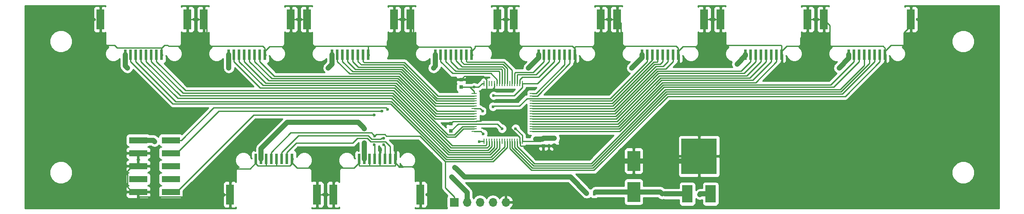
<source format=gtl>
G04 #@! TF.FileFunction,Copper,L1,Top,Signal*
%FSLAX46Y46*%
G04 Gerber Fmt 4.6, Leading zero omitted, Abs format (unit mm)*
G04 Created by KiCad (PCBNEW 4.0.4-stable) date 03/09/17 09:34:18*
%MOMM*%
%LPD*%
G01*
G04 APERTURE LIST*
%ADD10C,0.100000*%
%ADD11R,1.500000X4.000000*%
%ADD12C,0.900000*%
%ADD13R,0.600000X2.100000*%
%ADD14R,3.600000X1.270000*%
%ADD15R,1.000000X0.250000*%
%ADD16R,0.250000X1.000000*%
%ADD17R,2.500000X4.000000*%
%ADD18R,0.750000X0.800000*%
%ADD19R,0.500000X0.900000*%
%ADD20R,1.700000X1.700000*%
%ADD21O,1.700000X1.700000*%
%ADD22R,2.000000X3.500000*%
%ADD23R,7.000000X7.000000*%
%ADD24C,0.600000*%
%ADD25C,0.250000*%
%ADD26C,1.000000*%
%ADD27C,0.254000*%
G04 APERTURE END LIST*
D10*
D11*
X69340000Y-62985000D03*
D12*
X69340000Y-62985000D03*
D13*
X57140000Y-69965000D03*
X58160000Y-69965000D03*
X59180000Y-69965000D03*
X60200000Y-69965000D03*
X61220000Y-69965000D03*
X62240000Y-69965000D03*
X63260000Y-69965000D03*
X64280000Y-69965000D03*
D12*
X52240000Y-62985000D03*
D11*
X52240000Y-62985000D03*
D14*
X59665000Y-86741000D03*
X59665000Y-89281000D03*
X59665000Y-91821000D03*
X59665000Y-94361000D03*
X66065000Y-94361000D03*
X66065000Y-91821000D03*
X66065000Y-89281000D03*
X66065000Y-86741000D03*
X59665000Y-96901000D03*
X66065000Y-96901000D03*
D15*
X125745000Y-77530000D03*
X125745000Y-78030000D03*
X125745000Y-78530000D03*
X125745000Y-79030000D03*
X125745000Y-79530000D03*
X125745000Y-80030000D03*
X125745000Y-80530000D03*
X125745000Y-81030000D03*
X125745000Y-81530000D03*
X125745000Y-82030000D03*
X125745000Y-82530000D03*
X125745000Y-83030000D03*
X125745000Y-83530000D03*
X125745000Y-84030000D03*
X125745000Y-84530000D03*
X125745000Y-85030000D03*
D16*
X127695000Y-86980000D03*
X128195000Y-86980000D03*
X128695000Y-86980000D03*
X129195000Y-86980000D03*
X129695000Y-86980000D03*
X130195000Y-86980000D03*
X130695000Y-86980000D03*
X131195000Y-86980000D03*
X131695000Y-86980000D03*
X132195000Y-86980000D03*
X132695000Y-86980000D03*
X133195000Y-86980000D03*
X133695000Y-86980000D03*
X134195000Y-86980000D03*
X134695000Y-86980000D03*
X135195000Y-86980000D03*
D15*
X137145000Y-85030000D03*
X137145000Y-84530000D03*
X137145000Y-84030000D03*
X137145000Y-83530000D03*
X137145000Y-83030000D03*
X137145000Y-82530000D03*
X137145000Y-82030000D03*
X137145000Y-81530000D03*
X137145000Y-81030000D03*
X137145000Y-80530000D03*
X137145000Y-80030000D03*
X137145000Y-79530000D03*
X137145000Y-79030000D03*
X137145000Y-78530000D03*
X137145000Y-78030000D03*
X137145000Y-77530000D03*
D16*
X135195000Y-75580000D03*
X134695000Y-75580000D03*
X134195000Y-75580000D03*
X133695000Y-75580000D03*
X133195000Y-75580000D03*
X132695000Y-75580000D03*
X132195000Y-75580000D03*
X131695000Y-75580000D03*
X131195000Y-75580000D03*
X130695000Y-75580000D03*
X130195000Y-75580000D03*
X129695000Y-75580000D03*
X129195000Y-75580000D03*
X128695000Y-75580000D03*
X128195000Y-75580000D03*
X127695000Y-75580000D03*
D11*
X77726000Y-97416000D03*
D12*
X77726000Y-97416000D03*
D13*
X89926000Y-90436000D03*
X88906000Y-90436000D03*
X87886000Y-90436000D03*
X86866000Y-90436000D03*
X85846000Y-90436000D03*
X84826000Y-90436000D03*
X83806000Y-90436000D03*
X82786000Y-90436000D03*
D12*
X94826000Y-97416000D03*
D11*
X94826000Y-97416000D03*
D17*
X157099000Y-96903000D03*
X157099000Y-90803000D03*
D18*
X141478000Y-86372000D03*
X141478000Y-87872000D03*
X123190000Y-76315000D03*
X123190000Y-74815000D03*
X139319000Y-86372000D03*
X139319000Y-87872000D03*
X121158000Y-84951000D03*
X121158000Y-83451000D03*
D11*
X98046000Y-97416000D03*
D12*
X98046000Y-97416000D03*
D13*
X110246000Y-90436000D03*
X109226000Y-90436000D03*
X108206000Y-90436000D03*
X107186000Y-90436000D03*
X106166000Y-90436000D03*
X105146000Y-90436000D03*
X104126000Y-90436000D03*
X103106000Y-90436000D03*
D12*
X115146000Y-97416000D03*
D11*
X115146000Y-97416000D03*
X89660000Y-62985000D03*
D12*
X89660000Y-62985000D03*
D13*
X77460000Y-69965000D03*
X78480000Y-69965000D03*
X79500000Y-69965000D03*
X80520000Y-69965000D03*
X81540000Y-69965000D03*
X82560000Y-69965000D03*
X83580000Y-69965000D03*
X84600000Y-69965000D03*
D12*
X72560000Y-62985000D03*
D11*
X72560000Y-62985000D03*
X109980000Y-62985000D03*
D12*
X109980000Y-62985000D03*
D13*
X97780000Y-69965000D03*
X98800000Y-69965000D03*
X99820000Y-69965000D03*
X100840000Y-69965000D03*
X101860000Y-69965000D03*
X102880000Y-69965000D03*
X103900000Y-69965000D03*
X104920000Y-69965000D03*
D12*
X92880000Y-62985000D03*
D11*
X92880000Y-62985000D03*
X130300000Y-62985000D03*
D12*
X130300000Y-62985000D03*
D13*
X118100000Y-69965000D03*
X119120000Y-69965000D03*
X120140000Y-69965000D03*
X121160000Y-69965000D03*
X122180000Y-69965000D03*
X123200000Y-69965000D03*
X124220000Y-69965000D03*
X125240000Y-69965000D03*
D12*
X113200000Y-62985000D03*
D11*
X113200000Y-62985000D03*
X150620000Y-62985000D03*
D12*
X150620000Y-62985000D03*
D13*
X138420000Y-69965000D03*
X139440000Y-69965000D03*
X140460000Y-69965000D03*
X141480000Y-69965000D03*
X142500000Y-69965000D03*
X143520000Y-69965000D03*
X144540000Y-69965000D03*
X145560000Y-69965000D03*
D12*
X133520000Y-62985000D03*
D11*
X133520000Y-62985000D03*
X170940000Y-62985000D03*
D12*
X170940000Y-62985000D03*
D13*
X158740000Y-69965000D03*
X159760000Y-69965000D03*
X160780000Y-69965000D03*
X161800000Y-69965000D03*
X162820000Y-69965000D03*
X163840000Y-69965000D03*
X164860000Y-69965000D03*
X165880000Y-69965000D03*
D12*
X153840000Y-62985000D03*
D11*
X153840000Y-62985000D03*
X191260000Y-62985000D03*
D12*
X191260000Y-62985000D03*
D13*
X179060000Y-69965000D03*
X180080000Y-69965000D03*
X181100000Y-69965000D03*
X182120000Y-69965000D03*
X183140000Y-69965000D03*
X184160000Y-69965000D03*
X185180000Y-69965000D03*
X186200000Y-69965000D03*
D12*
X174160000Y-62985000D03*
D11*
X174160000Y-62985000D03*
X211580000Y-62985000D03*
D12*
X211580000Y-62985000D03*
D13*
X199380000Y-69965000D03*
X200400000Y-69965000D03*
X201420000Y-69965000D03*
X202440000Y-69965000D03*
X203460000Y-69965000D03*
X204480000Y-69965000D03*
X205500000Y-69965000D03*
X206520000Y-69965000D03*
D12*
X194480000Y-62985000D03*
D11*
X194480000Y-62985000D03*
D19*
X147840000Y-97155000D03*
X149340000Y-97155000D03*
D20*
X121793000Y-98933000D03*
D21*
X124333000Y-98933000D03*
X126873000Y-98933000D03*
X129413000Y-98933000D03*
X131953000Y-98933000D03*
D22*
X167636000Y-97299000D03*
X172216000Y-97299000D03*
D23*
X169936000Y-89899000D03*
D24*
X121920000Y-92075000D03*
X177419000Y-71755000D03*
X104140004Y-84455000D03*
X77470000Y-72517000D03*
X97028000Y-72517000D03*
X117729000Y-72517000D03*
X136398000Y-72517000D03*
X156718000Y-72517000D03*
X197485000Y-72517000D03*
X57531000Y-72517000D03*
X104140000Y-87249000D03*
X144399000Y-88519000D03*
X151765000Y-92075000D03*
X117348000Y-89408000D03*
X119634000Y-83566000D03*
X125730000Y-76315000D03*
X121285000Y-93980000D03*
X62865000Y-86995000D03*
X137795000Y-86487000D03*
X170053000Y-97409000D03*
X133858000Y-84455000D03*
X131191000Y-84455000D03*
X107950000Y-87630000D03*
X107950000Y-86359986D03*
X106045000Y-87630000D03*
X106151768Y-85929977D03*
X127381000Y-81025999D03*
X106045000Y-81788000D03*
X107569000Y-81026000D03*
X129539998Y-77978000D03*
X108712000Y-80645000D03*
X129413000Y-80137000D03*
X127508000Y-85471000D03*
X126746000Y-86995000D03*
D25*
X148590000Y-99060000D02*
X148590000Y-98425000D01*
D26*
X147840000Y-97155000D02*
X144665000Y-93980000D01*
X144665000Y-93980000D02*
X123825000Y-93980000D01*
X123825000Y-93980000D02*
X122219999Y-92374999D01*
X122219999Y-92374999D02*
X121920000Y-92075000D01*
X179060000Y-69965000D02*
X179060000Y-70114000D01*
X179060000Y-70114000D02*
X177419000Y-71755000D01*
X102951005Y-83266001D02*
X103840005Y-84155001D01*
X88925999Y-83266001D02*
X102951005Y-83266001D01*
X83806000Y-88386000D02*
X88925999Y-83266001D01*
X83806000Y-90436000D02*
X83806000Y-88386000D01*
X103840005Y-84155001D02*
X104140004Y-84455000D01*
X77460000Y-69965000D02*
X77460000Y-72507000D01*
X77460000Y-72507000D02*
X77470000Y-72517000D01*
X97780000Y-69965000D02*
X97780000Y-71765000D01*
X97780000Y-71765000D02*
X97028000Y-72517000D01*
X118100000Y-69965000D02*
X118100000Y-72146000D01*
X118100000Y-72146000D02*
X117729000Y-72517000D01*
X138420000Y-69965000D02*
X138420000Y-70495000D01*
X138420000Y-70495000D02*
X136398000Y-72517000D01*
X158740000Y-69965000D02*
X158740000Y-70495000D01*
X158740000Y-70495000D02*
X156718000Y-72517000D01*
X197485000Y-72517000D02*
X199380000Y-70622000D01*
X199380000Y-70622000D02*
X199380000Y-69965000D01*
X57140000Y-69965000D02*
X57140000Y-72126000D01*
X57140000Y-72126000D02*
X57531000Y-72517000D01*
X104140000Y-87249000D02*
X104140000Y-90422000D01*
X104140000Y-90422000D02*
X104126000Y-90436000D01*
D25*
X94826000Y-97416000D02*
X98046000Y-97416000D01*
D26*
X144399000Y-88519000D02*
X142125000Y-88519000D01*
X142125000Y-88519000D02*
X141478000Y-87872000D01*
X157099000Y-90803000D02*
X153037000Y-90803000D01*
X153037000Y-90803000D02*
X151765000Y-92075000D01*
X157099000Y-90803000D02*
X169032000Y-90803000D01*
X169032000Y-90803000D02*
X169936000Y-89899000D01*
D25*
X114303001Y-91951001D02*
X114804999Y-91951001D01*
X117048001Y-89707999D02*
X117348000Y-89408000D01*
X114804999Y-91951001D02*
X117048001Y-89707999D01*
X155599000Y-90803000D02*
X157099000Y-90803000D01*
X59665000Y-91821000D02*
X59665000Y-90936000D01*
X59665000Y-90936000D02*
X59665000Y-89281000D01*
X59665000Y-96901000D02*
X58500000Y-96901000D01*
X57539999Y-92781001D02*
X58500000Y-91821000D01*
X58500000Y-96901000D02*
X57539999Y-95940999D01*
X57539999Y-95940999D02*
X57539999Y-92781001D01*
X58500000Y-91821000D02*
X59665000Y-91821000D01*
X59665000Y-96901000D02*
X59665000Y-97786000D01*
X59665000Y-97786000D02*
X59740001Y-97861001D01*
X76726000Y-97416000D02*
X77726000Y-97416000D01*
X59740001Y-97861001D02*
X76280999Y-97861001D01*
X76280999Y-97861001D02*
X76726000Y-97416000D01*
X119634000Y-83566000D02*
X121043000Y-83566000D01*
X121043000Y-83566000D02*
X121158000Y-83451000D01*
X118249000Y-74815000D02*
X113788999Y-70354999D01*
X113788999Y-70354999D02*
X113788999Y-68449999D01*
X123190000Y-74815000D02*
X118249000Y-74815000D01*
X129695000Y-76330000D02*
X128799001Y-77225999D01*
X128799001Y-77225999D02*
X128312001Y-77225999D01*
X128312001Y-77225999D02*
X128195000Y-77343000D01*
X129695000Y-75580000D02*
X129695000Y-76330000D01*
X78359000Y-92329000D02*
X81643000Y-92329000D01*
X81643000Y-92329000D02*
X82786000Y-91186000D01*
X82786000Y-91186000D02*
X82786000Y-90436000D01*
X78359000Y-94533000D02*
X78359000Y-92329000D01*
X77726000Y-97416000D02*
X77726000Y-95166000D01*
X77726000Y-95166000D02*
X78359000Y-94533000D01*
X93472000Y-92202000D02*
X90942000Y-92202000D01*
X90942000Y-92202000D02*
X89926000Y-91186000D01*
X89926000Y-91186000D02*
X89926000Y-90436000D01*
X94826000Y-93556000D02*
X93472000Y-92202000D01*
X94826000Y-97416000D02*
X94826000Y-93556000D01*
X98425000Y-92202000D02*
X102090000Y-92202000D01*
X102090000Y-92202000D02*
X103106000Y-91186000D01*
X103106000Y-91186000D02*
X103106000Y-90436000D01*
X98425000Y-94787000D02*
X98425000Y-92202000D01*
X98046000Y-97416000D02*
X98046000Y-95166000D01*
X98046000Y-95166000D02*
X98425000Y-94787000D01*
X115146000Y-97416000D02*
X115146000Y-92794000D01*
X115146000Y-92794000D02*
X114303001Y-91951001D01*
X114303001Y-91951001D02*
X111011001Y-91951001D01*
X111011001Y-91951001D02*
X110246000Y-91186000D01*
X110246000Y-91186000D02*
X110246000Y-90436000D01*
X134695000Y-86980000D02*
X134695000Y-86230000D01*
X134695000Y-86230000D02*
X130201000Y-81736000D01*
X130201000Y-81736000D02*
X128195000Y-81736000D01*
X128195000Y-81736000D02*
X128195000Y-77343000D01*
X128195000Y-77343000D02*
X128195000Y-75580000D01*
X126950999Y-82980001D02*
X128195000Y-81736000D01*
X125745000Y-83030000D02*
X126139000Y-83030000D01*
X126139000Y-83030000D02*
X126188999Y-82980001D01*
X126188999Y-82980001D02*
X126950999Y-82980001D01*
X73152000Y-68199000D02*
X73152000Y-63577000D01*
X73152000Y-63577000D02*
X72560000Y-62985000D01*
X84134000Y-68199000D02*
X73152000Y-68199000D01*
X84600000Y-69965000D02*
X84600000Y-68665000D01*
X84600000Y-68665000D02*
X84134000Y-68199000D01*
X88646000Y-68326000D02*
X85489000Y-68326000D01*
X85489000Y-68326000D02*
X84600000Y-69215000D01*
X84600000Y-69215000D02*
X84600000Y-69965000D01*
X89154000Y-67818000D02*
X88646000Y-68326000D01*
X89154000Y-65741000D02*
X89154000Y-67818000D01*
X89660000Y-62985000D02*
X89660000Y-65235000D01*
X89660000Y-65235000D02*
X89154000Y-65741000D01*
X92583000Y-66929000D02*
X92880000Y-66632000D01*
X92880000Y-66632000D02*
X92880000Y-62985000D01*
X93853000Y-68199000D02*
X92583000Y-66929000D01*
X104902000Y-68199000D02*
X93853000Y-68199000D01*
X104902000Y-68199000D02*
X104920000Y-68217000D01*
X104920000Y-68217000D02*
X104920000Y-69965000D01*
X108585000Y-68199000D02*
X104902000Y-68199000D01*
X108585000Y-67310000D02*
X108585000Y-68199000D01*
X108712000Y-67056000D02*
X108712000Y-67183000D01*
X108712000Y-67183000D02*
X108585000Y-67310000D01*
X108839000Y-66376000D02*
X108839000Y-66929000D01*
X108839000Y-66929000D02*
X108712000Y-67056000D01*
X109980000Y-62985000D02*
X109980000Y-65235000D01*
X109980000Y-65235000D02*
X108839000Y-66376000D01*
X113788999Y-68449999D02*
X113788999Y-63573999D01*
X113788999Y-63573999D02*
X113200000Y-62985000D01*
X124968000Y-68393000D02*
X124911001Y-68449999D01*
X124911001Y-68449999D02*
X113788999Y-68449999D01*
X125240000Y-69965000D02*
X125240000Y-68665000D01*
X125240000Y-68665000D02*
X124968000Y-68393000D01*
X125857000Y-68199000D02*
X125857000Y-68598000D01*
X125857000Y-68598000D02*
X125240000Y-69215000D01*
X125240000Y-69215000D02*
X125240000Y-69965000D01*
X128778000Y-68199000D02*
X125857000Y-68199000D01*
X129667000Y-67310000D02*
X128778000Y-68199000D01*
X129667000Y-65868000D02*
X129667000Y-67310000D01*
X130300000Y-62985000D02*
X130300000Y-65235000D01*
X130300000Y-65235000D02*
X129667000Y-65868000D01*
X145560000Y-68435000D02*
X145560000Y-68707000D01*
X145560000Y-68707000D02*
X145560000Y-69965000D01*
X134112000Y-68199000D02*
X145052000Y-68199000D01*
X145052000Y-68199000D02*
X145560000Y-68707000D01*
X133520000Y-67607000D02*
X134112000Y-68199000D01*
X133520000Y-62985000D02*
X133520000Y-67607000D01*
X145669000Y-68326000D02*
X145560000Y-68435000D01*
X149479000Y-68326000D02*
X145669000Y-68326000D01*
X149479000Y-66376000D02*
X149479000Y-68326000D01*
X150620000Y-62985000D02*
X150620000Y-65235000D01*
X150620000Y-65235000D02*
X149479000Y-66376000D01*
X154559000Y-68199000D02*
X154559000Y-63704000D01*
X154559000Y-63704000D02*
X153840000Y-62985000D01*
X165414000Y-68199000D02*
X154559000Y-68199000D01*
X165880000Y-69965000D02*
X165880000Y-68665000D01*
X165880000Y-68665000D02*
X165414000Y-68199000D01*
X170940000Y-62985000D02*
X170940000Y-67439000D01*
X170940000Y-67439000D02*
X170053000Y-68326000D01*
X170053000Y-68326000D02*
X166769000Y-68326000D01*
X165880000Y-69215000D02*
X165880000Y-69965000D01*
X166769000Y-68326000D02*
X165880000Y-69215000D01*
X186200000Y-69965000D02*
X186200000Y-68217000D01*
X186200000Y-68217000D02*
X186055000Y-68072000D01*
X186055000Y-68072000D02*
X174371000Y-68072000D01*
X174371000Y-68072000D02*
X174160000Y-67861000D01*
X174160000Y-67861000D02*
X174160000Y-62985000D01*
X189611000Y-68199000D02*
X187216000Y-68199000D01*
X187216000Y-68199000D02*
X186200000Y-69215000D01*
X186200000Y-69215000D02*
X186200000Y-69965000D01*
X189865000Y-67945000D02*
X189611000Y-68199000D01*
X189865000Y-66630000D02*
X189865000Y-67945000D01*
X191260000Y-62985000D02*
X191260000Y-65235000D01*
X191260000Y-65235000D02*
X189865000Y-66630000D01*
X194480000Y-62985000D02*
X191260000Y-62985000D01*
X195647000Y-68266000D02*
X195647000Y-64152000D01*
X195647000Y-64152000D02*
X194480000Y-62985000D01*
X206121000Y-68266000D02*
X195647000Y-68266000D01*
X206520000Y-69965000D02*
X206520000Y-68665000D01*
X206520000Y-68665000D02*
X206121000Y-68266000D01*
X210185000Y-68072000D02*
X207663000Y-68072000D01*
X207663000Y-68072000D02*
X206520000Y-69215000D01*
X206520000Y-69215000D02*
X206520000Y-69965000D01*
X210185000Y-65630000D02*
X210185000Y-68072000D01*
X211580000Y-62985000D02*
X211580000Y-64235000D01*
X211580000Y-64235000D02*
X210185000Y-65630000D01*
X174160000Y-62985000D02*
X170940000Y-62985000D01*
X153840000Y-62985000D02*
X150620000Y-62985000D01*
X133520000Y-62985000D02*
X130300000Y-62985000D01*
X113200000Y-62985000D02*
X109980000Y-62985000D01*
X89660000Y-62985000D02*
X92880000Y-62985000D01*
X72560000Y-62985000D02*
X69340000Y-62985000D01*
X69850000Y-68199000D02*
X69340000Y-67689000D01*
X69340000Y-67689000D02*
X69340000Y-62985000D01*
X65630000Y-68199000D02*
X69850000Y-68199000D01*
X64873000Y-68072000D02*
X65503000Y-68072000D01*
X65503000Y-68072000D02*
X65630000Y-68199000D01*
X64280000Y-68665000D02*
X64873000Y-68072000D01*
X64280000Y-69965000D02*
X64280000Y-68665000D01*
X64280000Y-68665000D02*
X64204999Y-68589999D01*
X64204999Y-68589999D02*
X55502001Y-68589999D01*
X55502001Y-68589999D02*
X54984002Y-68072000D01*
X54984002Y-68072000D02*
X52451000Y-68072000D01*
X52451000Y-68072000D02*
X52240000Y-67861000D01*
X52240000Y-67861000D02*
X52240000Y-62985000D01*
X69340000Y-62985000D02*
X69340000Y-64235000D01*
X64280000Y-69295000D02*
X64280000Y-69965000D01*
X89466001Y-91811001D02*
X86868000Y-91811001D01*
X86868000Y-91811001D02*
X84750999Y-91811001D01*
X86866000Y-90436000D02*
X86866000Y-91736000D01*
X86866000Y-91736000D02*
X86868000Y-91738000D01*
X86868000Y-91738000D02*
X86868000Y-91811001D01*
X89926000Y-90436000D02*
X89926000Y-91351002D01*
X89926000Y-91351002D02*
X89466001Y-91811001D01*
X82786000Y-90436000D02*
X82786000Y-91351002D01*
X84750999Y-91811001D02*
X84826000Y-91736000D01*
X82786000Y-91351002D02*
X83245999Y-91811001D01*
X83245999Y-91811001D02*
X84750999Y-91811001D01*
X84826000Y-91736000D02*
X84826000Y-90436000D01*
X110170999Y-91811001D02*
X107188000Y-91811001D01*
X107188000Y-91811001D02*
X105156000Y-91811001D01*
X107186000Y-90436000D02*
X107186000Y-91809001D01*
X107186000Y-91809001D02*
X107188000Y-91811001D01*
X105156000Y-91811001D02*
X103181001Y-91811001D01*
X105146000Y-91736000D02*
X105156000Y-91746000D01*
X105146000Y-90436000D02*
X105146000Y-91736000D01*
X105156000Y-91746000D02*
X105156000Y-91811001D01*
X110246000Y-90436000D02*
X110246000Y-91736000D01*
X110246000Y-91736000D02*
X110170999Y-91811001D01*
X103181001Y-91811001D02*
X103106000Y-91736000D01*
X103106000Y-91736000D02*
X103106000Y-90436000D01*
X128195000Y-75580000D02*
X128195000Y-74830000D01*
X123190000Y-74790000D02*
X123190000Y-74815000D01*
X128195000Y-74830000D02*
X127530000Y-74165000D01*
X127530000Y-74165000D02*
X123815000Y-74165000D01*
X123815000Y-74165000D02*
X123190000Y-74790000D01*
X139319000Y-87872000D02*
X134876998Y-87872000D01*
X134876998Y-87872000D02*
X134744999Y-87740001D01*
X134744999Y-87740001D02*
X134744999Y-87029999D01*
X134744999Y-87029999D02*
X134695000Y-86980000D01*
X141478000Y-87872000D02*
X139319000Y-87872000D01*
X125745000Y-83030000D02*
X121579000Y-83030000D01*
X121579000Y-83030000D02*
X121158000Y-83451000D01*
X125730000Y-76315000D02*
X124905000Y-76315000D01*
X126585000Y-76315000D02*
X125730000Y-76315000D01*
D26*
X121285000Y-93980000D02*
X124333000Y-97028000D01*
X124333000Y-97028000D02*
X124333000Y-98933000D01*
X59665000Y-86741000D02*
X62611000Y-86741000D01*
X62611000Y-86741000D02*
X62865000Y-86995000D01*
X137795000Y-86487000D02*
X139204000Y-86487000D01*
X139204000Y-86487000D02*
X139319000Y-86372000D01*
X172216000Y-97299000D02*
X170163000Y-97299000D01*
X170163000Y-97299000D02*
X170053000Y-97409000D01*
D25*
X135195000Y-86980000D02*
X135195000Y-85792000D01*
X135195000Y-85792000D02*
X133858000Y-84455000D01*
X125745000Y-83530000D02*
X130266000Y-83530000D01*
X130266000Y-83530000D02*
X131191000Y-84455000D01*
X127695000Y-75580000D02*
X127320000Y-75580000D01*
X127320000Y-75580000D02*
X126585000Y-76315000D01*
X123190000Y-76315000D02*
X124905000Y-76315000D01*
X124905000Y-76315000D02*
X125745000Y-77155000D01*
X125745000Y-77155000D02*
X125745000Y-77530000D01*
D26*
X139319000Y-86372000D02*
X141478000Y-86372000D01*
D25*
X135195000Y-86980000D02*
X138711000Y-86980000D01*
X138711000Y-86980000D02*
X139319000Y-86372000D01*
X125745000Y-83530000D02*
X122554000Y-83530000D01*
X122554000Y-83530000D02*
X121158000Y-84926000D01*
X121158000Y-84926000D02*
X121158000Y-84951000D01*
X101806530Y-87323033D02*
X102791162Y-86338401D01*
X88906000Y-90436000D02*
X88906000Y-89136000D01*
X104715988Y-86338401D02*
X105382586Y-87004999D01*
X105382586Y-87004999D02*
X108250001Y-87004999D01*
X109226000Y-87980998D02*
X109226000Y-89136000D01*
X90718967Y-87323033D02*
X101806530Y-87323033D01*
X102791162Y-86338401D02*
X104715988Y-86338401D01*
X108250001Y-87004999D02*
X109226000Y-87980998D01*
X109226000Y-89136000D02*
X109226000Y-90436000D01*
X88906000Y-89136000D02*
X90718967Y-87323033D01*
X108206000Y-87886000D02*
X107950000Y-87630000D01*
X108206000Y-90436000D02*
X108206000Y-87886000D01*
X107330735Y-86554987D02*
X107525736Y-86359986D01*
X105568985Y-86554987D02*
X107330735Y-86554987D01*
X104871020Y-85857022D02*
X105568985Y-86554987D01*
X91164978Y-85857022D02*
X104871020Y-85857022D01*
X87886000Y-89136000D02*
X91164978Y-85857022D01*
X87886000Y-90436000D02*
X87886000Y-89136000D01*
X107525736Y-86359986D02*
X107950000Y-86359986D01*
X120032428Y-90955066D02*
X115007339Y-85929977D01*
X108444979Y-85929977D02*
X108144980Y-85629978D01*
X108144980Y-85629978D02*
X106451767Y-85629978D01*
X115007339Y-85929977D02*
X108444979Y-85929977D01*
X106451767Y-85629978D02*
X106151768Y-85929977D01*
X89683999Y-85298001D02*
X105519792Y-85298001D01*
X106166000Y-90436000D02*
X106166000Y-87751000D01*
X106166000Y-87751000D02*
X106045000Y-87630000D01*
X105519792Y-85298001D02*
X105851769Y-85629978D01*
X105851769Y-85629978D02*
X106151768Y-85929977D01*
X85846000Y-89136000D02*
X89683999Y-85298001D01*
X85846000Y-90436000D02*
X85846000Y-89136000D01*
X121793000Y-98933000D02*
X121793000Y-97833000D01*
X121793000Y-97833000D02*
X120032428Y-96072428D01*
X120032428Y-96072428D02*
X120032428Y-90955066D01*
X132195000Y-88144870D02*
X129413000Y-90926870D01*
X129384804Y-90955066D02*
X129413000Y-90926870D01*
X120032428Y-90955066D02*
X129384804Y-90955066D01*
X132195000Y-86980000D02*
X132195000Y-88144870D01*
X121793000Y-98546870D02*
X121793000Y-98933000D01*
X127081001Y-80726000D02*
X127381000Y-81025999D01*
X126885001Y-80530000D02*
X127081001Y-80726000D01*
X125745000Y-80530000D02*
X126885001Y-80530000D01*
X105620736Y-81788000D02*
X106045000Y-81788000D01*
X82343000Y-81788000D02*
X105620736Y-81788000D01*
X66065000Y-96901000D02*
X67230000Y-96901000D01*
X67230000Y-96901000D02*
X82343000Y-81788000D01*
D26*
X149592000Y-96903000D02*
X157099000Y-96903000D01*
D25*
X163195000Y-97299000D02*
X162687000Y-97299000D01*
D26*
X163195000Y-97299000D02*
X167636000Y-97299000D01*
X162687000Y-97299000D02*
X162291000Y-96903000D01*
X162291000Y-96903000D02*
X157099000Y-96903000D01*
D25*
X149592000Y-96903000D02*
X149340000Y-97155000D01*
X109284780Y-79571010D02*
X66466009Y-79571009D01*
X66466009Y-79571009D02*
X58160000Y-71265000D01*
X58160000Y-71265000D02*
X58160000Y-69965000D01*
X131695000Y-86980000D02*
X131695000Y-88008460D01*
X131695000Y-88008460D02*
X129198400Y-90505058D01*
X129198400Y-90505058D02*
X120218827Y-90505057D01*
X120218827Y-90505057D02*
X109284780Y-79571010D01*
X130695000Y-86980000D02*
X130695000Y-88372050D01*
X130695000Y-88372050D02*
X129012001Y-90055049D01*
X129012001Y-90055049D02*
X120405228Y-90055048D01*
X120405228Y-90055048D02*
X109471180Y-79121000D01*
X109471180Y-79121000D02*
X67036000Y-79121000D01*
X67036000Y-79121000D02*
X59180000Y-71265000D01*
X59180000Y-71265000D02*
X59180000Y-69965000D01*
X130195000Y-86980000D02*
X130195000Y-88235639D01*
X130195000Y-88235639D02*
X128825600Y-89605040D01*
X128825600Y-89605040D02*
X120591629Y-89605039D01*
X120591629Y-89605039D02*
X109472590Y-78486000D01*
X109472590Y-78486000D02*
X67421000Y-78486000D01*
X67421000Y-78486000D02*
X60200000Y-71265000D01*
X60200000Y-71265000D02*
X60200000Y-69965000D01*
X129695000Y-86980000D02*
X129695000Y-88099229D01*
X120778030Y-89155030D02*
X109601000Y-77978000D01*
X129695000Y-88099229D02*
X128639200Y-89155030D01*
X128639200Y-89155030D02*
X120778030Y-89155030D01*
X109601000Y-77978000D02*
X67933000Y-77978000D01*
X67933000Y-77978000D02*
X61220000Y-71265000D01*
X61220000Y-71265000D02*
X61220000Y-69965000D01*
X129195000Y-86980000D02*
X129195000Y-87962822D01*
X129195000Y-87962822D02*
X128452800Y-88705020D01*
X128452800Y-88705020D02*
X120979189Y-88705020D01*
X120979189Y-88705020D02*
X109744169Y-77470000D01*
X109744169Y-77470000D02*
X68445000Y-77470000D01*
X68445000Y-77470000D02*
X62240000Y-71265000D01*
X62240000Y-71265000D02*
X62240000Y-69965000D01*
X128695000Y-86980000D02*
X128695000Y-87730000D01*
X128266401Y-88255010D02*
X121165589Y-88255010D01*
X128695000Y-87730000D02*
X128741421Y-87776421D01*
X128741421Y-87776421D02*
X128744990Y-87776421D01*
X128744990Y-87776421D02*
X128266401Y-88255010D01*
X121165589Y-88255010D02*
X119963797Y-87053218D01*
X119963797Y-87053218D02*
X119963797Y-87026030D01*
X119963797Y-87026030D02*
X109899767Y-76962000D01*
X109899767Y-76962000D02*
X68957000Y-76962000D01*
X68957000Y-76962000D02*
X63260000Y-71265000D01*
X63260000Y-71265000D02*
X63260000Y-69965000D01*
X128195000Y-86980000D02*
X128195000Y-87578000D01*
X128195000Y-87578000D02*
X127967999Y-87805001D01*
X127967999Y-87805001D02*
X121379178Y-87805001D01*
X121379178Y-87805001D02*
X110028177Y-76454000D01*
X110028177Y-76454000D02*
X83669000Y-76454000D01*
X83669000Y-76454000D02*
X78480000Y-71265000D01*
X78480000Y-71265000D02*
X78480000Y-69965000D01*
X123575413Y-84530000D02*
X121979401Y-86126012D01*
X79500000Y-71265000D02*
X79500000Y-69965000D01*
X125745000Y-84530000D02*
X123575413Y-84530000D01*
X121979401Y-86126012D02*
X120336599Y-86126012D01*
X120336599Y-86126012D02*
X110156587Y-75946000D01*
X110156587Y-75946000D02*
X84181000Y-75946000D01*
X84181000Y-75946000D02*
X79500000Y-71265000D01*
X84729579Y-75495989D02*
X80520000Y-71286410D01*
X120522999Y-85676001D02*
X110342987Y-75495989D01*
X121793001Y-85676001D02*
X120522999Y-85676001D01*
X125745000Y-84030000D02*
X123439002Y-84030000D01*
X80520000Y-71265000D02*
X80520000Y-69965000D01*
X80520000Y-71286410D02*
X80520000Y-71265000D01*
X123439002Y-84030000D02*
X121793001Y-85676001D01*
X110342987Y-75495989D02*
X84729579Y-75495989D01*
X118013409Y-82530000D02*
X110529387Y-75045978D01*
X81540000Y-71265000D02*
X81540000Y-69965000D01*
X125745000Y-82530000D02*
X118013409Y-82530000D01*
X85320978Y-75045978D02*
X81540000Y-71265000D01*
X110529387Y-75045978D02*
X85320978Y-75045978D01*
X85890967Y-74595967D02*
X82560000Y-71265000D01*
X118149820Y-82030000D02*
X110715787Y-74595967D01*
X125745000Y-82030000D02*
X118149820Y-82030000D01*
X82560000Y-71265000D02*
X82560000Y-69965000D01*
X110715787Y-74595967D02*
X85890967Y-74595967D01*
X86460956Y-74145956D02*
X83580000Y-71265000D01*
X83580000Y-71265000D02*
X83580000Y-69965000D01*
X110902187Y-74145956D02*
X86460956Y-74145956D01*
X118286231Y-81530000D02*
X110902187Y-74145956D01*
X125745000Y-81530000D02*
X118286231Y-81530000D01*
X118422642Y-81030000D02*
X111088587Y-73695945D01*
X111088587Y-73695945D02*
X101230945Y-73695945D01*
X125745000Y-81030000D02*
X118422642Y-81030000D01*
X101230945Y-73695945D02*
X98800000Y-71265000D01*
X98800000Y-71265000D02*
X98800000Y-69965000D01*
X111274987Y-73245934D02*
X101800934Y-73245934D01*
X125745000Y-80030000D02*
X118059053Y-80030000D01*
X99820000Y-71265000D02*
X99820000Y-69965000D01*
X118059053Y-80030000D02*
X111274987Y-73245934D01*
X101800934Y-73245934D02*
X99820000Y-71265000D01*
X111461387Y-72795923D02*
X102370923Y-72795923D01*
X100840000Y-71265000D02*
X100840000Y-69965000D01*
X118195464Y-79530000D02*
X111461387Y-72795923D01*
X102370923Y-72795923D02*
X100840000Y-71265000D01*
X125745000Y-79530000D02*
X118195464Y-79530000D01*
X111647787Y-72345912D02*
X102940912Y-72345912D01*
X118331875Y-79030000D02*
X111647787Y-72345912D01*
X125745000Y-79030000D02*
X118331875Y-79030000D01*
X101860000Y-71265000D02*
X101860000Y-69965000D01*
X102940912Y-72345912D02*
X101860000Y-71265000D01*
X118468286Y-78530000D02*
X111834187Y-71895901D01*
X125745000Y-78530000D02*
X118468286Y-78530000D01*
X111834187Y-71895901D02*
X103510901Y-71895901D01*
X103510901Y-71895901D02*
X102880000Y-71265000D01*
X102880000Y-71265000D02*
X102880000Y-69965000D01*
X104080890Y-71445890D02*
X103900000Y-71265000D01*
X103900000Y-71265000D02*
X103900000Y-69965000D01*
X112020587Y-71445890D02*
X104080890Y-71445890D01*
X125745000Y-78030000D02*
X118604697Y-78030000D01*
X118604697Y-78030000D02*
X112020587Y-71445890D01*
X130195000Y-75580000D02*
X130195000Y-74830000D01*
X119120000Y-71265000D02*
X119120000Y-69965000D01*
X130195000Y-74830000D02*
X128978028Y-73613028D01*
X128978028Y-73613028D02*
X121468028Y-73613028D01*
X121468028Y-73613028D02*
X119120000Y-71265000D01*
X130683000Y-74818000D02*
X130683000Y-73279000D01*
X130683000Y-73279000D02*
X130567019Y-73163019D01*
X130567019Y-73163019D02*
X122038019Y-73163019D01*
X120140000Y-71265000D02*
X120140000Y-69965000D01*
X122038019Y-73163019D02*
X120140000Y-71265000D01*
X130695000Y-75580000D02*
X130695000Y-74830000D01*
X130695000Y-74830000D02*
X130683000Y-74818000D01*
X131195000Y-72903410D02*
X131004600Y-72713010D01*
X131004600Y-72713010D02*
X122608010Y-72713010D01*
X121160000Y-71265000D02*
X121160000Y-69965000D01*
X122608010Y-72713010D02*
X121160000Y-71265000D01*
X131195000Y-75580000D02*
X131195000Y-72903410D01*
X131695000Y-75580000D02*
X131695000Y-72767000D01*
X131695000Y-72767000D02*
X131191000Y-72263000D01*
X123317000Y-72263000D02*
X122180000Y-71126000D01*
X131191000Y-72263000D02*
X123317000Y-72263000D01*
X122180000Y-71126000D02*
X122180000Y-69965000D01*
X123200000Y-71265000D02*
X123200000Y-69965000D01*
X123747991Y-71812991D02*
X123200000Y-71265000D01*
X132195000Y-72630589D02*
X131377402Y-71812991D01*
X131377402Y-71812991D02*
X123747991Y-71812991D01*
X132195000Y-75580000D02*
X132195000Y-72630589D01*
X133195000Y-75580000D02*
X133195000Y-72994179D01*
X124220000Y-71265000D02*
X124220000Y-69965000D01*
X133195000Y-72994179D02*
X131563801Y-71362980D01*
X124317980Y-71362980D02*
X124220000Y-71265000D01*
X131563801Y-71362980D02*
X124317980Y-71362980D01*
X133695000Y-75580000D02*
X133695000Y-73569000D01*
X133695000Y-73569000D02*
X133858000Y-73406000D01*
X133858000Y-73406000D02*
X137299000Y-73406000D01*
X137299000Y-73406000D02*
X139440000Y-71265000D01*
X139440000Y-71265000D02*
X139440000Y-69965000D01*
X137868989Y-73856011D02*
X140460000Y-71265000D01*
X134195000Y-73898433D02*
X134237422Y-73856011D01*
X134195000Y-75580000D02*
X134195000Y-73898433D01*
X140460000Y-71265000D02*
X140460000Y-69965000D01*
X134237422Y-73856011D02*
X137868989Y-73856011D01*
X141480000Y-71265000D02*
X141480000Y-69965000D01*
X138438978Y-74306022D02*
X141480000Y-71265000D01*
X134695000Y-74830000D02*
X135218978Y-74306022D01*
X135218978Y-74306022D02*
X138438978Y-74306022D01*
X134695000Y-75580000D02*
X134695000Y-74830000D01*
X75485000Y-81026000D02*
X107144736Y-81026000D01*
X107144736Y-81026000D02*
X107569000Y-81026000D01*
X67230000Y-89281000D02*
X75485000Y-81026000D01*
X66065000Y-89281000D02*
X67230000Y-89281000D01*
X133547000Y-77978000D02*
X129964262Y-77978000D01*
X135195000Y-75580000D02*
X135195000Y-76330000D01*
X135195000Y-76330000D02*
X133547000Y-77978000D01*
X129964262Y-77978000D02*
X129539998Y-77978000D01*
X135195000Y-75580000D02*
X138185000Y-75580000D01*
X142500000Y-71265000D02*
X142500000Y-69965000D01*
X138185000Y-75580000D02*
X142500000Y-71265000D01*
X137145000Y-77530000D02*
X137895000Y-77530000D01*
X137895000Y-77530000D02*
X143520000Y-71905000D01*
X143520000Y-71905000D02*
X143520000Y-71265000D01*
X143520000Y-71265000D02*
X143520000Y-69965000D01*
X137145000Y-78030000D02*
X138124000Y-78030000D01*
X138124000Y-78030000D02*
X144540000Y-71614000D01*
X144540000Y-71614000D02*
X144540000Y-71265000D01*
X144540000Y-71265000D02*
X144540000Y-69965000D01*
X74510999Y-80345001D02*
X108412001Y-80345001D01*
X68115000Y-86741000D02*
X74510999Y-80345001D01*
X66065000Y-86741000D02*
X68115000Y-86741000D01*
X108412001Y-80345001D02*
X108712000Y-80645000D01*
X137145000Y-78530000D02*
X136100000Y-78530000D01*
X136100000Y-78530000D02*
X134620000Y-80010000D01*
X134620000Y-80010000D02*
X129540000Y-80010000D01*
X129540000Y-80010000D02*
X129413000Y-80137000D01*
X137145000Y-78530000D02*
X152495000Y-78530000D01*
X152495000Y-78530000D02*
X159760000Y-71265000D01*
X159760000Y-71265000D02*
X159760000Y-69965000D01*
X160780000Y-70976657D02*
X160780000Y-69965000D01*
X152726657Y-79030000D02*
X160780000Y-70976657D01*
X137145000Y-79030000D02*
X152726657Y-79030000D01*
X161800000Y-71265000D02*
X161800000Y-69965000D01*
X137145000Y-79530000D02*
X152863067Y-79530000D01*
X161038231Y-71354835D02*
X161710165Y-71354835D01*
X152863067Y-79530000D02*
X161038231Y-71354835D01*
X161710165Y-71354835D02*
X161800000Y-71265000D01*
X162820000Y-71265000D02*
X162820000Y-69965000D01*
X162280154Y-71804846D02*
X162820000Y-71265000D01*
X137145000Y-80030000D02*
X152999478Y-80030000D01*
X161224631Y-71804846D02*
X162280154Y-71804846D01*
X152999478Y-80030000D02*
X161224631Y-71804846D01*
X137145000Y-80530000D02*
X153135889Y-80530000D01*
X162850143Y-72254857D02*
X163840000Y-71265000D01*
X161411031Y-72254857D02*
X162850143Y-72254857D01*
X163840000Y-71265000D02*
X163840000Y-69965000D01*
X153135889Y-80530000D02*
X161411031Y-72254857D01*
X164860000Y-71265000D02*
X164860000Y-69965000D01*
X161597431Y-72704868D02*
X163420132Y-72704868D01*
X153272300Y-81030000D02*
X161597431Y-72704868D01*
X137145000Y-81030000D02*
X153272300Y-81030000D01*
X163420132Y-72704868D02*
X164860000Y-71265000D01*
X137145000Y-81530000D02*
X153408711Y-81530000D01*
X178190121Y-73154879D02*
X180080000Y-71265000D01*
X180080000Y-71265000D02*
X180080000Y-69965000D01*
X153408711Y-81530000D02*
X161783831Y-73154879D01*
X161783831Y-73154879D02*
X178190121Y-73154879D01*
X181100000Y-71265000D02*
X181100000Y-69965000D01*
X153545121Y-82030000D02*
X161970231Y-73604890D01*
X161970231Y-73604890D02*
X178760110Y-73604890D01*
X178760110Y-73604890D02*
X181100000Y-71265000D01*
X137145000Y-82030000D02*
X153545121Y-82030000D01*
X137145000Y-82530000D02*
X153681532Y-82530000D01*
X153681532Y-82530000D02*
X162156631Y-74054901D01*
X162156631Y-74054901D02*
X179330099Y-74054901D01*
X182120000Y-71265000D02*
X182120000Y-69965000D01*
X179330099Y-74054901D02*
X182120000Y-71265000D01*
X162343031Y-74504912D02*
X179900088Y-74504912D01*
X179900088Y-74504912D02*
X183140000Y-71265000D01*
X137145000Y-83030000D02*
X153817944Y-83030000D01*
X183140000Y-71265000D02*
X183140000Y-69965000D01*
X153817944Y-83030000D02*
X162343031Y-74504912D01*
X180470077Y-74954923D02*
X184160000Y-71265000D01*
X184160000Y-71265000D02*
X184160000Y-69965000D01*
X137145000Y-83530000D02*
X153954355Y-83530000D01*
X162529431Y-74954923D02*
X180470077Y-74954923D01*
X153954355Y-83530000D02*
X162529431Y-74954923D01*
X185180000Y-71265000D02*
X185180000Y-69965000D01*
X181040066Y-75404934D02*
X185180000Y-71265000D01*
X154090766Y-84030000D02*
X162715831Y-75404934D01*
X137145000Y-84030000D02*
X154090766Y-84030000D01*
X162715831Y-75404934D02*
X181040066Y-75404934D01*
X162902231Y-75854945D02*
X195810055Y-75854945D01*
X137145000Y-84530000D02*
X154227177Y-84530000D01*
X200400000Y-71265000D02*
X200400000Y-69965000D01*
X154227177Y-84530000D02*
X162902231Y-75854945D01*
X195810055Y-75854945D02*
X200400000Y-71265000D01*
X154363588Y-85030000D02*
X163088631Y-76304956D01*
X163088631Y-76304956D02*
X196380044Y-76304956D01*
X201420000Y-71265000D02*
X201420000Y-69965000D01*
X137145000Y-85030000D02*
X154363588Y-85030000D01*
X196380044Y-76304956D02*
X201420000Y-71265000D01*
X137540998Y-91312998D02*
X148717001Y-91312998D01*
X202440000Y-72007000D02*
X202440000Y-71265000D01*
X134195000Y-87967000D02*
X137540998Y-91312998D01*
X197692033Y-76754967D02*
X202440000Y-72007000D01*
X134195000Y-86980000D02*
X134195000Y-87967000D01*
X163275031Y-76754967D02*
X197692033Y-76754967D01*
X148717001Y-91312998D02*
X163275031Y-76754967D01*
X202440000Y-71265000D02*
X202440000Y-69965000D01*
X203460000Y-71623410D02*
X203460000Y-71265000D01*
X203460000Y-71265000D02*
X203460000Y-69965000D01*
X148903401Y-91763009D02*
X163461431Y-77204978D01*
X133695000Y-88103411D02*
X137354598Y-91763009D01*
X137354598Y-91763009D02*
X148903401Y-91763009D01*
X197878433Y-77204978D02*
X203460000Y-71623410D01*
X163461431Y-77204978D02*
X197878433Y-77204978D01*
X133695000Y-86980000D02*
X133695000Y-88103411D01*
X198090011Y-77654989D02*
X204480000Y-71265000D01*
X149089801Y-92213020D02*
X163647831Y-77654989D01*
X163647831Y-77654989D02*
X198090011Y-77654989D01*
X137168198Y-92213020D02*
X149089801Y-92213020D01*
X133195000Y-88239822D02*
X137168198Y-92213020D01*
X133195000Y-86980000D02*
X133195000Y-88239822D01*
X204480000Y-71265000D02*
X204480000Y-69965000D01*
X205500000Y-71265000D02*
X205500000Y-69965000D01*
X198660000Y-78105000D02*
X205500000Y-71265000D01*
X163834231Y-78105000D02*
X198660000Y-78105000D01*
X149276201Y-92663031D02*
X163834231Y-78105000D01*
X132695000Y-86980000D02*
X132695000Y-88376233D01*
X132695000Y-88376233D02*
X136981798Y-92663031D01*
X136981798Y-92663031D02*
X149276201Y-92663031D01*
X125745000Y-85030000D02*
X127067000Y-85030000D01*
X127067000Y-85030000D02*
X127508000Y-85471000D01*
X127695000Y-86980000D02*
X126761000Y-86980000D01*
X126761000Y-86980000D02*
X126746000Y-86995000D01*
D27*
G36*
X103005000Y-87249000D02*
X103005000Y-88751000D01*
X102978998Y-88751000D01*
X102978998Y-88909748D01*
X102820250Y-88751000D01*
X102679691Y-88751000D01*
X102446302Y-88847673D01*
X102267673Y-89026301D01*
X102171000Y-89259690D01*
X102171000Y-90150250D01*
X102329748Y-90308998D01*
X102209331Y-90308998D01*
X101990481Y-89779343D01*
X101545003Y-89333086D01*
X100962659Y-89091276D01*
X100332107Y-89090725D01*
X99749343Y-89331519D01*
X99303086Y-89776997D01*
X99061276Y-90359341D01*
X99060725Y-90989893D01*
X99301519Y-91572657D01*
X99746997Y-92018914D01*
X99781626Y-92033293D01*
X99677295Y-92054046D01*
X99446954Y-92207954D01*
X99293046Y-92438295D01*
X99239000Y-92710000D01*
X99239000Y-94960975D01*
X99155698Y-94877673D01*
X98922309Y-94781000D01*
X98331750Y-94781000D01*
X98173000Y-94939750D01*
X98173000Y-96318234D01*
X97919000Y-96337520D01*
X97919000Y-94939750D01*
X97760250Y-94781000D01*
X97169691Y-94781000D01*
X96936302Y-94877673D01*
X96757673Y-95056301D01*
X96661000Y-95289690D01*
X96661000Y-97130250D01*
X96819750Y-97289000D01*
X96948234Y-97289000D01*
X96967520Y-97543000D01*
X96819750Y-97543000D01*
X96661000Y-97701750D01*
X96661000Y-99542310D01*
X96757673Y-99775699D01*
X96936302Y-99954327D01*
X97169691Y-100051000D01*
X97760250Y-100051000D01*
X97919000Y-99892250D01*
X97919000Y-98513766D01*
X98173000Y-98494480D01*
X98173000Y-99892250D01*
X98331750Y-100051000D01*
X98922309Y-100051000D01*
X99155698Y-99954327D01*
X99239000Y-99871025D01*
X99239000Y-100128000D01*
X93801000Y-100128000D01*
X93801000Y-99989410D01*
X93949691Y-100051000D01*
X94540250Y-100051000D01*
X94699000Y-99892250D01*
X94699000Y-98513766D01*
X94953000Y-98494480D01*
X94953000Y-99892250D01*
X95111750Y-100051000D01*
X95702309Y-100051000D01*
X95935698Y-99954327D01*
X96114327Y-99775699D01*
X96211000Y-99542310D01*
X96211000Y-97701750D01*
X96052250Y-97543000D01*
X95923766Y-97543000D01*
X95904480Y-97289000D01*
X96052250Y-97289000D01*
X96211000Y-97130250D01*
X96211000Y-95289690D01*
X96114327Y-95056301D01*
X95935698Y-94877673D01*
X95702309Y-94781000D01*
X95111750Y-94781000D01*
X94953000Y-94939750D01*
X94953000Y-96318234D01*
X94699000Y-96337520D01*
X94699000Y-94939750D01*
X94540250Y-94781000D01*
X93949691Y-94781000D01*
X93801000Y-94842590D01*
X93801000Y-92710000D01*
X93746954Y-92438295D01*
X93593046Y-92207954D01*
X93362705Y-92054046D01*
X93206582Y-92022991D01*
X93212657Y-92020481D01*
X93658914Y-91575003D01*
X93900724Y-90992659D01*
X93901275Y-90362107D01*
X93660481Y-89779343D01*
X93215003Y-89333086D01*
X92632659Y-89091276D01*
X92002107Y-89090725D01*
X91419343Y-89331519D01*
X90973086Y-89776997D01*
X90861000Y-90046930D01*
X90861000Y-89259690D01*
X90764327Y-89026301D01*
X90585698Y-88847673D01*
X90361850Y-88754952D01*
X91033769Y-88083033D01*
X101806530Y-88083033D01*
X102097369Y-88025181D01*
X102343931Y-87860434D01*
X103017325Y-87187040D01*
X103005000Y-87249000D01*
X103005000Y-87249000D01*
G37*
X103005000Y-87249000D02*
X103005000Y-88751000D01*
X102978998Y-88751000D01*
X102978998Y-88909748D01*
X102820250Y-88751000D01*
X102679691Y-88751000D01*
X102446302Y-88847673D01*
X102267673Y-89026301D01*
X102171000Y-89259690D01*
X102171000Y-90150250D01*
X102329748Y-90308998D01*
X102209331Y-90308998D01*
X101990481Y-89779343D01*
X101545003Y-89333086D01*
X100962659Y-89091276D01*
X100332107Y-89090725D01*
X99749343Y-89331519D01*
X99303086Y-89776997D01*
X99061276Y-90359341D01*
X99060725Y-90989893D01*
X99301519Y-91572657D01*
X99746997Y-92018914D01*
X99781626Y-92033293D01*
X99677295Y-92054046D01*
X99446954Y-92207954D01*
X99293046Y-92438295D01*
X99239000Y-92710000D01*
X99239000Y-94960975D01*
X99155698Y-94877673D01*
X98922309Y-94781000D01*
X98331750Y-94781000D01*
X98173000Y-94939750D01*
X98173000Y-96318234D01*
X97919000Y-96337520D01*
X97919000Y-94939750D01*
X97760250Y-94781000D01*
X97169691Y-94781000D01*
X96936302Y-94877673D01*
X96757673Y-95056301D01*
X96661000Y-95289690D01*
X96661000Y-97130250D01*
X96819750Y-97289000D01*
X96948234Y-97289000D01*
X96967520Y-97543000D01*
X96819750Y-97543000D01*
X96661000Y-97701750D01*
X96661000Y-99542310D01*
X96757673Y-99775699D01*
X96936302Y-99954327D01*
X97169691Y-100051000D01*
X97760250Y-100051000D01*
X97919000Y-99892250D01*
X97919000Y-98513766D01*
X98173000Y-98494480D01*
X98173000Y-99892250D01*
X98331750Y-100051000D01*
X98922309Y-100051000D01*
X99155698Y-99954327D01*
X99239000Y-99871025D01*
X99239000Y-100128000D01*
X93801000Y-100128000D01*
X93801000Y-99989410D01*
X93949691Y-100051000D01*
X94540250Y-100051000D01*
X94699000Y-99892250D01*
X94699000Y-98513766D01*
X94953000Y-98494480D01*
X94953000Y-99892250D01*
X95111750Y-100051000D01*
X95702309Y-100051000D01*
X95935698Y-99954327D01*
X96114327Y-99775699D01*
X96211000Y-99542310D01*
X96211000Y-97701750D01*
X96052250Y-97543000D01*
X95923766Y-97543000D01*
X95904480Y-97289000D01*
X96052250Y-97289000D01*
X96211000Y-97130250D01*
X96211000Y-95289690D01*
X96114327Y-95056301D01*
X95935698Y-94877673D01*
X95702309Y-94781000D01*
X95111750Y-94781000D01*
X94953000Y-94939750D01*
X94953000Y-96318234D01*
X94699000Y-96337520D01*
X94699000Y-94939750D01*
X94540250Y-94781000D01*
X93949691Y-94781000D01*
X93801000Y-94842590D01*
X93801000Y-92710000D01*
X93746954Y-92438295D01*
X93593046Y-92207954D01*
X93362705Y-92054046D01*
X93206582Y-92022991D01*
X93212657Y-92020481D01*
X93658914Y-91575003D01*
X93900724Y-90992659D01*
X93901275Y-90362107D01*
X93660481Y-89779343D01*
X93215003Y-89333086D01*
X92632659Y-89091276D01*
X92002107Y-89090725D01*
X91419343Y-89331519D01*
X90973086Y-89776997D01*
X90861000Y-90046930D01*
X90861000Y-89259690D01*
X90764327Y-89026301D01*
X90585698Y-88847673D01*
X90361850Y-88754952D01*
X91033769Y-88083033D01*
X101806530Y-88083033D01*
X102097369Y-88025181D01*
X102343931Y-87860434D01*
X103017325Y-87187040D01*
X103005000Y-87249000D01*
G36*
X53265000Y-60411590D02*
X53116309Y-60350000D01*
X52525750Y-60350000D01*
X52367000Y-60508750D01*
X52367000Y-61887234D01*
X52113000Y-61906520D01*
X52113000Y-60508750D01*
X51954250Y-60350000D01*
X51363691Y-60350000D01*
X51130302Y-60446673D01*
X50951673Y-60625301D01*
X50855000Y-60858690D01*
X50855000Y-62699250D01*
X51013750Y-62858000D01*
X51142234Y-62858000D01*
X51161520Y-63112000D01*
X51013750Y-63112000D01*
X50855000Y-63270750D01*
X50855000Y-65111310D01*
X50951673Y-65344699D01*
X51130302Y-65523327D01*
X51363691Y-65620000D01*
X51954250Y-65620000D01*
X52113000Y-65461250D01*
X52113000Y-64082766D01*
X52367000Y-64063480D01*
X52367000Y-65461250D01*
X52525750Y-65620000D01*
X53116309Y-65620000D01*
X53265000Y-65558410D01*
X53265000Y-67691000D01*
X53319046Y-67962705D01*
X53472954Y-68193046D01*
X53703295Y-68346954D01*
X53859418Y-68378009D01*
X53853343Y-68380519D01*
X53407086Y-68825997D01*
X53165276Y-69408341D01*
X53164725Y-70038893D01*
X53405519Y-70621657D01*
X53850997Y-71067914D01*
X54433341Y-71309724D01*
X55063893Y-71310275D01*
X55646657Y-71069481D01*
X56005000Y-70711764D01*
X56005000Y-72126000D01*
X56091397Y-72560346D01*
X56286961Y-72853028D01*
X56337434Y-72928566D01*
X56728434Y-73319567D01*
X57096655Y-73565604D01*
X57531000Y-73652000D01*
X57965346Y-73565604D01*
X58333567Y-73319567D01*
X58579604Y-72951346D01*
X58611449Y-72791251D01*
X65928608Y-80108410D01*
X66175170Y-80273157D01*
X66466009Y-80331009D01*
X73450189Y-80331009D01*
X68208818Y-85572380D01*
X68116890Y-85509569D01*
X67865000Y-85458560D01*
X64265000Y-85458560D01*
X64029683Y-85502838D01*
X63813559Y-85641910D01*
X63668569Y-85854110D01*
X63617560Y-86106000D01*
X63617560Y-86142428D01*
X63413566Y-85938434D01*
X63321381Y-85876838D01*
X63045346Y-85692397D01*
X62611000Y-85606000D01*
X61858022Y-85606000D01*
X61716890Y-85509569D01*
X61465000Y-85458560D01*
X57865000Y-85458560D01*
X57629683Y-85502838D01*
X57413559Y-85641910D01*
X57268569Y-85854110D01*
X57217560Y-86106000D01*
X57217560Y-87376000D01*
X57261838Y-87611317D01*
X57400910Y-87827441D01*
X57613110Y-87972431D01*
X57803569Y-88011000D01*
X57738690Y-88011000D01*
X57505301Y-88107673D01*
X57326673Y-88286302D01*
X57230000Y-88519691D01*
X57230000Y-88995250D01*
X57388750Y-89154000D01*
X59538000Y-89154000D01*
X59538000Y-89134000D01*
X59792000Y-89134000D01*
X59792000Y-89154000D01*
X61941250Y-89154000D01*
X62100000Y-88995250D01*
X62100000Y-88519691D01*
X62003327Y-88286302D01*
X61824699Y-88107673D01*
X61591310Y-88011000D01*
X61531113Y-88011000D01*
X61700317Y-87979162D01*
X61860635Y-87876000D01*
X62179819Y-87876000D01*
X62430655Y-88043603D01*
X62865000Y-88130000D01*
X63299345Y-88043603D01*
X63667566Y-87797566D01*
X63725700Y-87710562D01*
X63800910Y-87827441D01*
X64013110Y-87972431D01*
X64201314Y-88010543D01*
X64029683Y-88042838D01*
X63813559Y-88181910D01*
X63668569Y-88394110D01*
X63617560Y-88646000D01*
X63617560Y-89916000D01*
X63661838Y-90151317D01*
X63800910Y-90367441D01*
X64013110Y-90512431D01*
X64201314Y-90550543D01*
X64029683Y-90582838D01*
X63813559Y-90721910D01*
X63668569Y-90934110D01*
X63617560Y-91186000D01*
X63617560Y-92456000D01*
X63661838Y-92691317D01*
X63800910Y-92907441D01*
X64013110Y-93052431D01*
X64201314Y-93090543D01*
X64029683Y-93122838D01*
X63813559Y-93261910D01*
X63668569Y-93474110D01*
X63617560Y-93726000D01*
X63617560Y-94996000D01*
X63661838Y-95231317D01*
X63800910Y-95447441D01*
X64013110Y-95592431D01*
X64201314Y-95630543D01*
X64029683Y-95662838D01*
X63813559Y-95801910D01*
X63668569Y-96014110D01*
X63617560Y-96266000D01*
X63617560Y-97536000D01*
X63661838Y-97771317D01*
X63800910Y-97987441D01*
X64013110Y-98132431D01*
X64265000Y-98183440D01*
X67865000Y-98183440D01*
X68100317Y-98139162D01*
X68316441Y-98000090D01*
X68461431Y-97787890D01*
X68512440Y-97536000D01*
X68512440Y-96693362D01*
X82657802Y-82548000D01*
X88038868Y-82548000D01*
X83003434Y-87583434D01*
X82757397Y-87951654D01*
X82671000Y-88386000D01*
X82671000Y-88751000D01*
X82658998Y-88751000D01*
X82658998Y-88909748D01*
X82500250Y-88751000D01*
X82359691Y-88751000D01*
X82126302Y-88847673D01*
X81947673Y-89026301D01*
X81851000Y-89259690D01*
X81851000Y-90150250D01*
X82009748Y-90308998D01*
X81889331Y-90308998D01*
X81670481Y-89779343D01*
X81225003Y-89333086D01*
X80642659Y-89091276D01*
X80012107Y-89090725D01*
X79429343Y-89331519D01*
X78983086Y-89776997D01*
X78741276Y-90359341D01*
X78740725Y-90989893D01*
X78981519Y-91572657D01*
X79426997Y-92018914D01*
X79461626Y-92033293D01*
X79357295Y-92054046D01*
X79126954Y-92207954D01*
X78973046Y-92438295D01*
X78919000Y-92710000D01*
X78919000Y-94960975D01*
X78835698Y-94877673D01*
X78602309Y-94781000D01*
X78011750Y-94781000D01*
X77853000Y-94939750D01*
X77853000Y-96318234D01*
X77599000Y-96337520D01*
X77599000Y-94939750D01*
X77440250Y-94781000D01*
X76849691Y-94781000D01*
X76616302Y-94877673D01*
X76437673Y-95056301D01*
X76341000Y-95289690D01*
X76341000Y-97130250D01*
X76499750Y-97289000D01*
X76628234Y-97289000D01*
X76647520Y-97543000D01*
X76499750Y-97543000D01*
X76341000Y-97701750D01*
X76341000Y-99542310D01*
X76437673Y-99775699D01*
X76616302Y-99954327D01*
X76849691Y-100051000D01*
X77440250Y-100051000D01*
X77599000Y-99892250D01*
X77599000Y-98513766D01*
X77853000Y-98494480D01*
X77853000Y-99892250D01*
X78011750Y-100051000D01*
X78602309Y-100051000D01*
X78835698Y-99954327D01*
X78919000Y-99871025D01*
X78919000Y-100128000D01*
X37413000Y-100128000D01*
X37413000Y-97186750D01*
X57230000Y-97186750D01*
X57230000Y-97662309D01*
X57326673Y-97895698D01*
X57505301Y-98074327D01*
X57738690Y-98171000D01*
X59379250Y-98171000D01*
X59538000Y-98012250D01*
X59538000Y-97028000D01*
X59792000Y-97028000D01*
X59792000Y-98012250D01*
X59950750Y-98171000D01*
X61591310Y-98171000D01*
X61824699Y-98074327D01*
X62003327Y-97895698D01*
X62100000Y-97662309D01*
X62100000Y-97186750D01*
X61941250Y-97028000D01*
X59792000Y-97028000D01*
X59538000Y-97028000D01*
X57388750Y-97028000D01*
X57230000Y-97186750D01*
X37413000Y-97186750D01*
X37413000Y-93533619D01*
X42214613Y-93533619D01*
X42554155Y-94355372D01*
X43182321Y-94984636D01*
X44003481Y-95325611D01*
X44892619Y-95326387D01*
X45714372Y-94986845D01*
X46343636Y-94358679D01*
X46606346Y-93726000D01*
X57217560Y-93726000D01*
X57217560Y-94996000D01*
X57261838Y-95231317D01*
X57400910Y-95447441D01*
X57613110Y-95592431D01*
X57803569Y-95631000D01*
X57738690Y-95631000D01*
X57505301Y-95727673D01*
X57326673Y-95906302D01*
X57230000Y-96139691D01*
X57230000Y-96615250D01*
X57388750Y-96774000D01*
X59538000Y-96774000D01*
X59538000Y-96754000D01*
X59792000Y-96754000D01*
X59792000Y-96774000D01*
X61941250Y-96774000D01*
X62100000Y-96615250D01*
X62100000Y-96139691D01*
X62003327Y-95906302D01*
X61824699Y-95727673D01*
X61591310Y-95631000D01*
X61531113Y-95631000D01*
X61700317Y-95599162D01*
X61916441Y-95460090D01*
X62061431Y-95247890D01*
X62112440Y-94996000D01*
X62112440Y-93726000D01*
X62068162Y-93490683D01*
X61929090Y-93274559D01*
X61716890Y-93129569D01*
X61526431Y-93091000D01*
X61591310Y-93091000D01*
X61824699Y-92994327D01*
X62003327Y-92815698D01*
X62100000Y-92582309D01*
X62100000Y-92106750D01*
X61941250Y-91948000D01*
X59792000Y-91948000D01*
X59792000Y-91968000D01*
X59538000Y-91968000D01*
X59538000Y-91948000D01*
X57388750Y-91948000D01*
X57230000Y-92106750D01*
X57230000Y-92582309D01*
X57326673Y-92815698D01*
X57505301Y-92994327D01*
X57738690Y-93091000D01*
X57798887Y-93091000D01*
X57629683Y-93122838D01*
X57413559Y-93261910D01*
X57268569Y-93474110D01*
X57217560Y-93726000D01*
X46606346Y-93726000D01*
X46684611Y-93537519D01*
X46685387Y-92648381D01*
X46345845Y-91826628D01*
X45717679Y-91197364D01*
X44896519Y-90856389D01*
X44007381Y-90855613D01*
X43185628Y-91195155D01*
X42556364Y-91823321D01*
X42215389Y-92644481D01*
X42214613Y-93533619D01*
X37413000Y-93533619D01*
X37413000Y-89566750D01*
X57230000Y-89566750D01*
X57230000Y-90042309D01*
X57326673Y-90275698D01*
X57505301Y-90454327D01*
X57738690Y-90551000D01*
X57505301Y-90647673D01*
X57326673Y-90826302D01*
X57230000Y-91059691D01*
X57230000Y-91535250D01*
X57388750Y-91694000D01*
X59538000Y-91694000D01*
X59538000Y-90709750D01*
X59379250Y-90551000D01*
X59538000Y-90392250D01*
X59538000Y-89408000D01*
X59792000Y-89408000D01*
X59792000Y-90392250D01*
X59950750Y-90551000D01*
X59792000Y-90709750D01*
X59792000Y-91694000D01*
X61941250Y-91694000D01*
X62100000Y-91535250D01*
X62100000Y-91059691D01*
X62003327Y-90826302D01*
X61824699Y-90647673D01*
X61591310Y-90551000D01*
X61824699Y-90454327D01*
X62003327Y-90275698D01*
X62100000Y-90042309D01*
X62100000Y-89566750D01*
X61941250Y-89408000D01*
X59792000Y-89408000D01*
X59538000Y-89408000D01*
X57388750Y-89408000D01*
X57230000Y-89566750D01*
X37413000Y-89566750D01*
X37413000Y-67752619D01*
X42214613Y-67752619D01*
X42554155Y-68574372D01*
X43182321Y-69203636D01*
X44003481Y-69544611D01*
X44892619Y-69545387D01*
X45714372Y-69205845D01*
X46343636Y-68577679D01*
X46684611Y-67756519D01*
X46685387Y-66867381D01*
X46345845Y-66045628D01*
X45717679Y-65416364D01*
X44896519Y-65075389D01*
X44007381Y-65074613D01*
X43185628Y-65414155D01*
X42556364Y-66042321D01*
X42215389Y-66863481D01*
X42214613Y-67752619D01*
X37413000Y-67752619D01*
X37413000Y-60273000D01*
X53265000Y-60273000D01*
X53265000Y-60411590D01*
X53265000Y-60411590D01*
G37*
X53265000Y-60411590D02*
X53116309Y-60350000D01*
X52525750Y-60350000D01*
X52367000Y-60508750D01*
X52367000Y-61887234D01*
X52113000Y-61906520D01*
X52113000Y-60508750D01*
X51954250Y-60350000D01*
X51363691Y-60350000D01*
X51130302Y-60446673D01*
X50951673Y-60625301D01*
X50855000Y-60858690D01*
X50855000Y-62699250D01*
X51013750Y-62858000D01*
X51142234Y-62858000D01*
X51161520Y-63112000D01*
X51013750Y-63112000D01*
X50855000Y-63270750D01*
X50855000Y-65111310D01*
X50951673Y-65344699D01*
X51130302Y-65523327D01*
X51363691Y-65620000D01*
X51954250Y-65620000D01*
X52113000Y-65461250D01*
X52113000Y-64082766D01*
X52367000Y-64063480D01*
X52367000Y-65461250D01*
X52525750Y-65620000D01*
X53116309Y-65620000D01*
X53265000Y-65558410D01*
X53265000Y-67691000D01*
X53319046Y-67962705D01*
X53472954Y-68193046D01*
X53703295Y-68346954D01*
X53859418Y-68378009D01*
X53853343Y-68380519D01*
X53407086Y-68825997D01*
X53165276Y-69408341D01*
X53164725Y-70038893D01*
X53405519Y-70621657D01*
X53850997Y-71067914D01*
X54433341Y-71309724D01*
X55063893Y-71310275D01*
X55646657Y-71069481D01*
X56005000Y-70711764D01*
X56005000Y-72126000D01*
X56091397Y-72560346D01*
X56286961Y-72853028D01*
X56337434Y-72928566D01*
X56728434Y-73319567D01*
X57096655Y-73565604D01*
X57531000Y-73652000D01*
X57965346Y-73565604D01*
X58333567Y-73319567D01*
X58579604Y-72951346D01*
X58611449Y-72791251D01*
X65928608Y-80108410D01*
X66175170Y-80273157D01*
X66466009Y-80331009D01*
X73450189Y-80331009D01*
X68208818Y-85572380D01*
X68116890Y-85509569D01*
X67865000Y-85458560D01*
X64265000Y-85458560D01*
X64029683Y-85502838D01*
X63813559Y-85641910D01*
X63668569Y-85854110D01*
X63617560Y-86106000D01*
X63617560Y-86142428D01*
X63413566Y-85938434D01*
X63321381Y-85876838D01*
X63045346Y-85692397D01*
X62611000Y-85606000D01*
X61858022Y-85606000D01*
X61716890Y-85509569D01*
X61465000Y-85458560D01*
X57865000Y-85458560D01*
X57629683Y-85502838D01*
X57413559Y-85641910D01*
X57268569Y-85854110D01*
X57217560Y-86106000D01*
X57217560Y-87376000D01*
X57261838Y-87611317D01*
X57400910Y-87827441D01*
X57613110Y-87972431D01*
X57803569Y-88011000D01*
X57738690Y-88011000D01*
X57505301Y-88107673D01*
X57326673Y-88286302D01*
X57230000Y-88519691D01*
X57230000Y-88995250D01*
X57388750Y-89154000D01*
X59538000Y-89154000D01*
X59538000Y-89134000D01*
X59792000Y-89134000D01*
X59792000Y-89154000D01*
X61941250Y-89154000D01*
X62100000Y-88995250D01*
X62100000Y-88519691D01*
X62003327Y-88286302D01*
X61824699Y-88107673D01*
X61591310Y-88011000D01*
X61531113Y-88011000D01*
X61700317Y-87979162D01*
X61860635Y-87876000D01*
X62179819Y-87876000D01*
X62430655Y-88043603D01*
X62865000Y-88130000D01*
X63299345Y-88043603D01*
X63667566Y-87797566D01*
X63725700Y-87710562D01*
X63800910Y-87827441D01*
X64013110Y-87972431D01*
X64201314Y-88010543D01*
X64029683Y-88042838D01*
X63813559Y-88181910D01*
X63668569Y-88394110D01*
X63617560Y-88646000D01*
X63617560Y-89916000D01*
X63661838Y-90151317D01*
X63800910Y-90367441D01*
X64013110Y-90512431D01*
X64201314Y-90550543D01*
X64029683Y-90582838D01*
X63813559Y-90721910D01*
X63668569Y-90934110D01*
X63617560Y-91186000D01*
X63617560Y-92456000D01*
X63661838Y-92691317D01*
X63800910Y-92907441D01*
X64013110Y-93052431D01*
X64201314Y-93090543D01*
X64029683Y-93122838D01*
X63813559Y-93261910D01*
X63668569Y-93474110D01*
X63617560Y-93726000D01*
X63617560Y-94996000D01*
X63661838Y-95231317D01*
X63800910Y-95447441D01*
X64013110Y-95592431D01*
X64201314Y-95630543D01*
X64029683Y-95662838D01*
X63813559Y-95801910D01*
X63668569Y-96014110D01*
X63617560Y-96266000D01*
X63617560Y-97536000D01*
X63661838Y-97771317D01*
X63800910Y-97987441D01*
X64013110Y-98132431D01*
X64265000Y-98183440D01*
X67865000Y-98183440D01*
X68100317Y-98139162D01*
X68316441Y-98000090D01*
X68461431Y-97787890D01*
X68512440Y-97536000D01*
X68512440Y-96693362D01*
X82657802Y-82548000D01*
X88038868Y-82548000D01*
X83003434Y-87583434D01*
X82757397Y-87951654D01*
X82671000Y-88386000D01*
X82671000Y-88751000D01*
X82658998Y-88751000D01*
X82658998Y-88909748D01*
X82500250Y-88751000D01*
X82359691Y-88751000D01*
X82126302Y-88847673D01*
X81947673Y-89026301D01*
X81851000Y-89259690D01*
X81851000Y-90150250D01*
X82009748Y-90308998D01*
X81889331Y-90308998D01*
X81670481Y-89779343D01*
X81225003Y-89333086D01*
X80642659Y-89091276D01*
X80012107Y-89090725D01*
X79429343Y-89331519D01*
X78983086Y-89776997D01*
X78741276Y-90359341D01*
X78740725Y-90989893D01*
X78981519Y-91572657D01*
X79426997Y-92018914D01*
X79461626Y-92033293D01*
X79357295Y-92054046D01*
X79126954Y-92207954D01*
X78973046Y-92438295D01*
X78919000Y-92710000D01*
X78919000Y-94960975D01*
X78835698Y-94877673D01*
X78602309Y-94781000D01*
X78011750Y-94781000D01*
X77853000Y-94939750D01*
X77853000Y-96318234D01*
X77599000Y-96337520D01*
X77599000Y-94939750D01*
X77440250Y-94781000D01*
X76849691Y-94781000D01*
X76616302Y-94877673D01*
X76437673Y-95056301D01*
X76341000Y-95289690D01*
X76341000Y-97130250D01*
X76499750Y-97289000D01*
X76628234Y-97289000D01*
X76647520Y-97543000D01*
X76499750Y-97543000D01*
X76341000Y-97701750D01*
X76341000Y-99542310D01*
X76437673Y-99775699D01*
X76616302Y-99954327D01*
X76849691Y-100051000D01*
X77440250Y-100051000D01*
X77599000Y-99892250D01*
X77599000Y-98513766D01*
X77853000Y-98494480D01*
X77853000Y-99892250D01*
X78011750Y-100051000D01*
X78602309Y-100051000D01*
X78835698Y-99954327D01*
X78919000Y-99871025D01*
X78919000Y-100128000D01*
X37413000Y-100128000D01*
X37413000Y-97186750D01*
X57230000Y-97186750D01*
X57230000Y-97662309D01*
X57326673Y-97895698D01*
X57505301Y-98074327D01*
X57738690Y-98171000D01*
X59379250Y-98171000D01*
X59538000Y-98012250D01*
X59538000Y-97028000D01*
X59792000Y-97028000D01*
X59792000Y-98012250D01*
X59950750Y-98171000D01*
X61591310Y-98171000D01*
X61824699Y-98074327D01*
X62003327Y-97895698D01*
X62100000Y-97662309D01*
X62100000Y-97186750D01*
X61941250Y-97028000D01*
X59792000Y-97028000D01*
X59538000Y-97028000D01*
X57388750Y-97028000D01*
X57230000Y-97186750D01*
X37413000Y-97186750D01*
X37413000Y-93533619D01*
X42214613Y-93533619D01*
X42554155Y-94355372D01*
X43182321Y-94984636D01*
X44003481Y-95325611D01*
X44892619Y-95326387D01*
X45714372Y-94986845D01*
X46343636Y-94358679D01*
X46606346Y-93726000D01*
X57217560Y-93726000D01*
X57217560Y-94996000D01*
X57261838Y-95231317D01*
X57400910Y-95447441D01*
X57613110Y-95592431D01*
X57803569Y-95631000D01*
X57738690Y-95631000D01*
X57505301Y-95727673D01*
X57326673Y-95906302D01*
X57230000Y-96139691D01*
X57230000Y-96615250D01*
X57388750Y-96774000D01*
X59538000Y-96774000D01*
X59538000Y-96754000D01*
X59792000Y-96754000D01*
X59792000Y-96774000D01*
X61941250Y-96774000D01*
X62100000Y-96615250D01*
X62100000Y-96139691D01*
X62003327Y-95906302D01*
X61824699Y-95727673D01*
X61591310Y-95631000D01*
X61531113Y-95631000D01*
X61700317Y-95599162D01*
X61916441Y-95460090D01*
X62061431Y-95247890D01*
X62112440Y-94996000D01*
X62112440Y-93726000D01*
X62068162Y-93490683D01*
X61929090Y-93274559D01*
X61716890Y-93129569D01*
X61526431Y-93091000D01*
X61591310Y-93091000D01*
X61824699Y-92994327D01*
X62003327Y-92815698D01*
X62100000Y-92582309D01*
X62100000Y-92106750D01*
X61941250Y-91948000D01*
X59792000Y-91948000D01*
X59792000Y-91968000D01*
X59538000Y-91968000D01*
X59538000Y-91948000D01*
X57388750Y-91948000D01*
X57230000Y-92106750D01*
X57230000Y-92582309D01*
X57326673Y-92815698D01*
X57505301Y-92994327D01*
X57738690Y-93091000D01*
X57798887Y-93091000D01*
X57629683Y-93122838D01*
X57413559Y-93261910D01*
X57268569Y-93474110D01*
X57217560Y-93726000D01*
X46606346Y-93726000D01*
X46684611Y-93537519D01*
X46685387Y-92648381D01*
X46345845Y-91826628D01*
X45717679Y-91197364D01*
X44896519Y-90856389D01*
X44007381Y-90855613D01*
X43185628Y-91195155D01*
X42556364Y-91823321D01*
X42215389Y-92644481D01*
X42214613Y-93533619D01*
X37413000Y-93533619D01*
X37413000Y-89566750D01*
X57230000Y-89566750D01*
X57230000Y-90042309D01*
X57326673Y-90275698D01*
X57505301Y-90454327D01*
X57738690Y-90551000D01*
X57505301Y-90647673D01*
X57326673Y-90826302D01*
X57230000Y-91059691D01*
X57230000Y-91535250D01*
X57388750Y-91694000D01*
X59538000Y-91694000D01*
X59538000Y-90709750D01*
X59379250Y-90551000D01*
X59538000Y-90392250D01*
X59538000Y-89408000D01*
X59792000Y-89408000D01*
X59792000Y-90392250D01*
X59950750Y-90551000D01*
X59792000Y-90709750D01*
X59792000Y-91694000D01*
X61941250Y-91694000D01*
X62100000Y-91535250D01*
X62100000Y-91059691D01*
X62003327Y-90826302D01*
X61824699Y-90647673D01*
X61591310Y-90551000D01*
X61824699Y-90454327D01*
X62003327Y-90275698D01*
X62100000Y-90042309D01*
X62100000Y-89566750D01*
X61941250Y-89408000D01*
X59792000Y-89408000D01*
X59538000Y-89408000D01*
X57388750Y-89408000D01*
X57230000Y-89566750D01*
X37413000Y-89566750D01*
X37413000Y-67752619D01*
X42214613Y-67752619D01*
X42554155Y-68574372D01*
X43182321Y-69203636D01*
X44003481Y-69544611D01*
X44892619Y-69545387D01*
X45714372Y-69205845D01*
X46343636Y-68577679D01*
X46684611Y-67756519D01*
X46685387Y-66867381D01*
X46345845Y-66045628D01*
X45717679Y-65416364D01*
X44896519Y-65075389D01*
X44007381Y-65074613D01*
X43185628Y-65414155D01*
X42556364Y-66042321D01*
X42215389Y-66863481D01*
X42214613Y-67752619D01*
X37413000Y-67752619D01*
X37413000Y-60273000D01*
X53265000Y-60273000D01*
X53265000Y-60411590D01*
G36*
X228906000Y-100128000D02*
X132804026Y-100128000D01*
X133148183Y-99814358D01*
X133394486Y-99289892D01*
X133273819Y-99060000D01*
X132080000Y-99060000D01*
X132080000Y-99080000D01*
X131826000Y-99080000D01*
X131826000Y-99060000D01*
X131806000Y-99060000D01*
X131806000Y-98806000D01*
X131826000Y-98806000D01*
X131826000Y-97612845D01*
X132080000Y-97612845D01*
X132080000Y-98806000D01*
X133273819Y-98806000D01*
X133394486Y-98576108D01*
X133148183Y-98051642D01*
X132719924Y-97661355D01*
X132309890Y-97491524D01*
X132080000Y-97612845D01*
X131826000Y-97612845D01*
X131596110Y-97491524D01*
X131186076Y-97661355D01*
X130757817Y-98051642D01*
X130690702Y-98194553D01*
X130463054Y-97853853D01*
X129981285Y-97531946D01*
X129413000Y-97418907D01*
X128844715Y-97531946D01*
X128362946Y-97853853D01*
X128143000Y-98183026D01*
X127923054Y-97853853D01*
X127441285Y-97531946D01*
X126873000Y-97418907D01*
X126304715Y-97531946D01*
X125822946Y-97853853D01*
X125603000Y-98183026D01*
X125468000Y-97980984D01*
X125468000Y-97028000D01*
X125381603Y-96593654D01*
X125135566Y-96225434D01*
X124025132Y-95115000D01*
X144194868Y-95115000D01*
X147037434Y-97957566D01*
X147081030Y-97986696D01*
X147125910Y-98056441D01*
X147338110Y-98201431D01*
X147590000Y-98252440D01*
X147651174Y-98252440D01*
X147840000Y-98290000D01*
X148028826Y-98252440D01*
X148090000Y-98252440D01*
X148325317Y-98208162D01*
X148541441Y-98069090D01*
X148589134Y-97999289D01*
X148625910Y-98056441D01*
X148838110Y-98201431D01*
X149090000Y-98252440D01*
X149590000Y-98252440D01*
X149825317Y-98208162D01*
X150041441Y-98069090D01*
X150062684Y-98038000D01*
X155201560Y-98038000D01*
X155201560Y-98903000D01*
X155245838Y-99138317D01*
X155384910Y-99354441D01*
X155597110Y-99499431D01*
X155849000Y-99550440D01*
X158349000Y-99550440D01*
X158584317Y-99506162D01*
X158800441Y-99367090D01*
X158945431Y-99154890D01*
X158996440Y-98903000D01*
X158996440Y-98038000D01*
X161820867Y-98038000D01*
X161884434Y-98101567D01*
X162252655Y-98347604D01*
X162687000Y-98434000D01*
X162941001Y-98383476D01*
X163195000Y-98434000D01*
X165988560Y-98434000D01*
X165988560Y-99049000D01*
X166032838Y-99284317D01*
X166171910Y-99500441D01*
X166384110Y-99645431D01*
X166636000Y-99696440D01*
X168636000Y-99696440D01*
X168871317Y-99652162D01*
X169087441Y-99513090D01*
X169232431Y-99300890D01*
X169283440Y-99049000D01*
X169283440Y-98233620D01*
X169618655Y-98457603D01*
X170053000Y-98544000D01*
X170487345Y-98457603D01*
X170522669Y-98434000D01*
X170568560Y-98434000D01*
X170568560Y-99049000D01*
X170612838Y-99284317D01*
X170751910Y-99500441D01*
X170964110Y-99645431D01*
X171216000Y-99696440D01*
X173216000Y-99696440D01*
X173451317Y-99652162D01*
X173667441Y-99513090D01*
X173812431Y-99300890D01*
X173863440Y-99049000D01*
X173863440Y-95549000D01*
X173819162Y-95313683D01*
X173680090Y-95097559D01*
X173467890Y-94952569D01*
X173216000Y-94901560D01*
X171216000Y-94901560D01*
X170980683Y-94945838D01*
X170764559Y-95084910D01*
X170619569Y-95297110D01*
X170568560Y-95549000D01*
X170568560Y-96164000D01*
X170163000Y-96164000D01*
X169728654Y-96250397D01*
X169360433Y-96496434D01*
X169283440Y-96573428D01*
X169283440Y-95549000D01*
X169239162Y-95313683D01*
X169100090Y-95097559D01*
X168887890Y-94952569D01*
X168636000Y-94901560D01*
X166636000Y-94901560D01*
X166400683Y-94945838D01*
X166184559Y-95084910D01*
X166039569Y-95297110D01*
X165988560Y-95549000D01*
X165988560Y-96164000D01*
X163195000Y-96164000D01*
X163163415Y-96170283D01*
X163093566Y-96100434D01*
X163051652Y-96072428D01*
X162725346Y-95854397D01*
X162291000Y-95768000D01*
X158996440Y-95768000D01*
X158996440Y-94903000D01*
X158952162Y-94667683D01*
X158813090Y-94451559D01*
X158600890Y-94306569D01*
X158349000Y-94255560D01*
X155849000Y-94255560D01*
X155613683Y-94299838D01*
X155397559Y-94438910D01*
X155252569Y-94651110D01*
X155201560Y-94903000D01*
X155201560Y-95768000D01*
X149592000Y-95768000D01*
X149157654Y-95854397D01*
X148789434Y-96100434D01*
X148738573Y-96176553D01*
X148638559Y-96240910D01*
X148594916Y-96304784D01*
X148572859Y-96282727D01*
X148554090Y-96253559D01*
X148521258Y-96231126D01*
X145713163Y-93423031D01*
X149276201Y-93423031D01*
X149567040Y-93365179D01*
X149813602Y-93200432D01*
X151925283Y-91088750D01*
X155214000Y-91088750D01*
X155214000Y-92929309D01*
X155310673Y-93162698D01*
X155489301Y-93341327D01*
X155722690Y-93438000D01*
X156813250Y-93438000D01*
X156972000Y-93279250D01*
X156972000Y-90930000D01*
X157226000Y-90930000D01*
X157226000Y-93279250D01*
X157384750Y-93438000D01*
X158475310Y-93438000D01*
X158708699Y-93341327D01*
X158887327Y-93162698D01*
X158984000Y-92929309D01*
X158984000Y-91088750D01*
X158825250Y-90930000D01*
X157226000Y-90930000D01*
X156972000Y-90930000D01*
X155372750Y-90930000D01*
X155214000Y-91088750D01*
X151925283Y-91088750D01*
X154337342Y-88676691D01*
X155214000Y-88676691D01*
X155214000Y-90517250D01*
X155372750Y-90676000D01*
X156972000Y-90676000D01*
X156972000Y-88326750D01*
X157226000Y-88326750D01*
X157226000Y-90676000D01*
X158825250Y-90676000D01*
X158984000Y-90517250D01*
X158984000Y-90184750D01*
X165801000Y-90184750D01*
X165801000Y-93525310D01*
X165897673Y-93758699D01*
X166076302Y-93937327D01*
X166309691Y-94034000D01*
X169650250Y-94034000D01*
X169809000Y-93875250D01*
X169809000Y-90026000D01*
X170063000Y-90026000D01*
X170063000Y-93875250D01*
X170221750Y-94034000D01*
X173562309Y-94034000D01*
X173795698Y-93937327D01*
X173974327Y-93758699D01*
X174067558Y-93533619D01*
X219633613Y-93533619D01*
X219973155Y-94355372D01*
X220601321Y-94984636D01*
X221422481Y-95325611D01*
X222311619Y-95326387D01*
X223133372Y-94986845D01*
X223762636Y-94358679D01*
X224103611Y-93537519D01*
X224104387Y-92648381D01*
X223764845Y-91826628D01*
X223136679Y-91197364D01*
X222315519Y-90856389D01*
X221426381Y-90855613D01*
X220604628Y-91195155D01*
X219975364Y-91823321D01*
X219634389Y-92644481D01*
X219633613Y-93533619D01*
X174067558Y-93533619D01*
X174071000Y-93525310D01*
X174071000Y-90184750D01*
X173912250Y-90026000D01*
X170063000Y-90026000D01*
X169809000Y-90026000D01*
X165959750Y-90026000D01*
X165801000Y-90184750D01*
X158984000Y-90184750D01*
X158984000Y-88676691D01*
X158887327Y-88443302D01*
X158708699Y-88264673D01*
X158475310Y-88168000D01*
X157384750Y-88168000D01*
X157226000Y-88326750D01*
X156972000Y-88326750D01*
X156813250Y-88168000D01*
X155722690Y-88168000D01*
X155489301Y-88264673D01*
X155310673Y-88443302D01*
X155214000Y-88676691D01*
X154337342Y-88676691D01*
X156741343Y-86272690D01*
X165801000Y-86272690D01*
X165801000Y-89613250D01*
X165959750Y-89772000D01*
X169809000Y-89772000D01*
X169809000Y-85922750D01*
X170063000Y-85922750D01*
X170063000Y-89772000D01*
X173912250Y-89772000D01*
X174071000Y-89613250D01*
X174071000Y-86272690D01*
X173974327Y-86039301D01*
X173795698Y-85860673D01*
X173562309Y-85764000D01*
X170221750Y-85764000D01*
X170063000Y-85922750D01*
X169809000Y-85922750D01*
X169650250Y-85764000D01*
X166309691Y-85764000D01*
X166076302Y-85860673D01*
X165897673Y-86039301D01*
X165801000Y-86272690D01*
X156741343Y-86272690D01*
X164149033Y-78865000D01*
X198660000Y-78865000D01*
X198950839Y-78807148D01*
X199197401Y-78642401D01*
X206037401Y-71802401D01*
X206139232Y-71650000D01*
X206234250Y-71650000D01*
X206393000Y-71491250D01*
X206393000Y-71271911D01*
X206396431Y-71266890D01*
X206447440Y-71015000D01*
X206447440Y-69818000D01*
X206647000Y-69818000D01*
X206647000Y-69838000D01*
X206667000Y-69838000D01*
X206667000Y-70092000D01*
X206647000Y-70092000D01*
X206647000Y-71491250D01*
X206805750Y-71650000D01*
X206946309Y-71650000D01*
X207179698Y-71553327D01*
X207358327Y-71374699D01*
X207455000Y-71141310D01*
X207455000Y-70250750D01*
X207296252Y-70092002D01*
X207416669Y-70092002D01*
X207635519Y-70621657D01*
X208080997Y-71067914D01*
X208663341Y-71309724D01*
X209293893Y-71310275D01*
X209876657Y-71069481D01*
X210322914Y-70624003D01*
X210564724Y-70041659D01*
X210565275Y-69411107D01*
X210324481Y-68828343D01*
X209879003Y-68382086D01*
X209844374Y-68367707D01*
X209948705Y-68346954D01*
X210179046Y-68193046D01*
X210332954Y-67962705D01*
X210374743Y-67752619D01*
X219633613Y-67752619D01*
X219973155Y-68574372D01*
X220601321Y-69203636D01*
X221422481Y-69544611D01*
X222311619Y-69545387D01*
X223133372Y-69205845D01*
X223762636Y-68577679D01*
X224103611Y-67756519D01*
X224104387Y-66867381D01*
X223764845Y-66045628D01*
X223136679Y-65416364D01*
X222315519Y-65075389D01*
X221426381Y-65074613D01*
X220604628Y-65414155D01*
X219975364Y-66042321D01*
X219634389Y-66863481D01*
X219633613Y-67752619D01*
X210374743Y-67752619D01*
X210387000Y-67691000D01*
X210387000Y-65440025D01*
X210470302Y-65523327D01*
X210703691Y-65620000D01*
X211294250Y-65620000D01*
X211453000Y-65461250D01*
X211453000Y-64082766D01*
X211707000Y-64063480D01*
X211707000Y-65461250D01*
X211865750Y-65620000D01*
X212456309Y-65620000D01*
X212689698Y-65523327D01*
X212868327Y-65344699D01*
X212965000Y-65111310D01*
X212965000Y-63270750D01*
X212806250Y-63112000D01*
X212677766Y-63112000D01*
X212658480Y-62858000D01*
X212806250Y-62858000D01*
X212965000Y-62699250D01*
X212965000Y-60858690D01*
X212868327Y-60625301D01*
X212689698Y-60446673D01*
X212456309Y-60350000D01*
X211865750Y-60350000D01*
X211707000Y-60508750D01*
X211707000Y-61887234D01*
X211453000Y-61906520D01*
X211453000Y-60508750D01*
X211294250Y-60350000D01*
X210703691Y-60350000D01*
X210470302Y-60446673D01*
X210387000Y-60529975D01*
X210387000Y-60273000D01*
X228906000Y-60273000D01*
X228906000Y-100128000D01*
X228906000Y-100128000D01*
G37*
X228906000Y-100128000D02*
X132804026Y-100128000D01*
X133148183Y-99814358D01*
X133394486Y-99289892D01*
X133273819Y-99060000D01*
X132080000Y-99060000D01*
X132080000Y-99080000D01*
X131826000Y-99080000D01*
X131826000Y-99060000D01*
X131806000Y-99060000D01*
X131806000Y-98806000D01*
X131826000Y-98806000D01*
X131826000Y-97612845D01*
X132080000Y-97612845D01*
X132080000Y-98806000D01*
X133273819Y-98806000D01*
X133394486Y-98576108D01*
X133148183Y-98051642D01*
X132719924Y-97661355D01*
X132309890Y-97491524D01*
X132080000Y-97612845D01*
X131826000Y-97612845D01*
X131596110Y-97491524D01*
X131186076Y-97661355D01*
X130757817Y-98051642D01*
X130690702Y-98194553D01*
X130463054Y-97853853D01*
X129981285Y-97531946D01*
X129413000Y-97418907D01*
X128844715Y-97531946D01*
X128362946Y-97853853D01*
X128143000Y-98183026D01*
X127923054Y-97853853D01*
X127441285Y-97531946D01*
X126873000Y-97418907D01*
X126304715Y-97531946D01*
X125822946Y-97853853D01*
X125603000Y-98183026D01*
X125468000Y-97980984D01*
X125468000Y-97028000D01*
X125381603Y-96593654D01*
X125135566Y-96225434D01*
X124025132Y-95115000D01*
X144194868Y-95115000D01*
X147037434Y-97957566D01*
X147081030Y-97986696D01*
X147125910Y-98056441D01*
X147338110Y-98201431D01*
X147590000Y-98252440D01*
X147651174Y-98252440D01*
X147840000Y-98290000D01*
X148028826Y-98252440D01*
X148090000Y-98252440D01*
X148325317Y-98208162D01*
X148541441Y-98069090D01*
X148589134Y-97999289D01*
X148625910Y-98056441D01*
X148838110Y-98201431D01*
X149090000Y-98252440D01*
X149590000Y-98252440D01*
X149825317Y-98208162D01*
X150041441Y-98069090D01*
X150062684Y-98038000D01*
X155201560Y-98038000D01*
X155201560Y-98903000D01*
X155245838Y-99138317D01*
X155384910Y-99354441D01*
X155597110Y-99499431D01*
X155849000Y-99550440D01*
X158349000Y-99550440D01*
X158584317Y-99506162D01*
X158800441Y-99367090D01*
X158945431Y-99154890D01*
X158996440Y-98903000D01*
X158996440Y-98038000D01*
X161820867Y-98038000D01*
X161884434Y-98101567D01*
X162252655Y-98347604D01*
X162687000Y-98434000D01*
X162941001Y-98383476D01*
X163195000Y-98434000D01*
X165988560Y-98434000D01*
X165988560Y-99049000D01*
X166032838Y-99284317D01*
X166171910Y-99500441D01*
X166384110Y-99645431D01*
X166636000Y-99696440D01*
X168636000Y-99696440D01*
X168871317Y-99652162D01*
X169087441Y-99513090D01*
X169232431Y-99300890D01*
X169283440Y-99049000D01*
X169283440Y-98233620D01*
X169618655Y-98457603D01*
X170053000Y-98544000D01*
X170487345Y-98457603D01*
X170522669Y-98434000D01*
X170568560Y-98434000D01*
X170568560Y-99049000D01*
X170612838Y-99284317D01*
X170751910Y-99500441D01*
X170964110Y-99645431D01*
X171216000Y-99696440D01*
X173216000Y-99696440D01*
X173451317Y-99652162D01*
X173667441Y-99513090D01*
X173812431Y-99300890D01*
X173863440Y-99049000D01*
X173863440Y-95549000D01*
X173819162Y-95313683D01*
X173680090Y-95097559D01*
X173467890Y-94952569D01*
X173216000Y-94901560D01*
X171216000Y-94901560D01*
X170980683Y-94945838D01*
X170764559Y-95084910D01*
X170619569Y-95297110D01*
X170568560Y-95549000D01*
X170568560Y-96164000D01*
X170163000Y-96164000D01*
X169728654Y-96250397D01*
X169360433Y-96496434D01*
X169283440Y-96573428D01*
X169283440Y-95549000D01*
X169239162Y-95313683D01*
X169100090Y-95097559D01*
X168887890Y-94952569D01*
X168636000Y-94901560D01*
X166636000Y-94901560D01*
X166400683Y-94945838D01*
X166184559Y-95084910D01*
X166039569Y-95297110D01*
X165988560Y-95549000D01*
X165988560Y-96164000D01*
X163195000Y-96164000D01*
X163163415Y-96170283D01*
X163093566Y-96100434D01*
X163051652Y-96072428D01*
X162725346Y-95854397D01*
X162291000Y-95768000D01*
X158996440Y-95768000D01*
X158996440Y-94903000D01*
X158952162Y-94667683D01*
X158813090Y-94451559D01*
X158600890Y-94306569D01*
X158349000Y-94255560D01*
X155849000Y-94255560D01*
X155613683Y-94299838D01*
X155397559Y-94438910D01*
X155252569Y-94651110D01*
X155201560Y-94903000D01*
X155201560Y-95768000D01*
X149592000Y-95768000D01*
X149157654Y-95854397D01*
X148789434Y-96100434D01*
X148738573Y-96176553D01*
X148638559Y-96240910D01*
X148594916Y-96304784D01*
X148572859Y-96282727D01*
X148554090Y-96253559D01*
X148521258Y-96231126D01*
X145713163Y-93423031D01*
X149276201Y-93423031D01*
X149567040Y-93365179D01*
X149813602Y-93200432D01*
X151925283Y-91088750D01*
X155214000Y-91088750D01*
X155214000Y-92929309D01*
X155310673Y-93162698D01*
X155489301Y-93341327D01*
X155722690Y-93438000D01*
X156813250Y-93438000D01*
X156972000Y-93279250D01*
X156972000Y-90930000D01*
X157226000Y-90930000D01*
X157226000Y-93279250D01*
X157384750Y-93438000D01*
X158475310Y-93438000D01*
X158708699Y-93341327D01*
X158887327Y-93162698D01*
X158984000Y-92929309D01*
X158984000Y-91088750D01*
X158825250Y-90930000D01*
X157226000Y-90930000D01*
X156972000Y-90930000D01*
X155372750Y-90930000D01*
X155214000Y-91088750D01*
X151925283Y-91088750D01*
X154337342Y-88676691D01*
X155214000Y-88676691D01*
X155214000Y-90517250D01*
X155372750Y-90676000D01*
X156972000Y-90676000D01*
X156972000Y-88326750D01*
X157226000Y-88326750D01*
X157226000Y-90676000D01*
X158825250Y-90676000D01*
X158984000Y-90517250D01*
X158984000Y-90184750D01*
X165801000Y-90184750D01*
X165801000Y-93525310D01*
X165897673Y-93758699D01*
X166076302Y-93937327D01*
X166309691Y-94034000D01*
X169650250Y-94034000D01*
X169809000Y-93875250D01*
X169809000Y-90026000D01*
X170063000Y-90026000D01*
X170063000Y-93875250D01*
X170221750Y-94034000D01*
X173562309Y-94034000D01*
X173795698Y-93937327D01*
X173974327Y-93758699D01*
X174067558Y-93533619D01*
X219633613Y-93533619D01*
X219973155Y-94355372D01*
X220601321Y-94984636D01*
X221422481Y-95325611D01*
X222311619Y-95326387D01*
X223133372Y-94986845D01*
X223762636Y-94358679D01*
X224103611Y-93537519D01*
X224104387Y-92648381D01*
X223764845Y-91826628D01*
X223136679Y-91197364D01*
X222315519Y-90856389D01*
X221426381Y-90855613D01*
X220604628Y-91195155D01*
X219975364Y-91823321D01*
X219634389Y-92644481D01*
X219633613Y-93533619D01*
X174067558Y-93533619D01*
X174071000Y-93525310D01*
X174071000Y-90184750D01*
X173912250Y-90026000D01*
X170063000Y-90026000D01*
X169809000Y-90026000D01*
X165959750Y-90026000D01*
X165801000Y-90184750D01*
X158984000Y-90184750D01*
X158984000Y-88676691D01*
X158887327Y-88443302D01*
X158708699Y-88264673D01*
X158475310Y-88168000D01*
X157384750Y-88168000D01*
X157226000Y-88326750D01*
X156972000Y-88326750D01*
X156813250Y-88168000D01*
X155722690Y-88168000D01*
X155489301Y-88264673D01*
X155310673Y-88443302D01*
X155214000Y-88676691D01*
X154337342Y-88676691D01*
X156741343Y-86272690D01*
X165801000Y-86272690D01*
X165801000Y-89613250D01*
X165959750Y-89772000D01*
X169809000Y-89772000D01*
X169809000Y-85922750D01*
X170063000Y-85922750D01*
X170063000Y-89772000D01*
X173912250Y-89772000D01*
X174071000Y-89613250D01*
X174071000Y-86272690D01*
X173974327Y-86039301D01*
X173795698Y-85860673D01*
X173562309Y-85764000D01*
X170221750Y-85764000D01*
X170063000Y-85922750D01*
X169809000Y-85922750D01*
X169650250Y-85764000D01*
X166309691Y-85764000D01*
X166076302Y-85860673D01*
X165897673Y-86039301D01*
X165801000Y-86272690D01*
X156741343Y-86272690D01*
X164149033Y-78865000D01*
X198660000Y-78865000D01*
X198950839Y-78807148D01*
X199197401Y-78642401D01*
X206037401Y-71802401D01*
X206139232Y-71650000D01*
X206234250Y-71650000D01*
X206393000Y-71491250D01*
X206393000Y-71271911D01*
X206396431Y-71266890D01*
X206447440Y-71015000D01*
X206447440Y-69818000D01*
X206647000Y-69818000D01*
X206647000Y-69838000D01*
X206667000Y-69838000D01*
X206667000Y-70092000D01*
X206647000Y-70092000D01*
X206647000Y-71491250D01*
X206805750Y-71650000D01*
X206946309Y-71650000D01*
X207179698Y-71553327D01*
X207358327Y-71374699D01*
X207455000Y-71141310D01*
X207455000Y-70250750D01*
X207296252Y-70092002D01*
X207416669Y-70092002D01*
X207635519Y-70621657D01*
X208080997Y-71067914D01*
X208663341Y-71309724D01*
X209293893Y-71310275D01*
X209876657Y-71069481D01*
X210322914Y-70624003D01*
X210564724Y-70041659D01*
X210565275Y-69411107D01*
X210324481Y-68828343D01*
X209879003Y-68382086D01*
X209844374Y-68367707D01*
X209948705Y-68346954D01*
X210179046Y-68193046D01*
X210332954Y-67962705D01*
X210374743Y-67752619D01*
X219633613Y-67752619D01*
X219973155Y-68574372D01*
X220601321Y-69203636D01*
X221422481Y-69544611D01*
X222311619Y-69545387D01*
X223133372Y-69205845D01*
X223762636Y-68577679D01*
X224103611Y-67756519D01*
X224104387Y-66867381D01*
X223764845Y-66045628D01*
X223136679Y-65416364D01*
X222315519Y-65075389D01*
X221426381Y-65074613D01*
X220604628Y-65414155D01*
X219975364Y-66042321D01*
X219634389Y-66863481D01*
X219633613Y-67752619D01*
X210374743Y-67752619D01*
X210387000Y-67691000D01*
X210387000Y-65440025D01*
X210470302Y-65523327D01*
X210703691Y-65620000D01*
X211294250Y-65620000D01*
X211453000Y-65461250D01*
X211453000Y-64082766D01*
X211707000Y-64063480D01*
X211707000Y-65461250D01*
X211865750Y-65620000D01*
X212456309Y-65620000D01*
X212689698Y-65523327D01*
X212868327Y-65344699D01*
X212965000Y-65111310D01*
X212965000Y-63270750D01*
X212806250Y-63112000D01*
X212677766Y-63112000D01*
X212658480Y-62858000D01*
X212806250Y-62858000D01*
X212965000Y-62699250D01*
X212965000Y-60858690D01*
X212868327Y-60625301D01*
X212689698Y-60446673D01*
X212456309Y-60350000D01*
X211865750Y-60350000D01*
X211707000Y-60508750D01*
X211707000Y-61887234D01*
X211453000Y-61906520D01*
X211453000Y-60508750D01*
X211294250Y-60350000D01*
X210703691Y-60350000D01*
X210470302Y-60446673D01*
X210387000Y-60529975D01*
X210387000Y-60273000D01*
X228906000Y-60273000D01*
X228906000Y-100128000D01*
G36*
X119272428Y-91269868D02*
X119272428Y-96072428D01*
X119330280Y-96363267D01*
X119495027Y-96609829D01*
X120499195Y-97613997D01*
X120491559Y-97618910D01*
X120346569Y-97831110D01*
X120295560Y-98083000D01*
X120295560Y-99783000D01*
X120339838Y-100018317D01*
X120410417Y-100128000D01*
X114121000Y-100128000D01*
X114121000Y-99989410D01*
X114269691Y-100051000D01*
X114860250Y-100051000D01*
X115019000Y-99892250D01*
X115019000Y-98513766D01*
X115273000Y-98494480D01*
X115273000Y-99892250D01*
X115431750Y-100051000D01*
X116022309Y-100051000D01*
X116255698Y-99954327D01*
X116434327Y-99775699D01*
X116531000Y-99542310D01*
X116531000Y-97701750D01*
X116372250Y-97543000D01*
X116243766Y-97543000D01*
X116224480Y-97289000D01*
X116372250Y-97289000D01*
X116531000Y-97130250D01*
X116531000Y-95289690D01*
X116434327Y-95056301D01*
X116255698Y-94877673D01*
X116022309Y-94781000D01*
X115431750Y-94781000D01*
X115273000Y-94939750D01*
X115273000Y-96318234D01*
X115019000Y-96337520D01*
X115019000Y-94939750D01*
X114860250Y-94781000D01*
X114269691Y-94781000D01*
X114121000Y-94842590D01*
X114121000Y-92710000D01*
X114066954Y-92438295D01*
X113913046Y-92207954D01*
X113682705Y-92054046D01*
X113526582Y-92022991D01*
X113532657Y-92020481D01*
X113978914Y-91575003D01*
X114220724Y-90992659D01*
X114221275Y-90362107D01*
X113980481Y-89779343D01*
X113535003Y-89333086D01*
X112952659Y-89091276D01*
X112322107Y-89090725D01*
X111739343Y-89331519D01*
X111293086Y-89776997D01*
X111181000Y-90046930D01*
X111181000Y-89259690D01*
X111084327Y-89026301D01*
X110905698Y-88847673D01*
X110672309Y-88751000D01*
X110531750Y-88751000D01*
X110373000Y-88909750D01*
X110373000Y-90309000D01*
X110393000Y-90309000D01*
X110393000Y-90563000D01*
X110373000Y-90563000D01*
X110373000Y-90583000D01*
X110173440Y-90583000D01*
X110173440Y-89386000D01*
X110129162Y-89150683D01*
X110119000Y-89134891D01*
X110119000Y-88909750D01*
X109986000Y-88776750D01*
X109986000Y-87980998D01*
X109928148Y-87690159D01*
X109763401Y-87443597D01*
X109009781Y-86689977D01*
X114692537Y-86689977D01*
X119272428Y-91269868D01*
X119272428Y-91269868D01*
G37*
X119272428Y-91269868D02*
X119272428Y-96072428D01*
X119330280Y-96363267D01*
X119495027Y-96609829D01*
X120499195Y-97613997D01*
X120491559Y-97618910D01*
X120346569Y-97831110D01*
X120295560Y-98083000D01*
X120295560Y-99783000D01*
X120339838Y-100018317D01*
X120410417Y-100128000D01*
X114121000Y-100128000D01*
X114121000Y-99989410D01*
X114269691Y-100051000D01*
X114860250Y-100051000D01*
X115019000Y-99892250D01*
X115019000Y-98513766D01*
X115273000Y-98494480D01*
X115273000Y-99892250D01*
X115431750Y-100051000D01*
X116022309Y-100051000D01*
X116255698Y-99954327D01*
X116434327Y-99775699D01*
X116531000Y-99542310D01*
X116531000Y-97701750D01*
X116372250Y-97543000D01*
X116243766Y-97543000D01*
X116224480Y-97289000D01*
X116372250Y-97289000D01*
X116531000Y-97130250D01*
X116531000Y-95289690D01*
X116434327Y-95056301D01*
X116255698Y-94877673D01*
X116022309Y-94781000D01*
X115431750Y-94781000D01*
X115273000Y-94939750D01*
X115273000Y-96318234D01*
X115019000Y-96337520D01*
X115019000Y-94939750D01*
X114860250Y-94781000D01*
X114269691Y-94781000D01*
X114121000Y-94842590D01*
X114121000Y-92710000D01*
X114066954Y-92438295D01*
X113913046Y-92207954D01*
X113682705Y-92054046D01*
X113526582Y-92022991D01*
X113532657Y-92020481D01*
X113978914Y-91575003D01*
X114220724Y-90992659D01*
X114221275Y-90362107D01*
X113980481Y-89779343D01*
X113535003Y-89333086D01*
X112952659Y-89091276D01*
X112322107Y-89090725D01*
X111739343Y-89331519D01*
X111293086Y-89776997D01*
X111181000Y-90046930D01*
X111181000Y-89259690D01*
X111084327Y-89026301D01*
X110905698Y-88847673D01*
X110672309Y-88751000D01*
X110531750Y-88751000D01*
X110373000Y-88909750D01*
X110373000Y-90309000D01*
X110393000Y-90309000D01*
X110393000Y-90563000D01*
X110373000Y-90563000D01*
X110373000Y-90583000D01*
X110173440Y-90583000D01*
X110173440Y-89386000D01*
X110129162Y-89150683D01*
X110119000Y-89134891D01*
X110119000Y-88909750D01*
X109986000Y-88776750D01*
X109986000Y-87980998D01*
X109928148Y-87690159D01*
X109763401Y-87443597D01*
X109009781Y-86689977D01*
X114692537Y-86689977D01*
X119272428Y-91269868D01*
G36*
X115339748Y-97401858D02*
X115325605Y-97416000D01*
X115339748Y-97430143D01*
X115160143Y-97609748D01*
X115146000Y-97595605D01*
X115131858Y-97609748D01*
X114999000Y-97476890D01*
X114999000Y-97355110D01*
X115131858Y-97222253D01*
X115146000Y-97236395D01*
X115160143Y-97222253D01*
X115339748Y-97401858D01*
X115339748Y-97401858D01*
G37*
X115339748Y-97401858D02*
X115325605Y-97416000D01*
X115339748Y-97430143D01*
X115160143Y-97609748D01*
X115146000Y-97595605D01*
X115131858Y-97609748D01*
X114999000Y-97476890D01*
X114999000Y-97355110D01*
X115131858Y-97222253D01*
X115146000Y-97236395D01*
X115160143Y-97222253D01*
X115339748Y-97401858D01*
G36*
X77873000Y-97355110D02*
X77873000Y-97476890D01*
X77740143Y-97609748D01*
X77726000Y-97595605D01*
X77711858Y-97609748D01*
X77532253Y-97430143D01*
X77546395Y-97416000D01*
X77532253Y-97401858D01*
X77711858Y-97222253D01*
X77726000Y-97236395D01*
X77740143Y-97222253D01*
X77873000Y-97355110D01*
X77873000Y-97355110D01*
G37*
X77873000Y-97355110D02*
X77873000Y-97476890D01*
X77740143Y-97609748D01*
X77726000Y-97595605D01*
X77711858Y-97609748D01*
X77532253Y-97430143D01*
X77546395Y-97416000D01*
X77532253Y-97401858D01*
X77711858Y-97222253D01*
X77726000Y-97236395D01*
X77740143Y-97222253D01*
X77873000Y-97355110D01*
G36*
X95019748Y-97401858D02*
X95005605Y-97416000D01*
X95019748Y-97430143D01*
X94840143Y-97609748D01*
X94826000Y-97595605D01*
X94811858Y-97609748D01*
X94679000Y-97476890D01*
X94679000Y-97355110D01*
X94811858Y-97222253D01*
X94826000Y-97236395D01*
X94840143Y-97222253D01*
X95019748Y-97401858D01*
X95019748Y-97401858D01*
G37*
X95019748Y-97401858D02*
X95005605Y-97416000D01*
X95019748Y-97430143D01*
X94840143Y-97609748D01*
X94826000Y-97595605D01*
X94811858Y-97609748D01*
X94679000Y-97476890D01*
X94679000Y-97355110D01*
X94811858Y-97222253D01*
X94826000Y-97236395D01*
X94840143Y-97222253D01*
X95019748Y-97401858D01*
G36*
X98193000Y-97355110D02*
X98193000Y-97476890D01*
X98060143Y-97609748D01*
X98046000Y-97595605D01*
X98031858Y-97609748D01*
X97852253Y-97430143D01*
X97866395Y-97416000D01*
X97852253Y-97401858D01*
X98031858Y-97222253D01*
X98046000Y-97236395D01*
X98060143Y-97222253D01*
X98193000Y-97355110D01*
X98193000Y-97355110D01*
G37*
X98193000Y-97355110D02*
X98193000Y-97476890D01*
X98060143Y-97609748D01*
X98046000Y-97595605D01*
X98031858Y-97609748D01*
X97852253Y-97430143D01*
X97866395Y-97416000D01*
X97852253Y-97401858D01*
X98031858Y-97222253D01*
X98046000Y-97236395D01*
X98060143Y-97222253D01*
X98193000Y-97355110D01*
G36*
X111291519Y-91572657D02*
X111718116Y-92000000D01*
X110930025Y-92000000D01*
X111084327Y-91845699D01*
X111181000Y-91612310D01*
X111181000Y-91305182D01*
X111291519Y-91572657D01*
X111291519Y-91572657D01*
G37*
X111291519Y-91572657D02*
X111718116Y-92000000D01*
X110930025Y-92000000D01*
X111084327Y-91845699D01*
X111181000Y-91612310D01*
X111181000Y-91305182D01*
X111291519Y-91572657D01*
G36*
X107014838Y-87815167D02*
X107156883Y-88158943D01*
X107419673Y-88422192D01*
X107446000Y-88433124D01*
X107446000Y-88776750D01*
X107313000Y-88909750D01*
X107313000Y-89129089D01*
X107309569Y-89134110D01*
X107258560Y-89386000D01*
X107258560Y-90583000D01*
X107113440Y-90583000D01*
X107113440Y-89386000D01*
X107069162Y-89150683D01*
X107059000Y-89134891D01*
X107059000Y-88909750D01*
X106926000Y-88776750D01*
X106926000Y-87946455D01*
X106979838Y-87816799D01*
X106979883Y-87764999D01*
X107014882Y-87764999D01*
X107014838Y-87815167D01*
X107014838Y-87815167D01*
G37*
X107014838Y-87815167D02*
X107156883Y-88158943D01*
X107419673Y-88422192D01*
X107446000Y-88433124D01*
X107446000Y-88776750D01*
X107313000Y-88909750D01*
X107313000Y-89129089D01*
X107309569Y-89134110D01*
X107258560Y-89386000D01*
X107258560Y-90583000D01*
X107113440Y-90583000D01*
X107113440Y-89386000D01*
X107069162Y-89150683D01*
X107059000Y-89134891D01*
X107059000Y-88909750D01*
X106926000Y-88776750D01*
X106926000Y-87946455D01*
X106979838Y-87816799D01*
X106979883Y-87764999D01*
X107014882Y-87764999D01*
X107014838Y-87815167D01*
G36*
X90053000Y-90309000D02*
X90073000Y-90309000D01*
X90073000Y-90563000D01*
X90053000Y-90563000D01*
X90053000Y-90583000D01*
X89853440Y-90583000D01*
X89853440Y-90289000D01*
X90053000Y-90289000D01*
X90053000Y-90309000D01*
X90053000Y-90309000D01*
G37*
X90053000Y-90309000D02*
X90073000Y-90309000D01*
X90073000Y-90563000D01*
X90053000Y-90563000D01*
X90053000Y-90583000D01*
X89853440Y-90583000D01*
X89853440Y-90289000D01*
X90053000Y-90289000D01*
X90053000Y-90309000D01*
G36*
X86938560Y-90583000D02*
X86793440Y-90583000D01*
X86793440Y-90289000D01*
X86938560Y-90289000D01*
X86938560Y-90583000D01*
X86938560Y-90583000D01*
G37*
X86938560Y-90583000D02*
X86793440Y-90583000D01*
X86793440Y-90289000D01*
X86938560Y-90289000D01*
X86938560Y-90583000D01*
G36*
X148402199Y-90552998D02*
X137855800Y-90552998D01*
X135460552Y-88157750D01*
X138309000Y-88157750D01*
X138309000Y-88398309D01*
X138405673Y-88631698D01*
X138584301Y-88810327D01*
X138817690Y-88907000D01*
X139033250Y-88907000D01*
X139192000Y-88748250D01*
X139192000Y-87999000D01*
X139446000Y-87999000D01*
X139446000Y-88748250D01*
X139604750Y-88907000D01*
X139820310Y-88907000D01*
X140053699Y-88810327D01*
X140232327Y-88631698D01*
X140329000Y-88398309D01*
X140329000Y-88157750D01*
X140468000Y-88157750D01*
X140468000Y-88398309D01*
X140564673Y-88631698D01*
X140743301Y-88810327D01*
X140976690Y-88907000D01*
X141192250Y-88907000D01*
X141351000Y-88748250D01*
X141351000Y-87999000D01*
X141605000Y-87999000D01*
X141605000Y-88748250D01*
X141763750Y-88907000D01*
X141979310Y-88907000D01*
X142212699Y-88810327D01*
X142391327Y-88631698D01*
X142488000Y-88398309D01*
X142488000Y-88157750D01*
X142329250Y-87999000D01*
X141605000Y-87999000D01*
X141351000Y-87999000D01*
X140626750Y-87999000D01*
X140468000Y-88157750D01*
X140329000Y-88157750D01*
X140170250Y-87999000D01*
X139446000Y-87999000D01*
X139192000Y-87999000D01*
X138467750Y-87999000D01*
X138309000Y-88157750D01*
X135460552Y-88157750D01*
X135412784Y-88109982D01*
X135555317Y-88083162D01*
X135771441Y-87944090D01*
X135910890Y-87740000D01*
X138462750Y-87740000D01*
X138467750Y-87745000D01*
X139192000Y-87745000D01*
X139192000Y-87725000D01*
X139446000Y-87725000D01*
X139446000Y-87745000D01*
X140170250Y-87745000D01*
X140329000Y-87586250D01*
X140329000Y-87507000D01*
X140468000Y-87507000D01*
X140468000Y-87586250D01*
X140626750Y-87745000D01*
X141351000Y-87745000D01*
X141351000Y-87725000D01*
X141605000Y-87725000D01*
X141605000Y-87745000D01*
X142329250Y-87745000D01*
X142488000Y-87586250D01*
X142488000Y-87345691D01*
X142391327Y-87112302D01*
X142389957Y-87110932D01*
X142449431Y-87023890D01*
X142479083Y-86877465D01*
X142526603Y-86806346D01*
X142613000Y-86372000D01*
X142526603Y-85937654D01*
X142481188Y-85869686D01*
X142466194Y-85790000D01*
X153165197Y-85790000D01*
X148402199Y-90552998D01*
X148402199Y-90552998D01*
G37*
X148402199Y-90552998D02*
X137855800Y-90552998D01*
X135460552Y-88157750D01*
X138309000Y-88157750D01*
X138309000Y-88398309D01*
X138405673Y-88631698D01*
X138584301Y-88810327D01*
X138817690Y-88907000D01*
X139033250Y-88907000D01*
X139192000Y-88748250D01*
X139192000Y-87999000D01*
X139446000Y-87999000D01*
X139446000Y-88748250D01*
X139604750Y-88907000D01*
X139820310Y-88907000D01*
X140053699Y-88810327D01*
X140232327Y-88631698D01*
X140329000Y-88398309D01*
X140329000Y-88157750D01*
X140468000Y-88157750D01*
X140468000Y-88398309D01*
X140564673Y-88631698D01*
X140743301Y-88810327D01*
X140976690Y-88907000D01*
X141192250Y-88907000D01*
X141351000Y-88748250D01*
X141351000Y-87999000D01*
X141605000Y-87999000D01*
X141605000Y-88748250D01*
X141763750Y-88907000D01*
X141979310Y-88907000D01*
X142212699Y-88810327D01*
X142391327Y-88631698D01*
X142488000Y-88398309D01*
X142488000Y-88157750D01*
X142329250Y-87999000D01*
X141605000Y-87999000D01*
X141351000Y-87999000D01*
X140626750Y-87999000D01*
X140468000Y-88157750D01*
X140329000Y-88157750D01*
X140170250Y-87999000D01*
X139446000Y-87999000D01*
X139192000Y-87999000D01*
X138467750Y-87999000D01*
X138309000Y-88157750D01*
X135460552Y-88157750D01*
X135412784Y-88109982D01*
X135555317Y-88083162D01*
X135771441Y-87944090D01*
X135910890Y-87740000D01*
X138462750Y-87740000D01*
X138467750Y-87745000D01*
X139192000Y-87745000D01*
X139192000Y-87725000D01*
X139446000Y-87725000D01*
X139446000Y-87745000D01*
X140170250Y-87745000D01*
X140329000Y-87586250D01*
X140329000Y-87507000D01*
X140468000Y-87507000D01*
X140468000Y-87586250D01*
X140626750Y-87745000D01*
X141351000Y-87745000D01*
X141351000Y-87725000D01*
X141605000Y-87725000D01*
X141605000Y-87745000D01*
X142329250Y-87745000D01*
X142488000Y-87586250D01*
X142488000Y-87345691D01*
X142391327Y-87112302D01*
X142389957Y-87110932D01*
X142449431Y-87023890D01*
X142479083Y-86877465D01*
X142526603Y-86806346D01*
X142613000Y-86372000D01*
X142526603Y-85937654D01*
X142481188Y-85869686D01*
X142466194Y-85790000D01*
X153165197Y-85790000D01*
X148402199Y-90552998D01*
G36*
X137592638Y-76757560D02*
X136645000Y-76757560D01*
X136409683Y-76801838D01*
X136193559Y-76940910D01*
X136048569Y-77153110D01*
X135997560Y-77405000D01*
X135997560Y-77655000D01*
X136021944Y-77784589D01*
X136021746Y-77785566D01*
X135809161Y-77827852D01*
X135562599Y-77992599D01*
X134305198Y-79250000D01*
X129715005Y-79250000D01*
X129599799Y-79202162D01*
X129227833Y-79201838D01*
X128884057Y-79343883D01*
X128620808Y-79606673D01*
X128478162Y-79950201D01*
X128477838Y-80322167D01*
X128619883Y-80665943D01*
X128882673Y-80929192D01*
X129226201Y-81071838D01*
X129598167Y-81072162D01*
X129941943Y-80930117D01*
X130102340Y-80770000D01*
X134620000Y-80770000D01*
X134910839Y-80712148D01*
X135157401Y-80547401D01*
X136005833Y-79698969D01*
X136021944Y-79784589D01*
X135997560Y-79905000D01*
X135997560Y-80155000D01*
X136021944Y-80284589D01*
X135997560Y-80405000D01*
X135997560Y-80655000D01*
X136021944Y-80784589D01*
X135997560Y-80905000D01*
X135997560Y-81155000D01*
X136021944Y-81284589D01*
X135997560Y-81405000D01*
X135997560Y-81655000D01*
X136021944Y-81784589D01*
X135997560Y-81905000D01*
X135997560Y-82155000D01*
X136021944Y-82284589D01*
X135997560Y-82405000D01*
X135997560Y-82655000D01*
X136021944Y-82784589D01*
X135997560Y-82905000D01*
X135997560Y-83155000D01*
X136021944Y-83284589D01*
X135997560Y-83405000D01*
X135997560Y-83655000D01*
X136021944Y-83784589D01*
X135997560Y-83905000D01*
X135997560Y-84155000D01*
X136021944Y-84284589D01*
X135997560Y-84405000D01*
X135997560Y-84655000D01*
X136021944Y-84784589D01*
X135997560Y-84905000D01*
X135997560Y-85155000D01*
X136041838Y-85390317D01*
X136180910Y-85606441D01*
X136393110Y-85751431D01*
X136645000Y-85802440D01*
X136913585Y-85802440D01*
X136746397Y-86052654D01*
X136713110Y-86220000D01*
X135955000Y-86220000D01*
X135955000Y-85792000D01*
X135897148Y-85501161D01*
X135732401Y-85254599D01*
X134793122Y-84315320D01*
X134793162Y-84269833D01*
X134651117Y-83926057D01*
X134388327Y-83662808D01*
X134044799Y-83520162D01*
X133672833Y-83519838D01*
X133329057Y-83661883D01*
X133065808Y-83924673D01*
X132923162Y-84268201D01*
X132922838Y-84640167D01*
X133064883Y-84983943D01*
X133327673Y-85247192D01*
X133671201Y-85389838D01*
X133718077Y-85389879D01*
X134160758Y-85832560D01*
X134070000Y-85832560D01*
X133940411Y-85856944D01*
X133820000Y-85832560D01*
X133570000Y-85832560D01*
X133440411Y-85856944D01*
X133320000Y-85832560D01*
X133070000Y-85832560D01*
X132940411Y-85856944D01*
X132820000Y-85832560D01*
X132570000Y-85832560D01*
X132440411Y-85856944D01*
X132320000Y-85832560D01*
X132070000Y-85832560D01*
X131940411Y-85856944D01*
X131820000Y-85832560D01*
X131570000Y-85832560D01*
X131440411Y-85856944D01*
X131320000Y-85832560D01*
X131070000Y-85832560D01*
X130940411Y-85856944D01*
X130820000Y-85832560D01*
X130570000Y-85832560D01*
X130440411Y-85856944D01*
X130320000Y-85832560D01*
X130070000Y-85832560D01*
X129940411Y-85856944D01*
X129820000Y-85832560D01*
X129570000Y-85832560D01*
X129440411Y-85856944D01*
X129320000Y-85832560D01*
X129070000Y-85832560D01*
X128940411Y-85856944D01*
X128820000Y-85832560D01*
X128570000Y-85832560D01*
X128440411Y-85856944D01*
X128366371Y-85841950D01*
X128442838Y-85657799D01*
X128443162Y-85285833D01*
X128301117Y-84942057D01*
X128038327Y-84678808D01*
X127694799Y-84536162D01*
X127647923Y-84536121D01*
X127604401Y-84492599D01*
X127357839Y-84327852D01*
X127167546Y-84290000D01*
X129951198Y-84290000D01*
X130255878Y-84594680D01*
X130255838Y-84640167D01*
X130397883Y-84983943D01*
X130660673Y-85247192D01*
X131004201Y-85389838D01*
X131376167Y-85390162D01*
X131719943Y-85248117D01*
X131983192Y-84985327D01*
X132125838Y-84641799D01*
X132126162Y-84269833D01*
X131984117Y-83926057D01*
X131721327Y-83662808D01*
X131377799Y-83520162D01*
X131330923Y-83520121D01*
X130803401Y-82992599D01*
X130556839Y-82827852D01*
X130266000Y-82770000D01*
X126876400Y-82770000D01*
X126871532Y-82758247D01*
X126892440Y-82655000D01*
X126892440Y-82405000D01*
X126868056Y-82275411D01*
X126892440Y-82155000D01*
X126892440Y-81905000D01*
X126878261Y-81829647D01*
X127194201Y-81960837D01*
X127566167Y-81961161D01*
X127909943Y-81819116D01*
X128173192Y-81556326D01*
X128315838Y-81212798D01*
X128316162Y-80840832D01*
X128174117Y-80497056D01*
X127911327Y-80233807D01*
X127567799Y-80091161D01*
X127520923Y-80091120D01*
X127422402Y-79992599D01*
X127175840Y-79827852D01*
X126885001Y-79770000D01*
X126869152Y-79770000D01*
X126892440Y-79655000D01*
X126892440Y-79405000D01*
X126868056Y-79275411D01*
X126892440Y-79155000D01*
X126892440Y-78905000D01*
X126868056Y-78775411D01*
X126892440Y-78655000D01*
X126892440Y-78405000D01*
X126868056Y-78275411D01*
X126892440Y-78155000D01*
X126892440Y-77905000D01*
X126868056Y-77775411D01*
X126892440Y-77655000D01*
X126892440Y-77405000D01*
X126848162Y-77169683D01*
X126764287Y-77039337D01*
X126875839Y-77017148D01*
X127122401Y-76852401D01*
X127306383Y-76668419D01*
X127318110Y-76676431D01*
X127570000Y-76727440D01*
X127820000Y-76727440D01*
X127925705Y-76707550D01*
X127943690Y-76715000D01*
X127973750Y-76715000D01*
X127994062Y-76694688D01*
X128055317Y-76683162D01*
X128195727Y-76592810D01*
X128318110Y-76676431D01*
X128392808Y-76691558D01*
X128416250Y-76715000D01*
X128446310Y-76715000D01*
X128466753Y-76706532D01*
X128570000Y-76727440D01*
X128820000Y-76727440D01*
X128949589Y-76703056D01*
X129070000Y-76727440D01*
X129320000Y-76727440D01*
X129425705Y-76707550D01*
X129443690Y-76715000D01*
X129473750Y-76715000D01*
X129494062Y-76694688D01*
X129555317Y-76683162D01*
X129695727Y-76592810D01*
X129818110Y-76676431D01*
X129892808Y-76691558D01*
X129916250Y-76715000D01*
X129946310Y-76715000D01*
X129966753Y-76706532D01*
X130070000Y-76727440D01*
X130320000Y-76727440D01*
X130449589Y-76703056D01*
X130570000Y-76727440D01*
X130820000Y-76727440D01*
X130949589Y-76703056D01*
X131070000Y-76727440D01*
X131320000Y-76727440D01*
X131449589Y-76703056D01*
X131570000Y-76727440D01*
X131820000Y-76727440D01*
X131949589Y-76703056D01*
X132070000Y-76727440D01*
X132320000Y-76727440D01*
X132449589Y-76703056D01*
X132570000Y-76727440D01*
X132820000Y-76727440D01*
X132949589Y-76703056D01*
X133070000Y-76727440D01*
X133320000Y-76727440D01*
X133449589Y-76703056D01*
X133570000Y-76727440D01*
X133722758Y-76727440D01*
X133232198Y-77218000D01*
X130102461Y-77218000D01*
X130070325Y-77185808D01*
X129726797Y-77043162D01*
X129354831Y-77042838D01*
X129011055Y-77184883D01*
X128747806Y-77447673D01*
X128605160Y-77791201D01*
X128604836Y-78163167D01*
X128746881Y-78506943D01*
X129009671Y-78770192D01*
X129353199Y-78912838D01*
X129725165Y-78913162D01*
X130068941Y-78771117D01*
X130102116Y-78738000D01*
X133547000Y-78738000D01*
X133837839Y-78680148D01*
X134084401Y-78515401D01*
X135732401Y-76867401D01*
X135897148Y-76620839D01*
X135953011Y-76340000D01*
X138010198Y-76340000D01*
X137592638Y-76757560D01*
X137592638Y-76757560D01*
G37*
X137592638Y-76757560D02*
X136645000Y-76757560D01*
X136409683Y-76801838D01*
X136193559Y-76940910D01*
X136048569Y-77153110D01*
X135997560Y-77405000D01*
X135997560Y-77655000D01*
X136021944Y-77784589D01*
X136021746Y-77785566D01*
X135809161Y-77827852D01*
X135562599Y-77992599D01*
X134305198Y-79250000D01*
X129715005Y-79250000D01*
X129599799Y-79202162D01*
X129227833Y-79201838D01*
X128884057Y-79343883D01*
X128620808Y-79606673D01*
X128478162Y-79950201D01*
X128477838Y-80322167D01*
X128619883Y-80665943D01*
X128882673Y-80929192D01*
X129226201Y-81071838D01*
X129598167Y-81072162D01*
X129941943Y-80930117D01*
X130102340Y-80770000D01*
X134620000Y-80770000D01*
X134910839Y-80712148D01*
X135157401Y-80547401D01*
X136005833Y-79698969D01*
X136021944Y-79784589D01*
X135997560Y-79905000D01*
X135997560Y-80155000D01*
X136021944Y-80284589D01*
X135997560Y-80405000D01*
X135997560Y-80655000D01*
X136021944Y-80784589D01*
X135997560Y-80905000D01*
X135997560Y-81155000D01*
X136021944Y-81284589D01*
X135997560Y-81405000D01*
X135997560Y-81655000D01*
X136021944Y-81784589D01*
X135997560Y-81905000D01*
X135997560Y-82155000D01*
X136021944Y-82284589D01*
X135997560Y-82405000D01*
X135997560Y-82655000D01*
X136021944Y-82784589D01*
X135997560Y-82905000D01*
X135997560Y-83155000D01*
X136021944Y-83284589D01*
X135997560Y-83405000D01*
X135997560Y-83655000D01*
X136021944Y-83784589D01*
X135997560Y-83905000D01*
X135997560Y-84155000D01*
X136021944Y-84284589D01*
X135997560Y-84405000D01*
X135997560Y-84655000D01*
X136021944Y-84784589D01*
X135997560Y-84905000D01*
X135997560Y-85155000D01*
X136041838Y-85390317D01*
X136180910Y-85606441D01*
X136393110Y-85751431D01*
X136645000Y-85802440D01*
X136913585Y-85802440D01*
X136746397Y-86052654D01*
X136713110Y-86220000D01*
X135955000Y-86220000D01*
X135955000Y-85792000D01*
X135897148Y-85501161D01*
X135732401Y-85254599D01*
X134793122Y-84315320D01*
X134793162Y-84269833D01*
X134651117Y-83926057D01*
X134388327Y-83662808D01*
X134044799Y-83520162D01*
X133672833Y-83519838D01*
X133329057Y-83661883D01*
X133065808Y-83924673D01*
X132923162Y-84268201D01*
X132922838Y-84640167D01*
X133064883Y-84983943D01*
X133327673Y-85247192D01*
X133671201Y-85389838D01*
X133718077Y-85389879D01*
X134160758Y-85832560D01*
X134070000Y-85832560D01*
X133940411Y-85856944D01*
X133820000Y-85832560D01*
X133570000Y-85832560D01*
X133440411Y-85856944D01*
X133320000Y-85832560D01*
X133070000Y-85832560D01*
X132940411Y-85856944D01*
X132820000Y-85832560D01*
X132570000Y-85832560D01*
X132440411Y-85856944D01*
X132320000Y-85832560D01*
X132070000Y-85832560D01*
X131940411Y-85856944D01*
X131820000Y-85832560D01*
X131570000Y-85832560D01*
X131440411Y-85856944D01*
X131320000Y-85832560D01*
X131070000Y-85832560D01*
X130940411Y-85856944D01*
X130820000Y-85832560D01*
X130570000Y-85832560D01*
X130440411Y-85856944D01*
X130320000Y-85832560D01*
X130070000Y-85832560D01*
X129940411Y-85856944D01*
X129820000Y-85832560D01*
X129570000Y-85832560D01*
X129440411Y-85856944D01*
X129320000Y-85832560D01*
X129070000Y-85832560D01*
X128940411Y-85856944D01*
X128820000Y-85832560D01*
X128570000Y-85832560D01*
X128440411Y-85856944D01*
X128366371Y-85841950D01*
X128442838Y-85657799D01*
X128443162Y-85285833D01*
X128301117Y-84942057D01*
X128038327Y-84678808D01*
X127694799Y-84536162D01*
X127647923Y-84536121D01*
X127604401Y-84492599D01*
X127357839Y-84327852D01*
X127167546Y-84290000D01*
X129951198Y-84290000D01*
X130255878Y-84594680D01*
X130255838Y-84640167D01*
X130397883Y-84983943D01*
X130660673Y-85247192D01*
X131004201Y-85389838D01*
X131376167Y-85390162D01*
X131719943Y-85248117D01*
X131983192Y-84985327D01*
X132125838Y-84641799D01*
X132126162Y-84269833D01*
X131984117Y-83926057D01*
X131721327Y-83662808D01*
X131377799Y-83520162D01*
X131330923Y-83520121D01*
X130803401Y-82992599D01*
X130556839Y-82827852D01*
X130266000Y-82770000D01*
X126876400Y-82770000D01*
X126871532Y-82758247D01*
X126892440Y-82655000D01*
X126892440Y-82405000D01*
X126868056Y-82275411D01*
X126892440Y-82155000D01*
X126892440Y-81905000D01*
X126878261Y-81829647D01*
X127194201Y-81960837D01*
X127566167Y-81961161D01*
X127909943Y-81819116D01*
X128173192Y-81556326D01*
X128315838Y-81212798D01*
X128316162Y-80840832D01*
X128174117Y-80497056D01*
X127911327Y-80233807D01*
X127567799Y-80091161D01*
X127520923Y-80091120D01*
X127422402Y-79992599D01*
X127175840Y-79827852D01*
X126885001Y-79770000D01*
X126869152Y-79770000D01*
X126892440Y-79655000D01*
X126892440Y-79405000D01*
X126868056Y-79275411D01*
X126892440Y-79155000D01*
X126892440Y-78905000D01*
X126868056Y-78775411D01*
X126892440Y-78655000D01*
X126892440Y-78405000D01*
X126868056Y-78275411D01*
X126892440Y-78155000D01*
X126892440Y-77905000D01*
X126868056Y-77775411D01*
X126892440Y-77655000D01*
X126892440Y-77405000D01*
X126848162Y-77169683D01*
X126764287Y-77039337D01*
X126875839Y-77017148D01*
X127122401Y-76852401D01*
X127306383Y-76668419D01*
X127318110Y-76676431D01*
X127570000Y-76727440D01*
X127820000Y-76727440D01*
X127925705Y-76707550D01*
X127943690Y-76715000D01*
X127973750Y-76715000D01*
X127994062Y-76694688D01*
X128055317Y-76683162D01*
X128195727Y-76592810D01*
X128318110Y-76676431D01*
X128392808Y-76691558D01*
X128416250Y-76715000D01*
X128446310Y-76715000D01*
X128466753Y-76706532D01*
X128570000Y-76727440D01*
X128820000Y-76727440D01*
X128949589Y-76703056D01*
X129070000Y-76727440D01*
X129320000Y-76727440D01*
X129425705Y-76707550D01*
X129443690Y-76715000D01*
X129473750Y-76715000D01*
X129494062Y-76694688D01*
X129555317Y-76683162D01*
X129695727Y-76592810D01*
X129818110Y-76676431D01*
X129892808Y-76691558D01*
X129916250Y-76715000D01*
X129946310Y-76715000D01*
X129966753Y-76706532D01*
X130070000Y-76727440D01*
X130320000Y-76727440D01*
X130449589Y-76703056D01*
X130570000Y-76727440D01*
X130820000Y-76727440D01*
X130949589Y-76703056D01*
X131070000Y-76727440D01*
X131320000Y-76727440D01*
X131449589Y-76703056D01*
X131570000Y-76727440D01*
X131820000Y-76727440D01*
X131949589Y-76703056D01*
X132070000Y-76727440D01*
X132320000Y-76727440D01*
X132449589Y-76703056D01*
X132570000Y-76727440D01*
X132820000Y-76727440D01*
X132949589Y-76703056D01*
X133070000Y-76727440D01*
X133320000Y-76727440D01*
X133449589Y-76703056D01*
X133570000Y-76727440D01*
X133722758Y-76727440D01*
X133232198Y-77218000D01*
X130102461Y-77218000D01*
X130070325Y-77185808D01*
X129726797Y-77043162D01*
X129354831Y-77042838D01*
X129011055Y-77184883D01*
X128747806Y-77447673D01*
X128605160Y-77791201D01*
X128604836Y-78163167D01*
X128746881Y-78506943D01*
X129009671Y-78770192D01*
X129353199Y-78912838D01*
X129725165Y-78913162D01*
X130068941Y-78771117D01*
X130102116Y-78738000D01*
X133547000Y-78738000D01*
X133837839Y-78680148D01*
X134084401Y-78515401D01*
X135732401Y-76867401D01*
X135897148Y-76620839D01*
X135953011Y-76340000D01*
X138010198Y-76340000D01*
X137592638Y-76757560D01*
G36*
X120306750Y-83324000D02*
X121031000Y-83324000D01*
X121031000Y-83304000D01*
X121285000Y-83304000D01*
X121285000Y-83324000D01*
X121305000Y-83324000D01*
X121305000Y-83578000D01*
X121285000Y-83578000D01*
X121285000Y-83598000D01*
X121031000Y-83598000D01*
X121031000Y-83578000D01*
X120306750Y-83578000D01*
X120148000Y-83736750D01*
X120148000Y-83977309D01*
X120244673Y-84210698D01*
X120246043Y-84212068D01*
X120200509Y-84278709D01*
X119211800Y-83290000D01*
X120272750Y-83290000D01*
X120306750Y-83324000D01*
X120306750Y-83324000D01*
G37*
X120306750Y-83324000D02*
X121031000Y-83324000D01*
X121031000Y-83304000D01*
X121285000Y-83304000D01*
X121285000Y-83324000D01*
X121305000Y-83324000D01*
X121305000Y-83578000D01*
X121285000Y-83578000D01*
X121285000Y-83598000D01*
X121031000Y-83598000D01*
X121031000Y-83578000D01*
X120306750Y-83578000D01*
X120148000Y-83736750D01*
X120148000Y-83977309D01*
X120244673Y-84210698D01*
X120246043Y-84212068D01*
X120200509Y-84278709D01*
X119211800Y-83290000D01*
X120272750Y-83290000D01*
X120306750Y-83324000D01*
G36*
X154865000Y-60411590D02*
X154716309Y-60350000D01*
X154125750Y-60350000D01*
X153967000Y-60508750D01*
X153967000Y-61887234D01*
X153713000Y-61906520D01*
X153713000Y-60508750D01*
X153554250Y-60350000D01*
X152963691Y-60350000D01*
X152730302Y-60446673D01*
X152551673Y-60625301D01*
X152455000Y-60858690D01*
X152455000Y-62699250D01*
X152613750Y-62858000D01*
X152742234Y-62858000D01*
X152761520Y-63112000D01*
X152613750Y-63112000D01*
X152455000Y-63270750D01*
X152455000Y-65111310D01*
X152551673Y-65344699D01*
X152730302Y-65523327D01*
X152963691Y-65620000D01*
X153554250Y-65620000D01*
X153713000Y-65461250D01*
X153713000Y-64082766D01*
X153967000Y-64063480D01*
X153967000Y-65461250D01*
X154125750Y-65620000D01*
X154716309Y-65620000D01*
X154865000Y-65558410D01*
X154865000Y-67691000D01*
X154919046Y-67962705D01*
X155072954Y-68193046D01*
X155303295Y-68346954D01*
X155459418Y-68378009D01*
X155453343Y-68380519D01*
X155007086Y-68825997D01*
X154765276Y-69408341D01*
X154764725Y-70038893D01*
X155005519Y-70621657D01*
X155450997Y-71067914D01*
X156033341Y-71309724D01*
X156319894Y-71309974D01*
X155915434Y-71714434D01*
X155669397Y-72082655D01*
X155583000Y-72517000D01*
X155669397Y-72951345D01*
X155915434Y-73319566D01*
X156283655Y-73565603D01*
X156367848Y-73582350D01*
X152180198Y-77770000D01*
X139458802Y-77770000D01*
X145077401Y-72151401D01*
X145242148Y-71904840D01*
X145297455Y-71626795D01*
X145433000Y-71491250D01*
X145433000Y-71271911D01*
X145436431Y-71266890D01*
X145487440Y-71015000D01*
X145487440Y-69818000D01*
X145687000Y-69818000D01*
X145687000Y-69838000D01*
X145707000Y-69838000D01*
X145707000Y-70092000D01*
X145687000Y-70092000D01*
X145687000Y-71491250D01*
X145845750Y-71650000D01*
X145986309Y-71650000D01*
X146219698Y-71553327D01*
X146398327Y-71374699D01*
X146495000Y-71141310D01*
X146495000Y-70250750D01*
X146336252Y-70092002D01*
X146456669Y-70092002D01*
X146675519Y-70621657D01*
X147120997Y-71067914D01*
X147703341Y-71309724D01*
X148333893Y-71310275D01*
X148916657Y-71069481D01*
X149362914Y-70624003D01*
X149604724Y-70041659D01*
X149605275Y-69411107D01*
X149364481Y-68828343D01*
X148919003Y-68382086D01*
X148884374Y-68367707D01*
X148988705Y-68346954D01*
X149219046Y-68193046D01*
X149372954Y-67962705D01*
X149427000Y-67691000D01*
X149427000Y-65440025D01*
X149510302Y-65523327D01*
X149743691Y-65620000D01*
X150334250Y-65620000D01*
X150493000Y-65461250D01*
X150493000Y-64082766D01*
X150747000Y-64063480D01*
X150747000Y-65461250D01*
X150905750Y-65620000D01*
X151496309Y-65620000D01*
X151729698Y-65523327D01*
X151908327Y-65344699D01*
X152005000Y-65111310D01*
X152005000Y-63270750D01*
X151846250Y-63112000D01*
X151717766Y-63112000D01*
X151698480Y-62858000D01*
X151846250Y-62858000D01*
X152005000Y-62699250D01*
X152005000Y-60858690D01*
X151908327Y-60625301D01*
X151729698Y-60446673D01*
X151496309Y-60350000D01*
X150905750Y-60350000D01*
X150747000Y-60508750D01*
X150747000Y-61887234D01*
X150493000Y-61906520D01*
X150493000Y-60508750D01*
X150334250Y-60350000D01*
X149743691Y-60350000D01*
X149510302Y-60446673D01*
X149427000Y-60529975D01*
X149427000Y-60273000D01*
X154865000Y-60273000D01*
X154865000Y-60411590D01*
X154865000Y-60411590D01*
G37*
X154865000Y-60411590D02*
X154716309Y-60350000D01*
X154125750Y-60350000D01*
X153967000Y-60508750D01*
X153967000Y-61887234D01*
X153713000Y-61906520D01*
X153713000Y-60508750D01*
X153554250Y-60350000D01*
X152963691Y-60350000D01*
X152730302Y-60446673D01*
X152551673Y-60625301D01*
X152455000Y-60858690D01*
X152455000Y-62699250D01*
X152613750Y-62858000D01*
X152742234Y-62858000D01*
X152761520Y-63112000D01*
X152613750Y-63112000D01*
X152455000Y-63270750D01*
X152455000Y-65111310D01*
X152551673Y-65344699D01*
X152730302Y-65523327D01*
X152963691Y-65620000D01*
X153554250Y-65620000D01*
X153713000Y-65461250D01*
X153713000Y-64082766D01*
X153967000Y-64063480D01*
X153967000Y-65461250D01*
X154125750Y-65620000D01*
X154716309Y-65620000D01*
X154865000Y-65558410D01*
X154865000Y-67691000D01*
X154919046Y-67962705D01*
X155072954Y-68193046D01*
X155303295Y-68346954D01*
X155459418Y-68378009D01*
X155453343Y-68380519D01*
X155007086Y-68825997D01*
X154765276Y-69408341D01*
X154764725Y-70038893D01*
X155005519Y-70621657D01*
X155450997Y-71067914D01*
X156033341Y-71309724D01*
X156319894Y-71309974D01*
X155915434Y-71714434D01*
X155669397Y-72082655D01*
X155583000Y-72517000D01*
X155669397Y-72951345D01*
X155915434Y-73319566D01*
X156283655Y-73565603D01*
X156367848Y-73582350D01*
X152180198Y-77770000D01*
X139458802Y-77770000D01*
X145077401Y-72151401D01*
X145242148Y-71904840D01*
X145297455Y-71626795D01*
X145433000Y-71491250D01*
X145433000Y-71271911D01*
X145436431Y-71266890D01*
X145487440Y-71015000D01*
X145487440Y-69818000D01*
X145687000Y-69818000D01*
X145687000Y-69838000D01*
X145707000Y-69838000D01*
X145707000Y-70092000D01*
X145687000Y-70092000D01*
X145687000Y-71491250D01*
X145845750Y-71650000D01*
X145986309Y-71650000D01*
X146219698Y-71553327D01*
X146398327Y-71374699D01*
X146495000Y-71141310D01*
X146495000Y-70250750D01*
X146336252Y-70092002D01*
X146456669Y-70092002D01*
X146675519Y-70621657D01*
X147120997Y-71067914D01*
X147703341Y-71309724D01*
X148333893Y-71310275D01*
X148916657Y-71069481D01*
X149362914Y-70624003D01*
X149604724Y-70041659D01*
X149605275Y-69411107D01*
X149364481Y-68828343D01*
X148919003Y-68382086D01*
X148884374Y-68367707D01*
X148988705Y-68346954D01*
X149219046Y-68193046D01*
X149372954Y-67962705D01*
X149427000Y-67691000D01*
X149427000Y-65440025D01*
X149510302Y-65523327D01*
X149743691Y-65620000D01*
X150334250Y-65620000D01*
X150493000Y-65461250D01*
X150493000Y-64082766D01*
X150747000Y-64063480D01*
X150747000Y-65461250D01*
X150905750Y-65620000D01*
X151496309Y-65620000D01*
X151729698Y-65523327D01*
X151908327Y-65344699D01*
X152005000Y-65111310D01*
X152005000Y-63270750D01*
X151846250Y-63112000D01*
X151717766Y-63112000D01*
X151698480Y-62858000D01*
X151846250Y-62858000D01*
X152005000Y-62699250D01*
X152005000Y-60858690D01*
X151908327Y-60625301D01*
X151729698Y-60446673D01*
X151496309Y-60350000D01*
X150905750Y-60350000D01*
X150747000Y-60508750D01*
X150747000Y-61887234D01*
X150493000Y-61906520D01*
X150493000Y-60508750D01*
X150334250Y-60350000D01*
X149743691Y-60350000D01*
X149510302Y-60446673D01*
X149427000Y-60529975D01*
X149427000Y-60273000D01*
X154865000Y-60273000D01*
X154865000Y-60411590D01*
G36*
X114225000Y-60411590D02*
X114076309Y-60350000D01*
X113485750Y-60350000D01*
X113327000Y-60508750D01*
X113327000Y-61887234D01*
X113073000Y-61906520D01*
X113073000Y-60508750D01*
X112914250Y-60350000D01*
X112323691Y-60350000D01*
X112090302Y-60446673D01*
X111911673Y-60625301D01*
X111815000Y-60858690D01*
X111815000Y-62699250D01*
X111973750Y-62858000D01*
X112102234Y-62858000D01*
X112121520Y-63112000D01*
X111973750Y-63112000D01*
X111815000Y-63270750D01*
X111815000Y-65111310D01*
X111911673Y-65344699D01*
X112090302Y-65523327D01*
X112323691Y-65620000D01*
X112914250Y-65620000D01*
X113073000Y-65461250D01*
X113073000Y-64082766D01*
X113327000Y-64063480D01*
X113327000Y-65461250D01*
X113485750Y-65620000D01*
X114076309Y-65620000D01*
X114225000Y-65558410D01*
X114225000Y-67691000D01*
X114279046Y-67962705D01*
X114432954Y-68193046D01*
X114663295Y-68346954D01*
X114819418Y-68378009D01*
X114813343Y-68380519D01*
X114367086Y-68825997D01*
X114125276Y-69408341D01*
X114124725Y-70038893D01*
X114365519Y-70621657D01*
X114810997Y-71067914D01*
X115393341Y-71309724D01*
X116023893Y-71310275D01*
X116606657Y-71069481D01*
X116965000Y-70711764D01*
X116965000Y-71675868D01*
X116926434Y-71714434D01*
X116680397Y-72082655D01*
X116594000Y-72517000D01*
X116680397Y-72951345D01*
X116926434Y-73319566D01*
X117294655Y-73565603D01*
X117729000Y-73652000D01*
X118163345Y-73565603D01*
X118531566Y-73319566D01*
X118902566Y-72948566D01*
X118935017Y-72900000D01*
X119148603Y-72580346D01*
X119183766Y-72403568D01*
X120930627Y-74150429D01*
X121177189Y-74315176D01*
X121468028Y-74373028D01*
X122180000Y-74373028D01*
X122180000Y-74529250D01*
X122338750Y-74688000D01*
X123063000Y-74688000D01*
X123063000Y-74668000D01*
X123317000Y-74668000D01*
X123317000Y-74688000D01*
X124041250Y-74688000D01*
X124200000Y-74529250D01*
X124200000Y-74373028D01*
X128663226Y-74373028D01*
X128722758Y-74432560D01*
X128570000Y-74432560D01*
X128464295Y-74452450D01*
X128446310Y-74445000D01*
X128416250Y-74445000D01*
X128395938Y-74465312D01*
X128334683Y-74476838D01*
X128194273Y-74567190D01*
X128071890Y-74483569D01*
X127997192Y-74468442D01*
X127973750Y-74445000D01*
X127943690Y-74445000D01*
X127923247Y-74453468D01*
X127820000Y-74432560D01*
X127570000Y-74432560D01*
X127334683Y-74476838D01*
X127118559Y-74615910D01*
X126973569Y-74828110D01*
X126953221Y-74928594D01*
X126782599Y-75042599D01*
X126281340Y-75543858D01*
X126260327Y-75522808D01*
X125916799Y-75380162D01*
X125544833Y-75379838D01*
X125201057Y-75521883D01*
X125167882Y-75555000D01*
X124111486Y-75555000D01*
X124200000Y-75341309D01*
X124200000Y-75100750D01*
X124041250Y-74942000D01*
X123317000Y-74942000D01*
X123317000Y-74962000D01*
X123063000Y-74962000D01*
X123063000Y-74942000D01*
X122338750Y-74942000D01*
X122180000Y-75100750D01*
X122180000Y-75341309D01*
X122276673Y-75574698D01*
X122278043Y-75576068D01*
X122218569Y-75663110D01*
X122167560Y-75915000D01*
X122167560Y-76715000D01*
X122211838Y-76950317D01*
X122350910Y-77166441D01*
X122502474Y-77270000D01*
X118919499Y-77270000D01*
X112557988Y-70908489D01*
X112311426Y-70743742D01*
X112020587Y-70685890D01*
X108660919Y-70685890D01*
X108722914Y-70624003D01*
X108964724Y-70041659D01*
X108965275Y-69411107D01*
X108724481Y-68828343D01*
X108279003Y-68382086D01*
X108244374Y-68367707D01*
X108348705Y-68346954D01*
X108579046Y-68193046D01*
X108732954Y-67962705D01*
X108787000Y-67691000D01*
X108787000Y-65440025D01*
X108870302Y-65523327D01*
X109103691Y-65620000D01*
X109694250Y-65620000D01*
X109853000Y-65461250D01*
X109853000Y-64082766D01*
X110107000Y-64063480D01*
X110107000Y-65461250D01*
X110265750Y-65620000D01*
X110856309Y-65620000D01*
X111089698Y-65523327D01*
X111268327Y-65344699D01*
X111365000Y-65111310D01*
X111365000Y-63270750D01*
X111206250Y-63112000D01*
X111077766Y-63112000D01*
X111058480Y-62858000D01*
X111206250Y-62858000D01*
X111365000Y-62699250D01*
X111365000Y-60858690D01*
X111268327Y-60625301D01*
X111089698Y-60446673D01*
X110856309Y-60350000D01*
X110265750Y-60350000D01*
X110107000Y-60508750D01*
X110107000Y-61887234D01*
X109853000Y-61906520D01*
X109853000Y-60508750D01*
X109694250Y-60350000D01*
X109103691Y-60350000D01*
X108870302Y-60446673D01*
X108787000Y-60529975D01*
X108787000Y-60273000D01*
X114225000Y-60273000D01*
X114225000Y-60411590D01*
X114225000Y-60411590D01*
G37*
X114225000Y-60411590D02*
X114076309Y-60350000D01*
X113485750Y-60350000D01*
X113327000Y-60508750D01*
X113327000Y-61887234D01*
X113073000Y-61906520D01*
X113073000Y-60508750D01*
X112914250Y-60350000D01*
X112323691Y-60350000D01*
X112090302Y-60446673D01*
X111911673Y-60625301D01*
X111815000Y-60858690D01*
X111815000Y-62699250D01*
X111973750Y-62858000D01*
X112102234Y-62858000D01*
X112121520Y-63112000D01*
X111973750Y-63112000D01*
X111815000Y-63270750D01*
X111815000Y-65111310D01*
X111911673Y-65344699D01*
X112090302Y-65523327D01*
X112323691Y-65620000D01*
X112914250Y-65620000D01*
X113073000Y-65461250D01*
X113073000Y-64082766D01*
X113327000Y-64063480D01*
X113327000Y-65461250D01*
X113485750Y-65620000D01*
X114076309Y-65620000D01*
X114225000Y-65558410D01*
X114225000Y-67691000D01*
X114279046Y-67962705D01*
X114432954Y-68193046D01*
X114663295Y-68346954D01*
X114819418Y-68378009D01*
X114813343Y-68380519D01*
X114367086Y-68825997D01*
X114125276Y-69408341D01*
X114124725Y-70038893D01*
X114365519Y-70621657D01*
X114810997Y-71067914D01*
X115393341Y-71309724D01*
X116023893Y-71310275D01*
X116606657Y-71069481D01*
X116965000Y-70711764D01*
X116965000Y-71675868D01*
X116926434Y-71714434D01*
X116680397Y-72082655D01*
X116594000Y-72517000D01*
X116680397Y-72951345D01*
X116926434Y-73319566D01*
X117294655Y-73565603D01*
X117729000Y-73652000D01*
X118163345Y-73565603D01*
X118531566Y-73319566D01*
X118902566Y-72948566D01*
X118935017Y-72900000D01*
X119148603Y-72580346D01*
X119183766Y-72403568D01*
X120930627Y-74150429D01*
X121177189Y-74315176D01*
X121468028Y-74373028D01*
X122180000Y-74373028D01*
X122180000Y-74529250D01*
X122338750Y-74688000D01*
X123063000Y-74688000D01*
X123063000Y-74668000D01*
X123317000Y-74668000D01*
X123317000Y-74688000D01*
X124041250Y-74688000D01*
X124200000Y-74529250D01*
X124200000Y-74373028D01*
X128663226Y-74373028D01*
X128722758Y-74432560D01*
X128570000Y-74432560D01*
X128464295Y-74452450D01*
X128446310Y-74445000D01*
X128416250Y-74445000D01*
X128395938Y-74465312D01*
X128334683Y-74476838D01*
X128194273Y-74567190D01*
X128071890Y-74483569D01*
X127997192Y-74468442D01*
X127973750Y-74445000D01*
X127943690Y-74445000D01*
X127923247Y-74453468D01*
X127820000Y-74432560D01*
X127570000Y-74432560D01*
X127334683Y-74476838D01*
X127118559Y-74615910D01*
X126973569Y-74828110D01*
X126953221Y-74928594D01*
X126782599Y-75042599D01*
X126281340Y-75543858D01*
X126260327Y-75522808D01*
X125916799Y-75380162D01*
X125544833Y-75379838D01*
X125201057Y-75521883D01*
X125167882Y-75555000D01*
X124111486Y-75555000D01*
X124200000Y-75341309D01*
X124200000Y-75100750D01*
X124041250Y-74942000D01*
X123317000Y-74942000D01*
X123317000Y-74962000D01*
X123063000Y-74962000D01*
X123063000Y-74942000D01*
X122338750Y-74942000D01*
X122180000Y-75100750D01*
X122180000Y-75341309D01*
X122276673Y-75574698D01*
X122278043Y-75576068D01*
X122218569Y-75663110D01*
X122167560Y-75915000D01*
X122167560Y-76715000D01*
X122211838Y-76950317D01*
X122350910Y-77166441D01*
X122502474Y-77270000D01*
X118919499Y-77270000D01*
X112557988Y-70908489D01*
X112311426Y-70743742D01*
X112020587Y-70685890D01*
X108660919Y-70685890D01*
X108722914Y-70624003D01*
X108964724Y-70041659D01*
X108965275Y-69411107D01*
X108724481Y-68828343D01*
X108279003Y-68382086D01*
X108244374Y-68367707D01*
X108348705Y-68346954D01*
X108579046Y-68193046D01*
X108732954Y-67962705D01*
X108787000Y-67691000D01*
X108787000Y-65440025D01*
X108870302Y-65523327D01*
X109103691Y-65620000D01*
X109694250Y-65620000D01*
X109853000Y-65461250D01*
X109853000Y-64082766D01*
X110107000Y-64063480D01*
X110107000Y-65461250D01*
X110265750Y-65620000D01*
X110856309Y-65620000D01*
X111089698Y-65523327D01*
X111268327Y-65344699D01*
X111365000Y-65111310D01*
X111365000Y-63270750D01*
X111206250Y-63112000D01*
X111077766Y-63112000D01*
X111058480Y-62858000D01*
X111206250Y-62858000D01*
X111365000Y-62699250D01*
X111365000Y-60858690D01*
X111268327Y-60625301D01*
X111089698Y-60446673D01*
X110856309Y-60350000D01*
X110265750Y-60350000D01*
X110107000Y-60508750D01*
X110107000Y-61887234D01*
X109853000Y-61906520D01*
X109853000Y-60508750D01*
X109694250Y-60350000D01*
X109103691Y-60350000D01*
X108870302Y-60446673D01*
X108787000Y-60529975D01*
X108787000Y-60273000D01*
X114225000Y-60273000D01*
X114225000Y-60411590D01*
G36*
X73585000Y-60411590D02*
X73436309Y-60350000D01*
X72845750Y-60350000D01*
X72687000Y-60508750D01*
X72687000Y-61887234D01*
X72433000Y-61906520D01*
X72433000Y-60508750D01*
X72274250Y-60350000D01*
X71683691Y-60350000D01*
X71450302Y-60446673D01*
X71271673Y-60625301D01*
X71175000Y-60858690D01*
X71175000Y-62699250D01*
X71333750Y-62858000D01*
X71462234Y-62858000D01*
X71481520Y-63112000D01*
X71333750Y-63112000D01*
X71175000Y-63270750D01*
X71175000Y-65111310D01*
X71271673Y-65344699D01*
X71450302Y-65523327D01*
X71683691Y-65620000D01*
X72274250Y-65620000D01*
X72433000Y-65461250D01*
X72433000Y-64082766D01*
X72687000Y-64063480D01*
X72687000Y-65461250D01*
X72845750Y-65620000D01*
X73436309Y-65620000D01*
X73585000Y-65558410D01*
X73585000Y-67691000D01*
X73639046Y-67962705D01*
X73792954Y-68193046D01*
X74023295Y-68346954D01*
X74179418Y-68378009D01*
X74173343Y-68380519D01*
X73727086Y-68825997D01*
X73485276Y-69408341D01*
X73484725Y-70038893D01*
X73725519Y-70621657D01*
X74170997Y-71067914D01*
X74753341Y-71309724D01*
X75383893Y-71310275D01*
X75966657Y-71069481D01*
X76325000Y-70711764D01*
X76325000Y-72507000D01*
X76411397Y-72941346D01*
X76617908Y-73250411D01*
X76657434Y-73309566D01*
X76667434Y-73319566D01*
X77035655Y-73565603D01*
X77470000Y-73652000D01*
X77904345Y-73565603D01*
X78272566Y-73319566D01*
X78518603Y-72951345D01*
X78605000Y-72517000D01*
X78595000Y-72466727D01*
X78595000Y-72454802D01*
X82342198Y-76202000D01*
X69271802Y-76202000D01*
X64715850Y-71646048D01*
X64939698Y-71553327D01*
X65118327Y-71374699D01*
X65215000Y-71141310D01*
X65215000Y-70250750D01*
X65056252Y-70092002D01*
X65176669Y-70092002D01*
X65395519Y-70621657D01*
X65840997Y-71067914D01*
X66423341Y-71309724D01*
X67053893Y-71310275D01*
X67636657Y-71069481D01*
X68082914Y-70624003D01*
X68324724Y-70041659D01*
X68325275Y-69411107D01*
X68084481Y-68828343D01*
X67639003Y-68382086D01*
X67604374Y-68367707D01*
X67708705Y-68346954D01*
X67939046Y-68193046D01*
X68092954Y-67962705D01*
X68147000Y-67691000D01*
X68147000Y-65440025D01*
X68230302Y-65523327D01*
X68463691Y-65620000D01*
X69054250Y-65620000D01*
X69213000Y-65461250D01*
X69213000Y-64082766D01*
X69467000Y-64063480D01*
X69467000Y-65461250D01*
X69625750Y-65620000D01*
X70216309Y-65620000D01*
X70449698Y-65523327D01*
X70628327Y-65344699D01*
X70725000Y-65111310D01*
X70725000Y-63270750D01*
X70566250Y-63112000D01*
X70437766Y-63112000D01*
X70418480Y-62858000D01*
X70566250Y-62858000D01*
X70725000Y-62699250D01*
X70725000Y-60858690D01*
X70628327Y-60625301D01*
X70449698Y-60446673D01*
X70216309Y-60350000D01*
X69625750Y-60350000D01*
X69467000Y-60508750D01*
X69467000Y-61887234D01*
X69213000Y-61906520D01*
X69213000Y-60508750D01*
X69054250Y-60350000D01*
X68463691Y-60350000D01*
X68230302Y-60446673D01*
X68147000Y-60529975D01*
X68147000Y-60273000D01*
X73585000Y-60273000D01*
X73585000Y-60411590D01*
X73585000Y-60411590D01*
G37*
X73585000Y-60411590D02*
X73436309Y-60350000D01*
X72845750Y-60350000D01*
X72687000Y-60508750D01*
X72687000Y-61887234D01*
X72433000Y-61906520D01*
X72433000Y-60508750D01*
X72274250Y-60350000D01*
X71683691Y-60350000D01*
X71450302Y-60446673D01*
X71271673Y-60625301D01*
X71175000Y-60858690D01*
X71175000Y-62699250D01*
X71333750Y-62858000D01*
X71462234Y-62858000D01*
X71481520Y-63112000D01*
X71333750Y-63112000D01*
X71175000Y-63270750D01*
X71175000Y-65111310D01*
X71271673Y-65344699D01*
X71450302Y-65523327D01*
X71683691Y-65620000D01*
X72274250Y-65620000D01*
X72433000Y-65461250D01*
X72433000Y-64082766D01*
X72687000Y-64063480D01*
X72687000Y-65461250D01*
X72845750Y-65620000D01*
X73436309Y-65620000D01*
X73585000Y-65558410D01*
X73585000Y-67691000D01*
X73639046Y-67962705D01*
X73792954Y-68193046D01*
X74023295Y-68346954D01*
X74179418Y-68378009D01*
X74173343Y-68380519D01*
X73727086Y-68825997D01*
X73485276Y-69408341D01*
X73484725Y-70038893D01*
X73725519Y-70621657D01*
X74170997Y-71067914D01*
X74753341Y-71309724D01*
X75383893Y-71310275D01*
X75966657Y-71069481D01*
X76325000Y-70711764D01*
X76325000Y-72507000D01*
X76411397Y-72941346D01*
X76617908Y-73250411D01*
X76657434Y-73309566D01*
X76667434Y-73319566D01*
X77035655Y-73565603D01*
X77470000Y-73652000D01*
X77904345Y-73565603D01*
X78272566Y-73319566D01*
X78518603Y-72951345D01*
X78605000Y-72517000D01*
X78595000Y-72466727D01*
X78595000Y-72454802D01*
X82342198Y-76202000D01*
X69271802Y-76202000D01*
X64715850Y-71646048D01*
X64939698Y-71553327D01*
X65118327Y-71374699D01*
X65215000Y-71141310D01*
X65215000Y-70250750D01*
X65056252Y-70092002D01*
X65176669Y-70092002D01*
X65395519Y-70621657D01*
X65840997Y-71067914D01*
X66423341Y-71309724D01*
X67053893Y-71310275D01*
X67636657Y-71069481D01*
X68082914Y-70624003D01*
X68324724Y-70041659D01*
X68325275Y-69411107D01*
X68084481Y-68828343D01*
X67639003Y-68382086D01*
X67604374Y-68367707D01*
X67708705Y-68346954D01*
X67939046Y-68193046D01*
X68092954Y-67962705D01*
X68147000Y-67691000D01*
X68147000Y-65440025D01*
X68230302Y-65523327D01*
X68463691Y-65620000D01*
X69054250Y-65620000D01*
X69213000Y-65461250D01*
X69213000Y-64082766D01*
X69467000Y-64063480D01*
X69467000Y-65461250D01*
X69625750Y-65620000D01*
X70216309Y-65620000D01*
X70449698Y-65523327D01*
X70628327Y-65344699D01*
X70725000Y-65111310D01*
X70725000Y-63270750D01*
X70566250Y-63112000D01*
X70437766Y-63112000D01*
X70418480Y-62858000D01*
X70566250Y-62858000D01*
X70725000Y-62699250D01*
X70725000Y-60858690D01*
X70628327Y-60625301D01*
X70449698Y-60446673D01*
X70216309Y-60350000D01*
X69625750Y-60350000D01*
X69467000Y-60508750D01*
X69467000Y-61887234D01*
X69213000Y-61906520D01*
X69213000Y-60508750D01*
X69054250Y-60350000D01*
X68463691Y-60350000D01*
X68230302Y-60446673D01*
X68147000Y-60529975D01*
X68147000Y-60273000D01*
X73585000Y-60273000D01*
X73585000Y-60411590D01*
G36*
X195505000Y-60411590D02*
X195356309Y-60350000D01*
X194765750Y-60350000D01*
X194607000Y-60508750D01*
X194607000Y-61887234D01*
X194353000Y-61906520D01*
X194353000Y-60508750D01*
X194194250Y-60350000D01*
X193603691Y-60350000D01*
X193370302Y-60446673D01*
X193191673Y-60625301D01*
X193095000Y-60858690D01*
X193095000Y-62699250D01*
X193253750Y-62858000D01*
X193382234Y-62858000D01*
X193401520Y-63112000D01*
X193253750Y-63112000D01*
X193095000Y-63270750D01*
X193095000Y-65111310D01*
X193191673Y-65344699D01*
X193370302Y-65523327D01*
X193603691Y-65620000D01*
X194194250Y-65620000D01*
X194353000Y-65461250D01*
X194353000Y-64082766D01*
X194607000Y-64063480D01*
X194607000Y-65461250D01*
X194765750Y-65620000D01*
X195356309Y-65620000D01*
X195505000Y-65558410D01*
X195505000Y-67691000D01*
X195559046Y-67962705D01*
X195712954Y-68193046D01*
X195943295Y-68346954D01*
X196099418Y-68378009D01*
X196093343Y-68380519D01*
X195647086Y-68825997D01*
X195405276Y-69408341D01*
X195404725Y-70038893D01*
X195645519Y-70621657D01*
X196090997Y-71067914D01*
X196673341Y-71309724D01*
X197086783Y-71310085D01*
X196682434Y-71714434D01*
X196436397Y-72082655D01*
X196350000Y-72517000D01*
X196436397Y-72951345D01*
X196682434Y-73319566D01*
X197035033Y-73555165D01*
X195495253Y-75094945D01*
X182424857Y-75094945D01*
X185717401Y-71802401D01*
X185819232Y-71650000D01*
X185914250Y-71650000D01*
X186073000Y-71491250D01*
X186073000Y-71271911D01*
X186076431Y-71266890D01*
X186127440Y-71015000D01*
X186127440Y-69818000D01*
X186327000Y-69818000D01*
X186327000Y-69838000D01*
X186347000Y-69838000D01*
X186347000Y-70092000D01*
X186327000Y-70092000D01*
X186327000Y-71491250D01*
X186485750Y-71650000D01*
X186626309Y-71650000D01*
X186859698Y-71553327D01*
X187038327Y-71374699D01*
X187135000Y-71141310D01*
X187135000Y-70250750D01*
X186976252Y-70092002D01*
X187096669Y-70092002D01*
X187315519Y-70621657D01*
X187760997Y-71067914D01*
X188343341Y-71309724D01*
X188973893Y-71310275D01*
X189556657Y-71069481D01*
X190002914Y-70624003D01*
X190244724Y-70041659D01*
X190245275Y-69411107D01*
X190004481Y-68828343D01*
X189559003Y-68382086D01*
X189524374Y-68367707D01*
X189628705Y-68346954D01*
X189859046Y-68193046D01*
X190012954Y-67962705D01*
X190067000Y-67691000D01*
X190067000Y-65440025D01*
X190150302Y-65523327D01*
X190383691Y-65620000D01*
X190974250Y-65620000D01*
X191133000Y-65461250D01*
X191133000Y-64082766D01*
X191387000Y-64063480D01*
X191387000Y-65461250D01*
X191545750Y-65620000D01*
X192136309Y-65620000D01*
X192369698Y-65523327D01*
X192548327Y-65344699D01*
X192645000Y-65111310D01*
X192645000Y-63270750D01*
X192486250Y-63112000D01*
X192357766Y-63112000D01*
X192338480Y-62858000D01*
X192486250Y-62858000D01*
X192645000Y-62699250D01*
X192645000Y-60858690D01*
X192548327Y-60625301D01*
X192369698Y-60446673D01*
X192136309Y-60350000D01*
X191545750Y-60350000D01*
X191387000Y-60508750D01*
X191387000Y-61887234D01*
X191133000Y-61906520D01*
X191133000Y-60508750D01*
X190974250Y-60350000D01*
X190383691Y-60350000D01*
X190150302Y-60446673D01*
X190067000Y-60529975D01*
X190067000Y-60273000D01*
X195505000Y-60273000D01*
X195505000Y-60411590D01*
X195505000Y-60411590D01*
G37*
X195505000Y-60411590D02*
X195356309Y-60350000D01*
X194765750Y-60350000D01*
X194607000Y-60508750D01*
X194607000Y-61887234D01*
X194353000Y-61906520D01*
X194353000Y-60508750D01*
X194194250Y-60350000D01*
X193603691Y-60350000D01*
X193370302Y-60446673D01*
X193191673Y-60625301D01*
X193095000Y-60858690D01*
X193095000Y-62699250D01*
X193253750Y-62858000D01*
X193382234Y-62858000D01*
X193401520Y-63112000D01*
X193253750Y-63112000D01*
X193095000Y-63270750D01*
X193095000Y-65111310D01*
X193191673Y-65344699D01*
X193370302Y-65523327D01*
X193603691Y-65620000D01*
X194194250Y-65620000D01*
X194353000Y-65461250D01*
X194353000Y-64082766D01*
X194607000Y-64063480D01*
X194607000Y-65461250D01*
X194765750Y-65620000D01*
X195356309Y-65620000D01*
X195505000Y-65558410D01*
X195505000Y-67691000D01*
X195559046Y-67962705D01*
X195712954Y-68193046D01*
X195943295Y-68346954D01*
X196099418Y-68378009D01*
X196093343Y-68380519D01*
X195647086Y-68825997D01*
X195405276Y-69408341D01*
X195404725Y-70038893D01*
X195645519Y-70621657D01*
X196090997Y-71067914D01*
X196673341Y-71309724D01*
X197086783Y-71310085D01*
X196682434Y-71714434D01*
X196436397Y-72082655D01*
X196350000Y-72517000D01*
X196436397Y-72951345D01*
X196682434Y-73319566D01*
X197035033Y-73555165D01*
X195495253Y-75094945D01*
X182424857Y-75094945D01*
X185717401Y-71802401D01*
X185819232Y-71650000D01*
X185914250Y-71650000D01*
X186073000Y-71491250D01*
X186073000Y-71271911D01*
X186076431Y-71266890D01*
X186127440Y-71015000D01*
X186127440Y-69818000D01*
X186327000Y-69818000D01*
X186327000Y-69838000D01*
X186347000Y-69838000D01*
X186347000Y-70092000D01*
X186327000Y-70092000D01*
X186327000Y-71491250D01*
X186485750Y-71650000D01*
X186626309Y-71650000D01*
X186859698Y-71553327D01*
X187038327Y-71374699D01*
X187135000Y-71141310D01*
X187135000Y-70250750D01*
X186976252Y-70092002D01*
X187096669Y-70092002D01*
X187315519Y-70621657D01*
X187760997Y-71067914D01*
X188343341Y-71309724D01*
X188973893Y-71310275D01*
X189556657Y-71069481D01*
X190002914Y-70624003D01*
X190244724Y-70041659D01*
X190245275Y-69411107D01*
X190004481Y-68828343D01*
X189559003Y-68382086D01*
X189524374Y-68367707D01*
X189628705Y-68346954D01*
X189859046Y-68193046D01*
X190012954Y-67962705D01*
X190067000Y-67691000D01*
X190067000Y-65440025D01*
X190150302Y-65523327D01*
X190383691Y-65620000D01*
X190974250Y-65620000D01*
X191133000Y-65461250D01*
X191133000Y-64082766D01*
X191387000Y-64063480D01*
X191387000Y-65461250D01*
X191545750Y-65620000D01*
X192136309Y-65620000D01*
X192369698Y-65523327D01*
X192548327Y-65344699D01*
X192645000Y-65111310D01*
X192645000Y-63270750D01*
X192486250Y-63112000D01*
X192357766Y-63112000D01*
X192338480Y-62858000D01*
X192486250Y-62858000D01*
X192645000Y-62699250D01*
X192645000Y-60858690D01*
X192548327Y-60625301D01*
X192369698Y-60446673D01*
X192136309Y-60350000D01*
X191545750Y-60350000D01*
X191387000Y-60508750D01*
X191387000Y-61887234D01*
X191133000Y-61906520D01*
X191133000Y-60508750D01*
X190974250Y-60350000D01*
X190383691Y-60350000D01*
X190150302Y-60446673D01*
X190067000Y-60529975D01*
X190067000Y-60273000D01*
X195505000Y-60273000D01*
X195505000Y-60411590D01*
G36*
X93905000Y-60411590D02*
X93756309Y-60350000D01*
X93165750Y-60350000D01*
X93007000Y-60508750D01*
X93007000Y-61887234D01*
X92753000Y-61906520D01*
X92753000Y-60508750D01*
X92594250Y-60350000D01*
X92003691Y-60350000D01*
X91770302Y-60446673D01*
X91591673Y-60625301D01*
X91495000Y-60858690D01*
X91495000Y-62699250D01*
X91653750Y-62858000D01*
X91782234Y-62858000D01*
X91801520Y-63112000D01*
X91653750Y-63112000D01*
X91495000Y-63270750D01*
X91495000Y-65111310D01*
X91591673Y-65344699D01*
X91770302Y-65523327D01*
X92003691Y-65620000D01*
X92594250Y-65620000D01*
X92753000Y-65461250D01*
X92753000Y-64082766D01*
X93007000Y-64063480D01*
X93007000Y-65461250D01*
X93165750Y-65620000D01*
X93756309Y-65620000D01*
X93905000Y-65558410D01*
X93905000Y-67691000D01*
X93959046Y-67962705D01*
X94112954Y-68193046D01*
X94343295Y-68346954D01*
X94499418Y-68378009D01*
X94493343Y-68380519D01*
X94047086Y-68825997D01*
X93805276Y-69408341D01*
X93804725Y-70038893D01*
X94045519Y-70621657D01*
X94490997Y-71067914D01*
X95073341Y-71309724D01*
X95703893Y-71310275D01*
X96286657Y-71069481D01*
X96645000Y-70711764D01*
X96645000Y-71294868D01*
X96225434Y-71714434D01*
X95979397Y-72082655D01*
X95893000Y-72517000D01*
X95979397Y-72951345D01*
X96225434Y-73319566D01*
X96324794Y-73385956D01*
X86775758Y-73385956D01*
X85035850Y-71646048D01*
X85259698Y-71553327D01*
X85438327Y-71374699D01*
X85535000Y-71141310D01*
X85535000Y-70250750D01*
X85376252Y-70092002D01*
X85496669Y-70092002D01*
X85715519Y-70621657D01*
X86160997Y-71067914D01*
X86743341Y-71309724D01*
X87373893Y-71310275D01*
X87956657Y-71069481D01*
X88402914Y-70624003D01*
X88644724Y-70041659D01*
X88645275Y-69411107D01*
X88404481Y-68828343D01*
X87959003Y-68382086D01*
X87924374Y-68367707D01*
X88028705Y-68346954D01*
X88259046Y-68193046D01*
X88412954Y-67962705D01*
X88467000Y-67691000D01*
X88467000Y-65440025D01*
X88550302Y-65523327D01*
X88783691Y-65620000D01*
X89374250Y-65620000D01*
X89533000Y-65461250D01*
X89533000Y-64082766D01*
X89787000Y-64063480D01*
X89787000Y-65461250D01*
X89945750Y-65620000D01*
X90536309Y-65620000D01*
X90769698Y-65523327D01*
X90948327Y-65344699D01*
X91045000Y-65111310D01*
X91045000Y-63270750D01*
X90886250Y-63112000D01*
X90757766Y-63112000D01*
X90738480Y-62858000D01*
X90886250Y-62858000D01*
X91045000Y-62699250D01*
X91045000Y-60858690D01*
X90948327Y-60625301D01*
X90769698Y-60446673D01*
X90536309Y-60350000D01*
X89945750Y-60350000D01*
X89787000Y-60508750D01*
X89787000Y-61887234D01*
X89533000Y-61906520D01*
X89533000Y-60508750D01*
X89374250Y-60350000D01*
X88783691Y-60350000D01*
X88550302Y-60446673D01*
X88467000Y-60529975D01*
X88467000Y-60273000D01*
X93905000Y-60273000D01*
X93905000Y-60411590D01*
X93905000Y-60411590D01*
G37*
X93905000Y-60411590D02*
X93756309Y-60350000D01*
X93165750Y-60350000D01*
X93007000Y-60508750D01*
X93007000Y-61887234D01*
X92753000Y-61906520D01*
X92753000Y-60508750D01*
X92594250Y-60350000D01*
X92003691Y-60350000D01*
X91770302Y-60446673D01*
X91591673Y-60625301D01*
X91495000Y-60858690D01*
X91495000Y-62699250D01*
X91653750Y-62858000D01*
X91782234Y-62858000D01*
X91801520Y-63112000D01*
X91653750Y-63112000D01*
X91495000Y-63270750D01*
X91495000Y-65111310D01*
X91591673Y-65344699D01*
X91770302Y-65523327D01*
X92003691Y-65620000D01*
X92594250Y-65620000D01*
X92753000Y-65461250D01*
X92753000Y-64082766D01*
X93007000Y-64063480D01*
X93007000Y-65461250D01*
X93165750Y-65620000D01*
X93756309Y-65620000D01*
X93905000Y-65558410D01*
X93905000Y-67691000D01*
X93959046Y-67962705D01*
X94112954Y-68193046D01*
X94343295Y-68346954D01*
X94499418Y-68378009D01*
X94493343Y-68380519D01*
X94047086Y-68825997D01*
X93805276Y-69408341D01*
X93804725Y-70038893D01*
X94045519Y-70621657D01*
X94490997Y-71067914D01*
X95073341Y-71309724D01*
X95703893Y-71310275D01*
X96286657Y-71069481D01*
X96645000Y-70711764D01*
X96645000Y-71294868D01*
X96225434Y-71714434D01*
X95979397Y-72082655D01*
X95893000Y-72517000D01*
X95979397Y-72951345D01*
X96225434Y-73319566D01*
X96324794Y-73385956D01*
X86775758Y-73385956D01*
X85035850Y-71646048D01*
X85259698Y-71553327D01*
X85438327Y-71374699D01*
X85535000Y-71141310D01*
X85535000Y-70250750D01*
X85376252Y-70092002D01*
X85496669Y-70092002D01*
X85715519Y-70621657D01*
X86160997Y-71067914D01*
X86743341Y-71309724D01*
X87373893Y-71310275D01*
X87956657Y-71069481D01*
X88402914Y-70624003D01*
X88644724Y-70041659D01*
X88645275Y-69411107D01*
X88404481Y-68828343D01*
X87959003Y-68382086D01*
X87924374Y-68367707D01*
X88028705Y-68346954D01*
X88259046Y-68193046D01*
X88412954Y-67962705D01*
X88467000Y-67691000D01*
X88467000Y-65440025D01*
X88550302Y-65523327D01*
X88783691Y-65620000D01*
X89374250Y-65620000D01*
X89533000Y-65461250D01*
X89533000Y-64082766D01*
X89787000Y-64063480D01*
X89787000Y-65461250D01*
X89945750Y-65620000D01*
X90536309Y-65620000D01*
X90769698Y-65523327D01*
X90948327Y-65344699D01*
X91045000Y-65111310D01*
X91045000Y-63270750D01*
X90886250Y-63112000D01*
X90757766Y-63112000D01*
X90738480Y-62858000D01*
X90886250Y-62858000D01*
X91045000Y-62699250D01*
X91045000Y-60858690D01*
X90948327Y-60625301D01*
X90769698Y-60446673D01*
X90536309Y-60350000D01*
X89945750Y-60350000D01*
X89787000Y-60508750D01*
X89787000Y-61887234D01*
X89533000Y-61906520D01*
X89533000Y-60508750D01*
X89374250Y-60350000D01*
X88783691Y-60350000D01*
X88550302Y-60446673D01*
X88467000Y-60529975D01*
X88467000Y-60273000D01*
X93905000Y-60273000D01*
X93905000Y-60411590D01*
G36*
X134545000Y-60411590D02*
X134396309Y-60350000D01*
X133805750Y-60350000D01*
X133647000Y-60508750D01*
X133647000Y-61887234D01*
X133393000Y-61906520D01*
X133393000Y-60508750D01*
X133234250Y-60350000D01*
X132643691Y-60350000D01*
X132410302Y-60446673D01*
X132231673Y-60625301D01*
X132135000Y-60858690D01*
X132135000Y-62699250D01*
X132293750Y-62858000D01*
X132422234Y-62858000D01*
X132441520Y-63112000D01*
X132293750Y-63112000D01*
X132135000Y-63270750D01*
X132135000Y-65111310D01*
X132231673Y-65344699D01*
X132410302Y-65523327D01*
X132643691Y-65620000D01*
X133234250Y-65620000D01*
X133393000Y-65461250D01*
X133393000Y-64082766D01*
X133647000Y-64063480D01*
X133647000Y-65461250D01*
X133805750Y-65620000D01*
X134396309Y-65620000D01*
X134545000Y-65558410D01*
X134545000Y-67691000D01*
X134599046Y-67962705D01*
X134752954Y-68193046D01*
X134983295Y-68346954D01*
X135139418Y-68378009D01*
X135133343Y-68380519D01*
X134687086Y-68825997D01*
X134445276Y-69408341D01*
X134444725Y-70038893D01*
X134685519Y-70621657D01*
X135130997Y-71067914D01*
X135713341Y-71309724D01*
X135999894Y-71309974D01*
X135595434Y-71714434D01*
X135349397Y-72082655D01*
X135263000Y-72517000D01*
X135288660Y-72646000D01*
X133858835Y-72646000D01*
X133732401Y-72456778D01*
X132101202Y-70825579D01*
X131854640Y-70660832D01*
X131563801Y-70602980D01*
X129051643Y-70602980D01*
X129284724Y-70041659D01*
X129285275Y-69411107D01*
X129044481Y-68828343D01*
X128599003Y-68382086D01*
X128564374Y-68367707D01*
X128668705Y-68346954D01*
X128899046Y-68193046D01*
X129052954Y-67962705D01*
X129107000Y-67691000D01*
X129107000Y-65440025D01*
X129190302Y-65523327D01*
X129423691Y-65620000D01*
X130014250Y-65620000D01*
X130173000Y-65461250D01*
X130173000Y-64082766D01*
X130427000Y-64063480D01*
X130427000Y-65461250D01*
X130585750Y-65620000D01*
X131176309Y-65620000D01*
X131409698Y-65523327D01*
X131588327Y-65344699D01*
X131685000Y-65111310D01*
X131685000Y-63270750D01*
X131526250Y-63112000D01*
X131397766Y-63112000D01*
X131378480Y-62858000D01*
X131526250Y-62858000D01*
X131685000Y-62699250D01*
X131685000Y-60858690D01*
X131588327Y-60625301D01*
X131409698Y-60446673D01*
X131176309Y-60350000D01*
X130585750Y-60350000D01*
X130427000Y-60508750D01*
X130427000Y-61887234D01*
X130173000Y-61906520D01*
X130173000Y-60508750D01*
X130014250Y-60350000D01*
X129423691Y-60350000D01*
X129190302Y-60446673D01*
X129107000Y-60529975D01*
X129107000Y-60273000D01*
X134545000Y-60273000D01*
X134545000Y-60411590D01*
X134545000Y-60411590D01*
G37*
X134545000Y-60411590D02*
X134396309Y-60350000D01*
X133805750Y-60350000D01*
X133647000Y-60508750D01*
X133647000Y-61887234D01*
X133393000Y-61906520D01*
X133393000Y-60508750D01*
X133234250Y-60350000D01*
X132643691Y-60350000D01*
X132410302Y-60446673D01*
X132231673Y-60625301D01*
X132135000Y-60858690D01*
X132135000Y-62699250D01*
X132293750Y-62858000D01*
X132422234Y-62858000D01*
X132441520Y-63112000D01*
X132293750Y-63112000D01*
X132135000Y-63270750D01*
X132135000Y-65111310D01*
X132231673Y-65344699D01*
X132410302Y-65523327D01*
X132643691Y-65620000D01*
X133234250Y-65620000D01*
X133393000Y-65461250D01*
X133393000Y-64082766D01*
X133647000Y-64063480D01*
X133647000Y-65461250D01*
X133805750Y-65620000D01*
X134396309Y-65620000D01*
X134545000Y-65558410D01*
X134545000Y-67691000D01*
X134599046Y-67962705D01*
X134752954Y-68193046D01*
X134983295Y-68346954D01*
X135139418Y-68378009D01*
X135133343Y-68380519D01*
X134687086Y-68825997D01*
X134445276Y-69408341D01*
X134444725Y-70038893D01*
X134685519Y-70621657D01*
X135130997Y-71067914D01*
X135713341Y-71309724D01*
X135999894Y-71309974D01*
X135595434Y-71714434D01*
X135349397Y-72082655D01*
X135263000Y-72517000D01*
X135288660Y-72646000D01*
X133858835Y-72646000D01*
X133732401Y-72456778D01*
X132101202Y-70825579D01*
X131854640Y-70660832D01*
X131563801Y-70602980D01*
X129051643Y-70602980D01*
X129284724Y-70041659D01*
X129285275Y-69411107D01*
X129044481Y-68828343D01*
X128599003Y-68382086D01*
X128564374Y-68367707D01*
X128668705Y-68346954D01*
X128899046Y-68193046D01*
X129052954Y-67962705D01*
X129107000Y-67691000D01*
X129107000Y-65440025D01*
X129190302Y-65523327D01*
X129423691Y-65620000D01*
X130014250Y-65620000D01*
X130173000Y-65461250D01*
X130173000Y-64082766D01*
X130427000Y-64063480D01*
X130427000Y-65461250D01*
X130585750Y-65620000D01*
X131176309Y-65620000D01*
X131409698Y-65523327D01*
X131588327Y-65344699D01*
X131685000Y-65111310D01*
X131685000Y-63270750D01*
X131526250Y-63112000D01*
X131397766Y-63112000D01*
X131378480Y-62858000D01*
X131526250Y-62858000D01*
X131685000Y-62699250D01*
X131685000Y-60858690D01*
X131588327Y-60625301D01*
X131409698Y-60446673D01*
X131176309Y-60350000D01*
X130585750Y-60350000D01*
X130427000Y-60508750D01*
X130427000Y-61887234D01*
X130173000Y-61906520D01*
X130173000Y-60508750D01*
X130014250Y-60350000D01*
X129423691Y-60350000D01*
X129190302Y-60446673D01*
X129107000Y-60529975D01*
X129107000Y-60273000D01*
X134545000Y-60273000D01*
X134545000Y-60411590D01*
G36*
X175185000Y-60411590D02*
X175036309Y-60350000D01*
X174445750Y-60350000D01*
X174287000Y-60508750D01*
X174287000Y-61887234D01*
X174033000Y-61906520D01*
X174033000Y-60508750D01*
X173874250Y-60350000D01*
X173283691Y-60350000D01*
X173050302Y-60446673D01*
X172871673Y-60625301D01*
X172775000Y-60858690D01*
X172775000Y-62699250D01*
X172933750Y-62858000D01*
X173062234Y-62858000D01*
X173081520Y-63112000D01*
X172933750Y-63112000D01*
X172775000Y-63270750D01*
X172775000Y-65111310D01*
X172871673Y-65344699D01*
X173050302Y-65523327D01*
X173283691Y-65620000D01*
X173874250Y-65620000D01*
X174033000Y-65461250D01*
X174033000Y-64082766D01*
X174287000Y-64063480D01*
X174287000Y-65461250D01*
X174445750Y-65620000D01*
X175036309Y-65620000D01*
X175185000Y-65558410D01*
X175185000Y-67691000D01*
X175239046Y-67962705D01*
X175392954Y-68193046D01*
X175623295Y-68346954D01*
X175779418Y-68378009D01*
X175773343Y-68380519D01*
X175327086Y-68825997D01*
X175085276Y-69408341D01*
X175084725Y-70038893D01*
X175325519Y-70621657D01*
X175770997Y-71067914D01*
X176353341Y-71309724D01*
X176377687Y-71309745D01*
X176370397Y-71320655D01*
X176284000Y-71755000D01*
X176370397Y-72189345D01*
X176507730Y-72394879D01*
X164804923Y-72394879D01*
X165397401Y-71802401D01*
X165499232Y-71650000D01*
X165594250Y-71650000D01*
X165753000Y-71491250D01*
X165753000Y-71271911D01*
X165756431Y-71266890D01*
X165807440Y-71015000D01*
X165807440Y-69818000D01*
X166007000Y-69818000D01*
X166007000Y-69838000D01*
X166027000Y-69838000D01*
X166027000Y-70092000D01*
X166007000Y-70092000D01*
X166007000Y-71491250D01*
X166165750Y-71650000D01*
X166306309Y-71650000D01*
X166539698Y-71553327D01*
X166718327Y-71374699D01*
X166815000Y-71141310D01*
X166815000Y-70250750D01*
X166656252Y-70092002D01*
X166776669Y-70092002D01*
X166995519Y-70621657D01*
X167440997Y-71067914D01*
X168023341Y-71309724D01*
X168653893Y-71310275D01*
X169236657Y-71069481D01*
X169682914Y-70624003D01*
X169924724Y-70041659D01*
X169925275Y-69411107D01*
X169684481Y-68828343D01*
X169239003Y-68382086D01*
X169204374Y-68367707D01*
X169308705Y-68346954D01*
X169539046Y-68193046D01*
X169692954Y-67962705D01*
X169747000Y-67691000D01*
X169747000Y-65440025D01*
X169830302Y-65523327D01*
X170063691Y-65620000D01*
X170654250Y-65620000D01*
X170813000Y-65461250D01*
X170813000Y-64082766D01*
X171067000Y-64063480D01*
X171067000Y-65461250D01*
X171225750Y-65620000D01*
X171816309Y-65620000D01*
X172049698Y-65523327D01*
X172228327Y-65344699D01*
X172325000Y-65111310D01*
X172325000Y-63270750D01*
X172166250Y-63112000D01*
X172037766Y-63112000D01*
X172018480Y-62858000D01*
X172166250Y-62858000D01*
X172325000Y-62699250D01*
X172325000Y-60858690D01*
X172228327Y-60625301D01*
X172049698Y-60446673D01*
X171816309Y-60350000D01*
X171225750Y-60350000D01*
X171067000Y-60508750D01*
X171067000Y-61887234D01*
X170813000Y-61906520D01*
X170813000Y-60508750D01*
X170654250Y-60350000D01*
X170063691Y-60350000D01*
X169830302Y-60446673D01*
X169747000Y-60529975D01*
X169747000Y-60273000D01*
X175185000Y-60273000D01*
X175185000Y-60411590D01*
X175185000Y-60411590D01*
G37*
X175185000Y-60411590D02*
X175036309Y-60350000D01*
X174445750Y-60350000D01*
X174287000Y-60508750D01*
X174287000Y-61887234D01*
X174033000Y-61906520D01*
X174033000Y-60508750D01*
X173874250Y-60350000D01*
X173283691Y-60350000D01*
X173050302Y-60446673D01*
X172871673Y-60625301D01*
X172775000Y-60858690D01*
X172775000Y-62699250D01*
X172933750Y-62858000D01*
X173062234Y-62858000D01*
X173081520Y-63112000D01*
X172933750Y-63112000D01*
X172775000Y-63270750D01*
X172775000Y-65111310D01*
X172871673Y-65344699D01*
X173050302Y-65523327D01*
X173283691Y-65620000D01*
X173874250Y-65620000D01*
X174033000Y-65461250D01*
X174033000Y-64082766D01*
X174287000Y-64063480D01*
X174287000Y-65461250D01*
X174445750Y-65620000D01*
X175036309Y-65620000D01*
X175185000Y-65558410D01*
X175185000Y-67691000D01*
X175239046Y-67962705D01*
X175392954Y-68193046D01*
X175623295Y-68346954D01*
X175779418Y-68378009D01*
X175773343Y-68380519D01*
X175327086Y-68825997D01*
X175085276Y-69408341D01*
X175084725Y-70038893D01*
X175325519Y-70621657D01*
X175770997Y-71067914D01*
X176353341Y-71309724D01*
X176377687Y-71309745D01*
X176370397Y-71320655D01*
X176284000Y-71755000D01*
X176370397Y-72189345D01*
X176507730Y-72394879D01*
X164804923Y-72394879D01*
X165397401Y-71802401D01*
X165499232Y-71650000D01*
X165594250Y-71650000D01*
X165753000Y-71491250D01*
X165753000Y-71271911D01*
X165756431Y-71266890D01*
X165807440Y-71015000D01*
X165807440Y-69818000D01*
X166007000Y-69818000D01*
X166007000Y-69838000D01*
X166027000Y-69838000D01*
X166027000Y-70092000D01*
X166007000Y-70092000D01*
X166007000Y-71491250D01*
X166165750Y-71650000D01*
X166306309Y-71650000D01*
X166539698Y-71553327D01*
X166718327Y-71374699D01*
X166815000Y-71141310D01*
X166815000Y-70250750D01*
X166656252Y-70092002D01*
X166776669Y-70092002D01*
X166995519Y-70621657D01*
X167440997Y-71067914D01*
X168023341Y-71309724D01*
X168653893Y-71310275D01*
X169236657Y-71069481D01*
X169682914Y-70624003D01*
X169924724Y-70041659D01*
X169925275Y-69411107D01*
X169684481Y-68828343D01*
X169239003Y-68382086D01*
X169204374Y-68367707D01*
X169308705Y-68346954D01*
X169539046Y-68193046D01*
X169692954Y-67962705D01*
X169747000Y-67691000D01*
X169747000Y-65440025D01*
X169830302Y-65523327D01*
X170063691Y-65620000D01*
X170654250Y-65620000D01*
X170813000Y-65461250D01*
X170813000Y-64082766D01*
X171067000Y-64063480D01*
X171067000Y-65461250D01*
X171225750Y-65620000D01*
X171816309Y-65620000D01*
X172049698Y-65523327D01*
X172228327Y-65344699D01*
X172325000Y-65111310D01*
X172325000Y-63270750D01*
X172166250Y-63112000D01*
X172037766Y-63112000D01*
X172018480Y-62858000D01*
X172166250Y-62858000D01*
X172325000Y-62699250D01*
X172325000Y-60858690D01*
X172228327Y-60625301D01*
X172049698Y-60446673D01*
X171816309Y-60350000D01*
X171225750Y-60350000D01*
X171067000Y-60508750D01*
X171067000Y-61887234D01*
X170813000Y-61906520D01*
X170813000Y-60508750D01*
X170654250Y-60350000D01*
X170063691Y-60350000D01*
X169830302Y-60446673D01*
X169747000Y-60529975D01*
X169747000Y-60273000D01*
X175185000Y-60273000D01*
X175185000Y-60411590D01*
G36*
X105047000Y-69838000D02*
X105067000Y-69838000D01*
X105067000Y-70092000D01*
X105047000Y-70092000D01*
X105047000Y-70112000D01*
X104847440Y-70112000D01*
X104847440Y-69818000D01*
X105047000Y-69818000D01*
X105047000Y-69838000D01*
X105047000Y-69838000D01*
G37*
X105047000Y-69838000D02*
X105067000Y-69838000D01*
X105067000Y-70092000D01*
X105047000Y-70092000D01*
X105047000Y-70112000D01*
X104847440Y-70112000D01*
X104847440Y-69818000D01*
X105047000Y-69818000D01*
X105047000Y-69838000D01*
G36*
X64407000Y-69838000D02*
X64427000Y-69838000D01*
X64427000Y-70092000D01*
X64407000Y-70092000D01*
X64407000Y-70112000D01*
X64207440Y-70112000D01*
X64207440Y-69818000D01*
X64407000Y-69818000D01*
X64407000Y-69838000D01*
X64407000Y-69838000D01*
G37*
X64407000Y-69838000D02*
X64427000Y-69838000D01*
X64427000Y-70092000D01*
X64407000Y-70092000D01*
X64407000Y-70112000D01*
X64207440Y-70112000D01*
X64207440Y-69818000D01*
X64407000Y-69818000D01*
X64407000Y-69838000D01*
G36*
X84727000Y-69838000D02*
X84747000Y-69838000D01*
X84747000Y-70092000D01*
X84727000Y-70092000D01*
X84727000Y-70112000D01*
X84527440Y-70112000D01*
X84527440Y-69818000D01*
X84727000Y-69818000D01*
X84727000Y-69838000D01*
X84727000Y-69838000D01*
G37*
X84727000Y-69838000D02*
X84747000Y-69838000D01*
X84747000Y-70092000D01*
X84727000Y-70092000D01*
X84727000Y-70112000D01*
X84527440Y-70112000D01*
X84527440Y-69818000D01*
X84727000Y-69818000D01*
X84727000Y-69838000D01*
G36*
X125367000Y-69838000D02*
X125387000Y-69838000D01*
X125387000Y-70092000D01*
X125367000Y-70092000D01*
X125367000Y-70112000D01*
X125167440Y-70112000D01*
X125167440Y-69818000D01*
X125367000Y-69818000D01*
X125367000Y-69838000D01*
X125367000Y-69838000D01*
G37*
X125367000Y-69838000D02*
X125387000Y-69838000D01*
X125387000Y-70092000D01*
X125367000Y-70092000D01*
X125367000Y-70112000D01*
X125167440Y-70112000D01*
X125167440Y-69818000D01*
X125367000Y-69818000D01*
X125367000Y-69838000D01*
G36*
X93027000Y-62924110D02*
X93027000Y-63045890D01*
X92894143Y-63178748D01*
X92880000Y-63164605D01*
X92865858Y-63178748D01*
X92686253Y-62999143D01*
X92700395Y-62985000D01*
X92686253Y-62970858D01*
X92865858Y-62791253D01*
X92880000Y-62805395D01*
X92894143Y-62791253D01*
X93027000Y-62924110D01*
X93027000Y-62924110D01*
G37*
X93027000Y-62924110D02*
X93027000Y-63045890D01*
X92894143Y-63178748D01*
X92880000Y-63164605D01*
X92865858Y-63178748D01*
X92686253Y-62999143D01*
X92700395Y-62985000D01*
X92686253Y-62970858D01*
X92865858Y-62791253D01*
X92880000Y-62805395D01*
X92894143Y-62791253D01*
X93027000Y-62924110D01*
G36*
X72707000Y-62924110D02*
X72707000Y-63045890D01*
X72574143Y-63178748D01*
X72560000Y-63164605D01*
X72545858Y-63178748D01*
X72366253Y-62999143D01*
X72380395Y-62985000D01*
X72366253Y-62970858D01*
X72545858Y-62791253D01*
X72560000Y-62805395D01*
X72574143Y-62791253D01*
X72707000Y-62924110D01*
X72707000Y-62924110D01*
G37*
X72707000Y-62924110D02*
X72707000Y-63045890D01*
X72574143Y-63178748D01*
X72560000Y-63164605D01*
X72545858Y-63178748D01*
X72366253Y-62999143D01*
X72380395Y-62985000D01*
X72366253Y-62970858D01*
X72545858Y-62791253D01*
X72560000Y-62805395D01*
X72574143Y-62791253D01*
X72707000Y-62924110D01*
G36*
X69533748Y-62970858D02*
X69519605Y-62985000D01*
X69533748Y-62999143D01*
X69354143Y-63178748D01*
X69340000Y-63164605D01*
X69325858Y-63178748D01*
X69193000Y-63045890D01*
X69193000Y-62924110D01*
X69325858Y-62791253D01*
X69340000Y-62805395D01*
X69354143Y-62791253D01*
X69533748Y-62970858D01*
X69533748Y-62970858D01*
G37*
X69533748Y-62970858D02*
X69519605Y-62985000D01*
X69533748Y-62999143D01*
X69354143Y-63178748D01*
X69340000Y-63164605D01*
X69325858Y-63178748D01*
X69193000Y-63045890D01*
X69193000Y-62924110D01*
X69325858Y-62791253D01*
X69340000Y-62805395D01*
X69354143Y-62791253D01*
X69533748Y-62970858D01*
G36*
X110173748Y-62970858D02*
X110159605Y-62985000D01*
X110173748Y-62999143D01*
X109994143Y-63178748D01*
X109980000Y-63164605D01*
X109965858Y-63178748D01*
X109833000Y-63045890D01*
X109833000Y-62924110D01*
X109965858Y-62791253D01*
X109980000Y-62805395D01*
X109994143Y-62791253D01*
X110173748Y-62970858D01*
X110173748Y-62970858D01*
G37*
X110173748Y-62970858D02*
X110159605Y-62985000D01*
X110173748Y-62999143D01*
X109994143Y-63178748D01*
X109980000Y-63164605D01*
X109965858Y-63178748D01*
X109833000Y-63045890D01*
X109833000Y-62924110D01*
X109965858Y-62791253D01*
X109980000Y-62805395D01*
X109994143Y-62791253D01*
X110173748Y-62970858D01*
G36*
X89853748Y-62970858D02*
X89839605Y-62985000D01*
X89853748Y-62999143D01*
X89674143Y-63178748D01*
X89660000Y-63164605D01*
X89645858Y-63178748D01*
X89513000Y-63045890D01*
X89513000Y-62924110D01*
X89645858Y-62791253D01*
X89660000Y-62805395D01*
X89674143Y-62791253D01*
X89853748Y-62970858D01*
X89853748Y-62970858D01*
G37*
X89853748Y-62970858D02*
X89839605Y-62985000D01*
X89853748Y-62999143D01*
X89674143Y-63178748D01*
X89660000Y-63164605D01*
X89645858Y-63178748D01*
X89513000Y-63045890D01*
X89513000Y-62924110D01*
X89645858Y-62791253D01*
X89660000Y-62805395D01*
X89674143Y-62791253D01*
X89853748Y-62970858D01*
G36*
X171133748Y-62970858D02*
X171119605Y-62985000D01*
X171133748Y-62999143D01*
X170954143Y-63178748D01*
X170940000Y-63164605D01*
X170925858Y-63178748D01*
X170793000Y-63045890D01*
X170793000Y-62924110D01*
X170925858Y-62791253D01*
X170940000Y-62805395D01*
X170954143Y-62791253D01*
X171133748Y-62970858D01*
X171133748Y-62970858D01*
G37*
X171133748Y-62970858D02*
X171119605Y-62985000D01*
X171133748Y-62999143D01*
X170954143Y-63178748D01*
X170940000Y-63164605D01*
X170925858Y-63178748D01*
X170793000Y-63045890D01*
X170793000Y-62924110D01*
X170925858Y-62791253D01*
X170940000Y-62805395D01*
X170954143Y-62791253D01*
X171133748Y-62970858D01*
G36*
X191453748Y-62970858D02*
X191439605Y-62985000D01*
X191453748Y-62999143D01*
X191274143Y-63178748D01*
X191260000Y-63164605D01*
X191245858Y-63178748D01*
X191113000Y-63045890D01*
X191113000Y-62924110D01*
X191245858Y-62791253D01*
X191260000Y-62805395D01*
X191274143Y-62791253D01*
X191453748Y-62970858D01*
X191453748Y-62970858D01*
G37*
X191453748Y-62970858D02*
X191439605Y-62985000D01*
X191453748Y-62999143D01*
X191274143Y-63178748D01*
X191260000Y-63164605D01*
X191245858Y-63178748D01*
X191113000Y-63045890D01*
X191113000Y-62924110D01*
X191245858Y-62791253D01*
X191260000Y-62805395D01*
X191274143Y-62791253D01*
X191453748Y-62970858D01*
G36*
X194627000Y-62924110D02*
X194627000Y-63045890D01*
X194494143Y-63178748D01*
X194480000Y-63164605D01*
X194465858Y-63178748D01*
X194286253Y-62999143D01*
X194300395Y-62985000D01*
X194286253Y-62970858D01*
X194465858Y-62791253D01*
X194480000Y-62805395D01*
X194494143Y-62791253D01*
X194627000Y-62924110D01*
X194627000Y-62924110D01*
G37*
X194627000Y-62924110D02*
X194627000Y-63045890D01*
X194494143Y-63178748D01*
X194480000Y-63164605D01*
X194465858Y-63178748D01*
X194286253Y-62999143D01*
X194300395Y-62985000D01*
X194286253Y-62970858D01*
X194465858Y-62791253D01*
X194480000Y-62805395D01*
X194494143Y-62791253D01*
X194627000Y-62924110D01*
G36*
X211773748Y-62970858D02*
X211759605Y-62985000D01*
X211773748Y-62999143D01*
X211594143Y-63178748D01*
X211580000Y-63164605D01*
X211565858Y-63178748D01*
X211433000Y-63045890D01*
X211433000Y-62924110D01*
X211565858Y-62791253D01*
X211580000Y-62805395D01*
X211594143Y-62791253D01*
X211773748Y-62970858D01*
X211773748Y-62970858D01*
G37*
X211773748Y-62970858D02*
X211759605Y-62985000D01*
X211773748Y-62999143D01*
X211594143Y-63178748D01*
X211580000Y-63164605D01*
X211565858Y-63178748D01*
X211433000Y-63045890D01*
X211433000Y-62924110D01*
X211565858Y-62791253D01*
X211580000Y-62805395D01*
X211594143Y-62791253D01*
X211773748Y-62970858D01*
G36*
X174307000Y-62924110D02*
X174307000Y-63045890D01*
X174174143Y-63178748D01*
X174160000Y-63164605D01*
X174145858Y-63178748D01*
X173966253Y-62999143D01*
X173980395Y-62985000D01*
X173966253Y-62970858D01*
X174145858Y-62791253D01*
X174160000Y-62805395D01*
X174174143Y-62791253D01*
X174307000Y-62924110D01*
X174307000Y-62924110D01*
G37*
X174307000Y-62924110D02*
X174307000Y-63045890D01*
X174174143Y-63178748D01*
X174160000Y-63164605D01*
X174145858Y-63178748D01*
X173966253Y-62999143D01*
X173980395Y-62985000D01*
X173966253Y-62970858D01*
X174145858Y-62791253D01*
X174160000Y-62805395D01*
X174174143Y-62791253D01*
X174307000Y-62924110D01*
G36*
X133667000Y-62924110D02*
X133667000Y-63045890D01*
X133534143Y-63178748D01*
X133520000Y-63164605D01*
X133505858Y-63178748D01*
X133326253Y-62999143D01*
X133340395Y-62985000D01*
X133326253Y-62970858D01*
X133505858Y-62791253D01*
X133520000Y-62805395D01*
X133534143Y-62791253D01*
X133667000Y-62924110D01*
X133667000Y-62924110D01*
G37*
X133667000Y-62924110D02*
X133667000Y-63045890D01*
X133534143Y-63178748D01*
X133520000Y-63164605D01*
X133505858Y-63178748D01*
X133326253Y-62999143D01*
X133340395Y-62985000D01*
X133326253Y-62970858D01*
X133505858Y-62791253D01*
X133520000Y-62805395D01*
X133534143Y-62791253D01*
X133667000Y-62924110D01*
G36*
X113347000Y-62924110D02*
X113347000Y-63045890D01*
X113214143Y-63178748D01*
X113200000Y-63164605D01*
X113185858Y-63178748D01*
X113006253Y-62999143D01*
X113020395Y-62985000D01*
X113006253Y-62970858D01*
X113185858Y-62791253D01*
X113200000Y-62805395D01*
X113214143Y-62791253D01*
X113347000Y-62924110D01*
X113347000Y-62924110D01*
G37*
X113347000Y-62924110D02*
X113347000Y-63045890D01*
X113214143Y-63178748D01*
X113200000Y-63164605D01*
X113185858Y-63178748D01*
X113006253Y-62999143D01*
X113020395Y-62985000D01*
X113006253Y-62970858D01*
X113185858Y-62791253D01*
X113200000Y-62805395D01*
X113214143Y-62791253D01*
X113347000Y-62924110D01*
G36*
X153987000Y-62924110D02*
X153987000Y-63045890D01*
X153854143Y-63178748D01*
X153840000Y-63164605D01*
X153825858Y-63178748D01*
X153646253Y-62999143D01*
X153660395Y-62985000D01*
X153646253Y-62970858D01*
X153825858Y-62791253D01*
X153840000Y-62805395D01*
X153854143Y-62791253D01*
X153987000Y-62924110D01*
X153987000Y-62924110D01*
G37*
X153987000Y-62924110D02*
X153987000Y-63045890D01*
X153854143Y-63178748D01*
X153840000Y-63164605D01*
X153825858Y-63178748D01*
X153646253Y-62999143D01*
X153660395Y-62985000D01*
X153646253Y-62970858D01*
X153825858Y-62791253D01*
X153840000Y-62805395D01*
X153854143Y-62791253D01*
X153987000Y-62924110D01*
G36*
X150813748Y-62970858D02*
X150799605Y-62985000D01*
X150813748Y-62999143D01*
X150634143Y-63178748D01*
X150620000Y-63164605D01*
X150605858Y-63178748D01*
X150473000Y-63045890D01*
X150473000Y-62924110D01*
X150605858Y-62791253D01*
X150620000Y-62805395D01*
X150634143Y-62791253D01*
X150813748Y-62970858D01*
X150813748Y-62970858D01*
G37*
X150813748Y-62970858D02*
X150799605Y-62985000D01*
X150813748Y-62999143D01*
X150634143Y-63178748D01*
X150620000Y-63164605D01*
X150605858Y-63178748D01*
X150473000Y-63045890D01*
X150473000Y-62924110D01*
X150605858Y-62791253D01*
X150620000Y-62805395D01*
X150634143Y-62791253D01*
X150813748Y-62970858D01*
G36*
X52387000Y-62924110D02*
X52387000Y-63045890D01*
X52254143Y-63178748D01*
X52240000Y-63164605D01*
X52225858Y-63178748D01*
X52046253Y-62999143D01*
X52060395Y-62985000D01*
X52046253Y-62970858D01*
X52225858Y-62791253D01*
X52240000Y-62805395D01*
X52254143Y-62791253D01*
X52387000Y-62924110D01*
X52387000Y-62924110D01*
G37*
X52387000Y-62924110D02*
X52387000Y-63045890D01*
X52254143Y-63178748D01*
X52240000Y-63164605D01*
X52225858Y-63178748D01*
X52046253Y-62999143D01*
X52060395Y-62985000D01*
X52046253Y-62970858D01*
X52225858Y-62791253D01*
X52240000Y-62805395D01*
X52254143Y-62791253D01*
X52387000Y-62924110D01*
G36*
X130493748Y-62970858D02*
X130479605Y-62985000D01*
X130493748Y-62999143D01*
X130314143Y-63178748D01*
X130300000Y-63164605D01*
X130285858Y-63178748D01*
X130153000Y-63045890D01*
X130153000Y-62924110D01*
X130285858Y-62791253D01*
X130300000Y-62805395D01*
X130314143Y-62791253D01*
X130493748Y-62970858D01*
X130493748Y-62970858D01*
G37*
X130493748Y-62970858D02*
X130479605Y-62985000D01*
X130493748Y-62999143D01*
X130314143Y-63178748D01*
X130300000Y-63164605D01*
X130285858Y-63178748D01*
X130153000Y-63045890D01*
X130153000Y-62924110D01*
X130285858Y-62791253D01*
X130300000Y-62805395D01*
X130314143Y-62791253D01*
X130493748Y-62970858D01*
M02*

</source>
